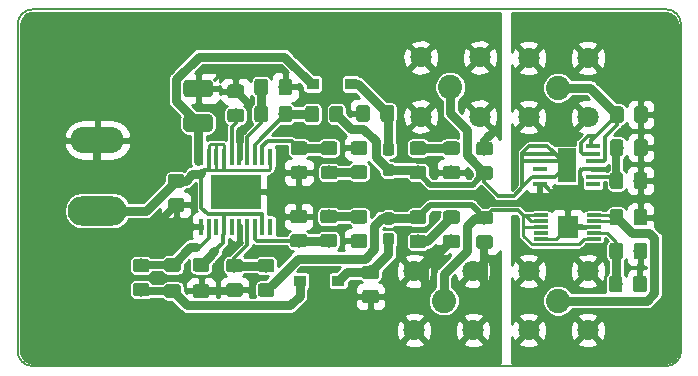
<source format=gbr>
G04 #@! TF.GenerationSoftware,KiCad,Pcbnew,(5.0.2)-1*
G04 #@! TF.CreationDate,2019-08-18T14:38:27-04:00*
G04 #@! TF.ProjectId,regulated-SEPIC-converter,72656775-6c61-4746-9564-2d5345504943,rev?*
G04 #@! TF.SameCoordinates,Original*
G04 #@! TF.FileFunction,Copper,L1,Top*
G04 #@! TF.FilePolarity,Positive*
%FSLAX46Y46*%
G04 Gerber Fmt 4.6, Leading zero omitted, Abs format (unit mm)*
G04 Created by KiCad (PCBNEW (5.0.2)-1) date 8/18/2019 2:38:27 PM*
%MOMM*%
%LPD*%
G01*
G04 APERTURE LIST*
G04 #@! TA.AperFunction,NonConductor*
%ADD10C,0.150000*%
G04 #@! TD*
G04 #@! TA.AperFunction,EtchedComponent*
%ADD11C,0.000100*%
G04 #@! TD*
G04 #@! TA.AperFunction,ComponentPad*
%ADD12C,1.800000*%
G04 #@! TD*
G04 #@! TA.AperFunction,ComponentPad*
%ADD13C,2.050000*%
G04 #@! TD*
G04 #@! TA.AperFunction,Conductor*
%ADD14C,0.100000*%
G04 #@! TD*
G04 #@! TA.AperFunction,SMDPad,CuDef*
%ADD15C,1.150000*%
G04 #@! TD*
G04 #@! TA.AperFunction,SMDPad,CuDef*
%ADD16R,1.100000X0.950000*%
G04 #@! TD*
G04 #@! TA.AperFunction,SMDPad,CuDef*
%ADD17C,1.200000*%
G04 #@! TD*
G04 #@! TA.AperFunction,SMDPad,CuDef*
%ADD18C,1.500000*%
G04 #@! TD*
G04 #@! TA.AperFunction,SMDPad,CuDef*
%ADD19R,4.200000X3.000000*%
G04 #@! TD*
G04 #@! TA.AperFunction,SMDPad,CuDef*
%ADD20R,0.450000X1.450000*%
G04 #@! TD*
G04 #@! TA.AperFunction,SMDPad,CuDef*
%ADD21C,0.950000*%
G04 #@! TD*
G04 #@! TA.AperFunction,ComponentPad*
%ADD22O,5.000000X2.500000*%
G04 #@! TD*
G04 #@! TA.AperFunction,ComponentPad*
%ADD23O,4.500000X2.250000*%
G04 #@! TD*
G04 #@! TA.AperFunction,SMDPad,CuDef*
%ADD24R,1.200000X0.305000*%
G04 #@! TD*
G04 #@! TA.AperFunction,SMDPad,CuDef*
%ADD25R,1.680000X1.880000*%
G04 #@! TD*
G04 #@! TA.AperFunction,SMDPad,CuDef*
%ADD26R,1.200000X0.420000*%
G04 #@! TD*
G04 #@! TA.AperFunction,SMDPad,CuDef*
%ADD27R,1.650000X2.850000*%
G04 #@! TD*
G04 #@! TA.AperFunction,ViaPad*
%ADD28C,0.600000*%
G04 #@! TD*
G04 #@! TA.AperFunction,Conductor*
%ADD29C,0.650000*%
G04 #@! TD*
G04 #@! TA.AperFunction,Conductor*
%ADD30C,0.800000*%
G04 #@! TD*
G04 #@! TA.AperFunction,Conductor*
%ADD31C,0.250000*%
G04 #@! TD*
G04 #@! TA.AperFunction,Conductor*
%ADD32C,0.300000*%
G04 #@! TD*
G04 #@! TA.AperFunction,Conductor*
%ADD33C,0.500000*%
G04 #@! TD*
G04 #@! TA.AperFunction,Conductor*
%ADD34C,0.254000*%
G04 #@! TD*
G04 APERTURE END LIST*
D10*
X142989300Y-105346500D02*
X142989300Y-77724000D01*
X142989300Y-105346500D02*
G75*
G02X141693900Y-106641900I-1295400J0D01*
G01*
X141693900Y-76428600D02*
G75*
G02X142989300Y-77724000I0J-1295400D01*
G01*
X86804500Y-77724000D02*
G75*
G02X88099900Y-76428600I1295400J0D01*
G01*
X88099900Y-106641900D02*
G75*
G02X86804500Y-105346500I0J1295400D01*
G01*
X141693900Y-76428600D02*
X88099900Y-76428600D01*
X86804500Y-105346500D02*
X86804500Y-77724000D01*
X141693900Y-106641900D02*
X88099900Y-106641900D01*
D11*
G04 #@! TO.C,J1*
X91823600Y-92997400D02*
X95323600Y-92997400D01*
X95073600Y-87997400D02*
X92073600Y-87997400D01*
X95323600Y-93997400D02*
X91823600Y-93997400D01*
X91823600Y-93997400D02*
X91823600Y-92997400D01*
X92073600Y-87997400D02*
X92073600Y-86997400D01*
X92073600Y-86997400D02*
X95073600Y-86997400D01*
X95073600Y-86997400D02*
X95073600Y-87997400D01*
X95323600Y-92997400D02*
X95323600Y-93997400D01*
G04 #@! TD*
D12*
G04 #@! TO.P,J5,2*
G04 #@! TO.N,GND*
X130088000Y-85558000D03*
X130088000Y-80558000D03*
X135088000Y-80558000D03*
X135088000Y-85558000D03*
D13*
G04 #@! TO.P,J5,1*
G04 #@! TO.N,-5V*
X132588000Y-83058000D03*
G04 #@! TD*
D12*
G04 #@! TO.P,J4,2*
G04 #@! TO.N,GND*
X130088000Y-103592000D03*
X130088000Y-98592000D03*
X135088000Y-98592000D03*
X135088000Y-103592000D03*
D13*
G04 #@! TO.P,J4,1*
G04 #@! TO.N,+5V*
X132588000Y-101092000D03*
G04 #@! TD*
D12*
G04 #@! TO.P,J2,2*
G04 #@! TO.N,GND*
X120385200Y-103592000D03*
X120385200Y-98592000D03*
X125385200Y-98592000D03*
X125385200Y-103592000D03*
D13*
G04 #@! TO.P,J2,1*
G04 #@! TO.N,+6V*
X122885200Y-101092000D03*
G04 #@! TD*
D12*
G04 #@! TO.P,J3,2*
G04 #@! TO.N,GND*
X120944000Y-85507200D03*
X120944000Y-80507200D03*
X125944000Y-80507200D03*
X125944000Y-85507200D03*
D13*
G04 #@! TO.P,J3,1*
G04 #@! TO.N,-6V*
X123444000Y-83007200D03*
G04 #@! TD*
D14*
G04 #@! TO.N,GND*
G04 #@! TO.C,1Cout1*
G36*
X117162105Y-100180604D02*
X117186373Y-100184204D01*
X117210172Y-100190165D01*
X117233271Y-100198430D01*
X117255450Y-100208920D01*
X117276493Y-100221532D01*
X117296199Y-100236147D01*
X117314377Y-100252623D01*
X117330853Y-100270801D01*
X117345468Y-100290507D01*
X117358080Y-100311550D01*
X117368570Y-100333729D01*
X117376835Y-100356828D01*
X117382796Y-100380627D01*
X117386396Y-100404895D01*
X117387600Y-100429399D01*
X117387600Y-101079401D01*
X117386396Y-101103905D01*
X117382796Y-101128173D01*
X117376835Y-101151972D01*
X117368570Y-101175071D01*
X117358080Y-101197250D01*
X117345468Y-101218293D01*
X117330853Y-101237999D01*
X117314377Y-101256177D01*
X117296199Y-101272653D01*
X117276493Y-101287268D01*
X117255450Y-101299880D01*
X117233271Y-101310370D01*
X117210172Y-101318635D01*
X117186373Y-101324596D01*
X117162105Y-101328196D01*
X117137601Y-101329400D01*
X116237599Y-101329400D01*
X116213095Y-101328196D01*
X116188827Y-101324596D01*
X116165028Y-101318635D01*
X116141929Y-101310370D01*
X116119750Y-101299880D01*
X116098707Y-101287268D01*
X116079001Y-101272653D01*
X116060823Y-101256177D01*
X116044347Y-101237999D01*
X116029732Y-101218293D01*
X116017120Y-101197250D01*
X116006630Y-101175071D01*
X115998365Y-101151972D01*
X115992404Y-101128173D01*
X115988804Y-101103905D01*
X115987600Y-101079401D01*
X115987600Y-100429399D01*
X115988804Y-100404895D01*
X115992404Y-100380627D01*
X115998365Y-100356828D01*
X116006630Y-100333729D01*
X116017120Y-100311550D01*
X116029732Y-100290507D01*
X116044347Y-100270801D01*
X116060823Y-100252623D01*
X116079001Y-100236147D01*
X116098707Y-100221532D01*
X116119750Y-100208920D01*
X116141929Y-100198430D01*
X116165028Y-100190165D01*
X116188827Y-100184204D01*
X116213095Y-100180604D01*
X116237599Y-100179400D01*
X117137601Y-100179400D01*
X117162105Y-100180604D01*
X117162105Y-100180604D01*
G37*
D15*
G04 #@! TD*
G04 #@! TO.P,1Cout1,2*
G04 #@! TO.N,GND*
X116687600Y-100754400D03*
D14*
G04 #@! TO.N,Net-(1Cout1-Pad1)*
G04 #@! TO.C,1Cout1*
G36*
X117162105Y-98130604D02*
X117186373Y-98134204D01*
X117210172Y-98140165D01*
X117233271Y-98148430D01*
X117255450Y-98158920D01*
X117276493Y-98171532D01*
X117296199Y-98186147D01*
X117314377Y-98202623D01*
X117330853Y-98220801D01*
X117345468Y-98240507D01*
X117358080Y-98261550D01*
X117368570Y-98283729D01*
X117376835Y-98306828D01*
X117382796Y-98330627D01*
X117386396Y-98354895D01*
X117387600Y-98379399D01*
X117387600Y-99029401D01*
X117386396Y-99053905D01*
X117382796Y-99078173D01*
X117376835Y-99101972D01*
X117368570Y-99125071D01*
X117358080Y-99147250D01*
X117345468Y-99168293D01*
X117330853Y-99187999D01*
X117314377Y-99206177D01*
X117296199Y-99222653D01*
X117276493Y-99237268D01*
X117255450Y-99249880D01*
X117233271Y-99260370D01*
X117210172Y-99268635D01*
X117186373Y-99274596D01*
X117162105Y-99278196D01*
X117137601Y-99279400D01*
X116237599Y-99279400D01*
X116213095Y-99278196D01*
X116188827Y-99274596D01*
X116165028Y-99268635D01*
X116141929Y-99260370D01*
X116119750Y-99249880D01*
X116098707Y-99237268D01*
X116079001Y-99222653D01*
X116060823Y-99206177D01*
X116044347Y-99187999D01*
X116029732Y-99168293D01*
X116017120Y-99147250D01*
X116006630Y-99125071D01*
X115998365Y-99101972D01*
X115992404Y-99078173D01*
X115988804Y-99053905D01*
X115987600Y-99029401D01*
X115987600Y-98379399D01*
X115988804Y-98354895D01*
X115992404Y-98330627D01*
X115998365Y-98306828D01*
X116006630Y-98283729D01*
X116017120Y-98261550D01*
X116029732Y-98240507D01*
X116044347Y-98220801D01*
X116060823Y-98202623D01*
X116079001Y-98186147D01*
X116098707Y-98171532D01*
X116119750Y-98158920D01*
X116141929Y-98148430D01*
X116165028Y-98140165D01*
X116188827Y-98134204D01*
X116213095Y-98130604D01*
X116237599Y-98129400D01*
X117137601Y-98129400D01*
X117162105Y-98130604D01*
X117162105Y-98130604D01*
G37*
D15*
G04 #@! TD*
G04 #@! TO.P,1Cout1,1*
G04 #@! TO.N,Net-(1Cout1-Pad1)*
X116687600Y-98704400D03*
D16*
G04 #@! TO.P,1D1,A*
G04 #@! TO.N,Net-(1C1-Pad2)*
X110688800Y-99415600D03*
G04 #@! TO.P,1D1,K*
G04 #@! TO.N,Net-(1Cout1-Pad1)*
X113948800Y-99415600D03*
G04 #@! TD*
G04 #@! TO.P,2D1,A*
G04 #@! TO.N,Net-(2Cout1-Pad2)*
X115041000Y-82753200D03*
G04 #@! TO.P,2D1,K*
G04 #@! TO.N,/SW2*
X111781000Y-82753200D03*
G04 #@! TD*
D14*
G04 #@! TO.N,Net-(1C1-Pad2)*
G04 #@! TO.C,1L1*
G36*
X100358705Y-99680645D02*
X100387827Y-99684964D01*
X100416385Y-99692118D01*
X100444105Y-99702036D01*
X100470719Y-99714624D01*
X100495971Y-99729759D01*
X100519618Y-99747297D01*
X100541432Y-99767068D01*
X100561203Y-99788882D01*
X100578741Y-99812529D01*
X100593876Y-99837781D01*
X100606464Y-99864395D01*
X100616382Y-99892115D01*
X100623536Y-99920673D01*
X100627855Y-99949795D01*
X100629300Y-99979200D01*
X100629300Y-100579200D01*
X100627855Y-100608605D01*
X100623536Y-100637727D01*
X100616382Y-100666285D01*
X100606464Y-100694005D01*
X100593876Y-100720619D01*
X100578741Y-100745871D01*
X100561203Y-100769518D01*
X100541432Y-100791332D01*
X100519618Y-100811103D01*
X100495971Y-100828641D01*
X100470719Y-100843776D01*
X100444105Y-100856364D01*
X100416385Y-100866282D01*
X100387827Y-100873436D01*
X100358705Y-100877755D01*
X100329300Y-100879200D01*
X99529300Y-100879200D01*
X99499895Y-100877755D01*
X99470773Y-100873436D01*
X99442215Y-100866282D01*
X99414495Y-100856364D01*
X99387881Y-100843776D01*
X99362629Y-100828641D01*
X99338982Y-100811103D01*
X99317168Y-100791332D01*
X99297397Y-100769518D01*
X99279859Y-100745871D01*
X99264724Y-100720619D01*
X99252136Y-100694005D01*
X99242218Y-100666285D01*
X99235064Y-100637727D01*
X99230745Y-100608605D01*
X99229300Y-100579200D01*
X99229300Y-99979200D01*
X99230745Y-99949795D01*
X99235064Y-99920673D01*
X99242218Y-99892115D01*
X99252136Y-99864395D01*
X99264724Y-99837781D01*
X99279859Y-99812529D01*
X99297397Y-99788882D01*
X99317168Y-99767068D01*
X99338982Y-99747297D01*
X99362629Y-99729759D01*
X99387881Y-99714624D01*
X99414495Y-99702036D01*
X99442215Y-99692118D01*
X99470773Y-99684964D01*
X99499895Y-99680645D01*
X99529300Y-99679200D01*
X100329300Y-99679200D01*
X100358705Y-99680645D01*
X100358705Y-99680645D01*
G37*
D17*
G04 #@! TD*
G04 #@! TO.P,1L1,3*
G04 #@! TO.N,Net-(1C1-Pad2)*
X99929300Y-100279200D03*
D14*
G04 #@! TO.N,/SW1*
G04 #@! TO.C,1L1*
G36*
X100358705Y-97460645D02*
X100387827Y-97464964D01*
X100416385Y-97472118D01*
X100444105Y-97482036D01*
X100470719Y-97494624D01*
X100495971Y-97509759D01*
X100519618Y-97527297D01*
X100541432Y-97547068D01*
X100561203Y-97568882D01*
X100578741Y-97592529D01*
X100593876Y-97617781D01*
X100606464Y-97644395D01*
X100616382Y-97672115D01*
X100623536Y-97700673D01*
X100627855Y-97729795D01*
X100629300Y-97759200D01*
X100629300Y-98359200D01*
X100627855Y-98388605D01*
X100623536Y-98417727D01*
X100616382Y-98446285D01*
X100606464Y-98474005D01*
X100593876Y-98500619D01*
X100578741Y-98525871D01*
X100561203Y-98549518D01*
X100541432Y-98571332D01*
X100519618Y-98591103D01*
X100495971Y-98608641D01*
X100470719Y-98623776D01*
X100444105Y-98636364D01*
X100416385Y-98646282D01*
X100387827Y-98653436D01*
X100358705Y-98657755D01*
X100329300Y-98659200D01*
X99529300Y-98659200D01*
X99499895Y-98657755D01*
X99470773Y-98653436D01*
X99442215Y-98646282D01*
X99414495Y-98636364D01*
X99387881Y-98623776D01*
X99362629Y-98608641D01*
X99338982Y-98591103D01*
X99317168Y-98571332D01*
X99297397Y-98549518D01*
X99279859Y-98525871D01*
X99264724Y-98500619D01*
X99252136Y-98474005D01*
X99242218Y-98446285D01*
X99235064Y-98417727D01*
X99230745Y-98388605D01*
X99229300Y-98359200D01*
X99229300Y-97759200D01*
X99230745Y-97729795D01*
X99235064Y-97700673D01*
X99242218Y-97672115D01*
X99252136Y-97644395D01*
X99264724Y-97617781D01*
X99279859Y-97592529D01*
X99297397Y-97568882D01*
X99317168Y-97547068D01*
X99338982Y-97527297D01*
X99362629Y-97509759D01*
X99387881Y-97494624D01*
X99414495Y-97482036D01*
X99442215Y-97472118D01*
X99470773Y-97464964D01*
X99499895Y-97460645D01*
X99529300Y-97459200D01*
X100329300Y-97459200D01*
X100358705Y-97460645D01*
X100358705Y-97460645D01*
G37*
D17*
G04 #@! TD*
G04 #@! TO.P,1L1,2*
G04 #@! TO.N,/SW1*
X99929300Y-98059200D03*
D14*
G04 #@! TO.N,+3V3*
G04 #@! TO.C,1L1*
G36*
X102778705Y-97460645D02*
X102807827Y-97464964D01*
X102836385Y-97472118D01*
X102864105Y-97482036D01*
X102890719Y-97494624D01*
X102915971Y-97509759D01*
X102939618Y-97527297D01*
X102961432Y-97547068D01*
X102981203Y-97568882D01*
X102998741Y-97592529D01*
X103013876Y-97617781D01*
X103026464Y-97644395D01*
X103036382Y-97672115D01*
X103043536Y-97700673D01*
X103047855Y-97729795D01*
X103049300Y-97759200D01*
X103049300Y-98359200D01*
X103047855Y-98388605D01*
X103043536Y-98417727D01*
X103036382Y-98446285D01*
X103026464Y-98474005D01*
X103013876Y-98500619D01*
X102998741Y-98525871D01*
X102981203Y-98549518D01*
X102961432Y-98571332D01*
X102939618Y-98591103D01*
X102915971Y-98608641D01*
X102890719Y-98623776D01*
X102864105Y-98636364D01*
X102836385Y-98646282D01*
X102807827Y-98653436D01*
X102778705Y-98657755D01*
X102749300Y-98659200D01*
X101949300Y-98659200D01*
X101919895Y-98657755D01*
X101890773Y-98653436D01*
X101862215Y-98646282D01*
X101834495Y-98636364D01*
X101807881Y-98623776D01*
X101782629Y-98608641D01*
X101758982Y-98591103D01*
X101737168Y-98571332D01*
X101717397Y-98549518D01*
X101699859Y-98525871D01*
X101684724Y-98500619D01*
X101672136Y-98474005D01*
X101662218Y-98446285D01*
X101655064Y-98417727D01*
X101650745Y-98388605D01*
X101649300Y-98359200D01*
X101649300Y-97759200D01*
X101650745Y-97729795D01*
X101655064Y-97700673D01*
X101662218Y-97672115D01*
X101672136Y-97644395D01*
X101684724Y-97617781D01*
X101699859Y-97592529D01*
X101717397Y-97568882D01*
X101737168Y-97547068D01*
X101758982Y-97527297D01*
X101782629Y-97509759D01*
X101807881Y-97494624D01*
X101834495Y-97482036D01*
X101862215Y-97472118D01*
X101890773Y-97464964D01*
X101919895Y-97460645D01*
X101949300Y-97459200D01*
X102749300Y-97459200D01*
X102778705Y-97460645D01*
X102778705Y-97460645D01*
G37*
D17*
G04 #@! TD*
G04 #@! TO.P,1L1,1*
G04 #@! TO.N,+3V3*
X102349300Y-98059200D03*
D14*
G04 #@! TO.N,GND*
G04 #@! TO.C,1L1*
G36*
X102778705Y-99680645D02*
X102807827Y-99684964D01*
X102836385Y-99692118D01*
X102864105Y-99702036D01*
X102890719Y-99714624D01*
X102915971Y-99729759D01*
X102939618Y-99747297D01*
X102961432Y-99767068D01*
X102981203Y-99788882D01*
X102998741Y-99812529D01*
X103013876Y-99837781D01*
X103026464Y-99864395D01*
X103036382Y-99892115D01*
X103043536Y-99920673D01*
X103047855Y-99949795D01*
X103049300Y-99979200D01*
X103049300Y-100579200D01*
X103047855Y-100608605D01*
X103043536Y-100637727D01*
X103036382Y-100666285D01*
X103026464Y-100694005D01*
X103013876Y-100720619D01*
X102998741Y-100745871D01*
X102981203Y-100769518D01*
X102961432Y-100791332D01*
X102939618Y-100811103D01*
X102915971Y-100828641D01*
X102890719Y-100843776D01*
X102864105Y-100856364D01*
X102836385Y-100866282D01*
X102807827Y-100873436D01*
X102778705Y-100877755D01*
X102749300Y-100879200D01*
X101949300Y-100879200D01*
X101919895Y-100877755D01*
X101890773Y-100873436D01*
X101862215Y-100866282D01*
X101834495Y-100856364D01*
X101807881Y-100843776D01*
X101782629Y-100828641D01*
X101758982Y-100811103D01*
X101737168Y-100791332D01*
X101717397Y-100769518D01*
X101699859Y-100745871D01*
X101684724Y-100720619D01*
X101672136Y-100694005D01*
X101662218Y-100666285D01*
X101655064Y-100637727D01*
X101650745Y-100608605D01*
X101649300Y-100579200D01*
X101649300Y-99979200D01*
X101650745Y-99949795D01*
X101655064Y-99920673D01*
X101662218Y-99892115D01*
X101672136Y-99864395D01*
X101684724Y-99837781D01*
X101699859Y-99812529D01*
X101717397Y-99788882D01*
X101737168Y-99767068D01*
X101758982Y-99747297D01*
X101782629Y-99729759D01*
X101807881Y-99714624D01*
X101834495Y-99702036D01*
X101862215Y-99692118D01*
X101890773Y-99684964D01*
X101919895Y-99680645D01*
X101949300Y-99679200D01*
X102749300Y-99679200D01*
X102778705Y-99680645D01*
X102778705Y-99680645D01*
G37*
D17*
G04 #@! TD*
G04 #@! TO.P,1L1,4*
G04 #@! TO.N,GND*
X102349300Y-100279200D03*
D14*
G04 #@! TO.N,GND*
G04 #@! TO.C,2L1*
G36*
X103007056Y-82395006D02*
X103043459Y-82400406D01*
X103079157Y-82409347D01*
X103113806Y-82421745D01*
X103147074Y-82437480D01*
X103178639Y-82456399D01*
X103208197Y-82478321D01*
X103235465Y-82503035D01*
X103260179Y-82530303D01*
X103282101Y-82559861D01*
X103301020Y-82591426D01*
X103316755Y-82624694D01*
X103329153Y-82659343D01*
X103338094Y-82695041D01*
X103343494Y-82731444D01*
X103345300Y-82768200D01*
X103345300Y-83518200D01*
X103343494Y-83554956D01*
X103338094Y-83591359D01*
X103329153Y-83627057D01*
X103316755Y-83661706D01*
X103301020Y-83694974D01*
X103282101Y-83726539D01*
X103260179Y-83756097D01*
X103235465Y-83783365D01*
X103208197Y-83808079D01*
X103178639Y-83830001D01*
X103147074Y-83848920D01*
X103113806Y-83864655D01*
X103079157Y-83877053D01*
X103043459Y-83885994D01*
X103007056Y-83891394D01*
X102970300Y-83893200D01*
X101220300Y-83893200D01*
X101183544Y-83891394D01*
X101147141Y-83885994D01*
X101111443Y-83877053D01*
X101076794Y-83864655D01*
X101043526Y-83848920D01*
X101011961Y-83830001D01*
X100982403Y-83808079D01*
X100955135Y-83783365D01*
X100930421Y-83756097D01*
X100908499Y-83726539D01*
X100889580Y-83694974D01*
X100873845Y-83661706D01*
X100861447Y-83627057D01*
X100852506Y-83591359D01*
X100847106Y-83554956D01*
X100845300Y-83518200D01*
X100845300Y-82768200D01*
X100847106Y-82731444D01*
X100852506Y-82695041D01*
X100861447Y-82659343D01*
X100873845Y-82624694D01*
X100889580Y-82591426D01*
X100908499Y-82559861D01*
X100930421Y-82530303D01*
X100955135Y-82503035D01*
X100982403Y-82478321D01*
X101011961Y-82456399D01*
X101043526Y-82437480D01*
X101076794Y-82421745D01*
X101111443Y-82409347D01*
X101147141Y-82400406D01*
X101183544Y-82395006D01*
X101220300Y-82393200D01*
X102970300Y-82393200D01*
X103007056Y-82395006D01*
X103007056Y-82395006D01*
G37*
D18*
G04 #@! TD*
G04 #@! TO.P,2L1,2*
G04 #@! TO.N,GND*
X102095300Y-83143200D03*
D14*
G04 #@! TO.N,/SW2*
G04 #@! TO.C,2L1*
G36*
X103007056Y-85295006D02*
X103043459Y-85300406D01*
X103079157Y-85309347D01*
X103113806Y-85321745D01*
X103147074Y-85337480D01*
X103178639Y-85356399D01*
X103208197Y-85378321D01*
X103235465Y-85403035D01*
X103260179Y-85430303D01*
X103282101Y-85459861D01*
X103301020Y-85491426D01*
X103316755Y-85524694D01*
X103329153Y-85559343D01*
X103338094Y-85595041D01*
X103343494Y-85631444D01*
X103345300Y-85668200D01*
X103345300Y-86418200D01*
X103343494Y-86454956D01*
X103338094Y-86491359D01*
X103329153Y-86527057D01*
X103316755Y-86561706D01*
X103301020Y-86594974D01*
X103282101Y-86626539D01*
X103260179Y-86656097D01*
X103235465Y-86683365D01*
X103208197Y-86708079D01*
X103178639Y-86730001D01*
X103147074Y-86748920D01*
X103113806Y-86764655D01*
X103079157Y-86777053D01*
X103043459Y-86785994D01*
X103007056Y-86791394D01*
X102970300Y-86793200D01*
X101220300Y-86793200D01*
X101183544Y-86791394D01*
X101147141Y-86785994D01*
X101111443Y-86777053D01*
X101076794Y-86764655D01*
X101043526Y-86748920D01*
X101011961Y-86730001D01*
X100982403Y-86708079D01*
X100955135Y-86683365D01*
X100930421Y-86656097D01*
X100908499Y-86626539D01*
X100889580Y-86594974D01*
X100873845Y-86561706D01*
X100861447Y-86527057D01*
X100852506Y-86491359D01*
X100847106Y-86454956D01*
X100845300Y-86418200D01*
X100845300Y-85668200D01*
X100847106Y-85631444D01*
X100852506Y-85595041D01*
X100861447Y-85559343D01*
X100873845Y-85524694D01*
X100889580Y-85491426D01*
X100908499Y-85459861D01*
X100930421Y-85430303D01*
X100955135Y-85403035D01*
X100982403Y-85378321D01*
X101011961Y-85356399D01*
X101043526Y-85337480D01*
X101076794Y-85321745D01*
X101111443Y-85309347D01*
X101147141Y-85300406D01*
X101183544Y-85295006D01*
X101220300Y-85293200D01*
X102970300Y-85293200D01*
X103007056Y-85295006D01*
X103007056Y-85295006D01*
G37*
D18*
G04 #@! TD*
G04 #@! TO.P,2L1,1*
G04 #@! TO.N,/SW2*
X102095300Y-86043200D03*
D14*
G04 #@! TO.N,Net-(1C1-Pad2)*
G04 #@! TO.C,1C1*
G36*
X97743805Y-99596404D02*
X97768073Y-99600004D01*
X97791872Y-99605965D01*
X97814971Y-99614230D01*
X97837150Y-99624720D01*
X97858193Y-99637332D01*
X97877899Y-99651947D01*
X97896077Y-99668423D01*
X97912553Y-99686601D01*
X97927168Y-99706307D01*
X97939780Y-99727350D01*
X97950270Y-99749529D01*
X97958535Y-99772628D01*
X97964496Y-99796427D01*
X97968096Y-99820695D01*
X97969300Y-99845199D01*
X97969300Y-100495201D01*
X97968096Y-100519705D01*
X97964496Y-100543973D01*
X97958535Y-100567772D01*
X97950270Y-100590871D01*
X97939780Y-100613050D01*
X97927168Y-100634093D01*
X97912553Y-100653799D01*
X97896077Y-100671977D01*
X97877899Y-100688453D01*
X97858193Y-100703068D01*
X97837150Y-100715680D01*
X97814971Y-100726170D01*
X97791872Y-100734435D01*
X97768073Y-100740396D01*
X97743805Y-100743996D01*
X97719301Y-100745200D01*
X96819299Y-100745200D01*
X96794795Y-100743996D01*
X96770527Y-100740396D01*
X96746728Y-100734435D01*
X96723629Y-100726170D01*
X96701450Y-100715680D01*
X96680407Y-100703068D01*
X96660701Y-100688453D01*
X96642523Y-100671977D01*
X96626047Y-100653799D01*
X96611432Y-100634093D01*
X96598820Y-100613050D01*
X96588330Y-100590871D01*
X96580065Y-100567772D01*
X96574104Y-100543973D01*
X96570504Y-100519705D01*
X96569300Y-100495201D01*
X96569300Y-99845199D01*
X96570504Y-99820695D01*
X96574104Y-99796427D01*
X96580065Y-99772628D01*
X96588330Y-99749529D01*
X96598820Y-99727350D01*
X96611432Y-99706307D01*
X96626047Y-99686601D01*
X96642523Y-99668423D01*
X96660701Y-99651947D01*
X96680407Y-99637332D01*
X96701450Y-99624720D01*
X96723629Y-99614230D01*
X96746728Y-99605965D01*
X96770527Y-99600004D01*
X96794795Y-99596404D01*
X96819299Y-99595200D01*
X97719301Y-99595200D01*
X97743805Y-99596404D01*
X97743805Y-99596404D01*
G37*
D15*
G04 #@! TD*
G04 #@! TO.P,1C1,2*
G04 #@! TO.N,Net-(1C1-Pad2)*
X97269300Y-100170200D03*
D14*
G04 #@! TO.N,/SW1*
G04 #@! TO.C,1C1*
G36*
X97743805Y-97546404D02*
X97768073Y-97550004D01*
X97791872Y-97555965D01*
X97814971Y-97564230D01*
X97837150Y-97574720D01*
X97858193Y-97587332D01*
X97877899Y-97601947D01*
X97896077Y-97618423D01*
X97912553Y-97636601D01*
X97927168Y-97656307D01*
X97939780Y-97677350D01*
X97950270Y-97699529D01*
X97958535Y-97722628D01*
X97964496Y-97746427D01*
X97968096Y-97770695D01*
X97969300Y-97795199D01*
X97969300Y-98445201D01*
X97968096Y-98469705D01*
X97964496Y-98493973D01*
X97958535Y-98517772D01*
X97950270Y-98540871D01*
X97939780Y-98563050D01*
X97927168Y-98584093D01*
X97912553Y-98603799D01*
X97896077Y-98621977D01*
X97877899Y-98638453D01*
X97858193Y-98653068D01*
X97837150Y-98665680D01*
X97814971Y-98676170D01*
X97791872Y-98684435D01*
X97768073Y-98690396D01*
X97743805Y-98693996D01*
X97719301Y-98695200D01*
X96819299Y-98695200D01*
X96794795Y-98693996D01*
X96770527Y-98690396D01*
X96746728Y-98684435D01*
X96723629Y-98676170D01*
X96701450Y-98665680D01*
X96680407Y-98653068D01*
X96660701Y-98638453D01*
X96642523Y-98621977D01*
X96626047Y-98603799D01*
X96611432Y-98584093D01*
X96598820Y-98563050D01*
X96588330Y-98540871D01*
X96580065Y-98517772D01*
X96574104Y-98493973D01*
X96570504Y-98469705D01*
X96569300Y-98445201D01*
X96569300Y-97795199D01*
X96570504Y-97770695D01*
X96574104Y-97746427D01*
X96580065Y-97722628D01*
X96588330Y-97699529D01*
X96598820Y-97677350D01*
X96611432Y-97656307D01*
X96626047Y-97636601D01*
X96642523Y-97618423D01*
X96660701Y-97601947D01*
X96680407Y-97587332D01*
X96701450Y-97574720D01*
X96723629Y-97564230D01*
X96746728Y-97555965D01*
X96770527Y-97550004D01*
X96794795Y-97546404D01*
X96819299Y-97545200D01*
X97719301Y-97545200D01*
X97743805Y-97546404D01*
X97743805Y-97546404D01*
G37*
D15*
G04 #@! TD*
G04 #@! TO.P,1C1,1*
G04 #@! TO.N,/SW1*
X97269300Y-98120200D03*
D14*
G04 #@! TO.N,/COMP1*
G04 #@! TO.C,1Cc0*
G36*
X111078805Y-95447204D02*
X111103073Y-95450804D01*
X111126872Y-95456765D01*
X111149971Y-95465030D01*
X111172150Y-95475520D01*
X111193193Y-95488132D01*
X111212899Y-95502747D01*
X111231077Y-95519223D01*
X111247553Y-95537401D01*
X111262168Y-95557107D01*
X111274780Y-95578150D01*
X111285270Y-95600329D01*
X111293535Y-95623428D01*
X111299496Y-95647227D01*
X111303096Y-95671495D01*
X111304300Y-95695999D01*
X111304300Y-96346001D01*
X111303096Y-96370505D01*
X111299496Y-96394773D01*
X111293535Y-96418572D01*
X111285270Y-96441671D01*
X111274780Y-96463850D01*
X111262168Y-96484893D01*
X111247553Y-96504599D01*
X111231077Y-96522777D01*
X111212899Y-96539253D01*
X111193193Y-96553868D01*
X111172150Y-96566480D01*
X111149971Y-96576970D01*
X111126872Y-96585235D01*
X111103073Y-96591196D01*
X111078805Y-96594796D01*
X111054301Y-96596000D01*
X110154299Y-96596000D01*
X110129795Y-96594796D01*
X110105527Y-96591196D01*
X110081728Y-96585235D01*
X110058629Y-96576970D01*
X110036450Y-96566480D01*
X110015407Y-96553868D01*
X109995701Y-96539253D01*
X109977523Y-96522777D01*
X109961047Y-96504599D01*
X109946432Y-96484893D01*
X109933820Y-96463850D01*
X109923330Y-96441671D01*
X109915065Y-96418572D01*
X109909104Y-96394773D01*
X109905504Y-96370505D01*
X109904300Y-96346001D01*
X109904300Y-95695999D01*
X109905504Y-95671495D01*
X109909104Y-95647227D01*
X109915065Y-95623428D01*
X109923330Y-95600329D01*
X109933820Y-95578150D01*
X109946432Y-95557107D01*
X109961047Y-95537401D01*
X109977523Y-95519223D01*
X109995701Y-95502747D01*
X110015407Y-95488132D01*
X110036450Y-95475520D01*
X110058629Y-95465030D01*
X110081728Y-95456765D01*
X110105527Y-95450804D01*
X110129795Y-95447204D01*
X110154299Y-95446000D01*
X111054301Y-95446000D01*
X111078805Y-95447204D01*
X111078805Y-95447204D01*
G37*
D15*
G04 #@! TD*
G04 #@! TO.P,1Cc0,2*
G04 #@! TO.N,/COMP1*
X110604300Y-96021000D03*
D14*
G04 #@! TO.N,GND*
G04 #@! TO.C,1Cc0*
G36*
X111078805Y-93397204D02*
X111103073Y-93400804D01*
X111126872Y-93406765D01*
X111149971Y-93415030D01*
X111172150Y-93425520D01*
X111193193Y-93438132D01*
X111212899Y-93452747D01*
X111231077Y-93469223D01*
X111247553Y-93487401D01*
X111262168Y-93507107D01*
X111274780Y-93528150D01*
X111285270Y-93550329D01*
X111293535Y-93573428D01*
X111299496Y-93597227D01*
X111303096Y-93621495D01*
X111304300Y-93645999D01*
X111304300Y-94296001D01*
X111303096Y-94320505D01*
X111299496Y-94344773D01*
X111293535Y-94368572D01*
X111285270Y-94391671D01*
X111274780Y-94413850D01*
X111262168Y-94434893D01*
X111247553Y-94454599D01*
X111231077Y-94472777D01*
X111212899Y-94489253D01*
X111193193Y-94503868D01*
X111172150Y-94516480D01*
X111149971Y-94526970D01*
X111126872Y-94535235D01*
X111103073Y-94541196D01*
X111078805Y-94544796D01*
X111054301Y-94546000D01*
X110154299Y-94546000D01*
X110129795Y-94544796D01*
X110105527Y-94541196D01*
X110081728Y-94535235D01*
X110058629Y-94526970D01*
X110036450Y-94516480D01*
X110015407Y-94503868D01*
X109995701Y-94489253D01*
X109977523Y-94472777D01*
X109961047Y-94454599D01*
X109946432Y-94434893D01*
X109933820Y-94413850D01*
X109923330Y-94391671D01*
X109915065Y-94368572D01*
X109909104Y-94344773D01*
X109905504Y-94320505D01*
X109904300Y-94296001D01*
X109904300Y-93645999D01*
X109905504Y-93621495D01*
X109909104Y-93597227D01*
X109915065Y-93573428D01*
X109923330Y-93550329D01*
X109933820Y-93528150D01*
X109946432Y-93507107D01*
X109961047Y-93487401D01*
X109977523Y-93469223D01*
X109995701Y-93452747D01*
X110015407Y-93438132D01*
X110036450Y-93425520D01*
X110058629Y-93415030D01*
X110081728Y-93406765D01*
X110105527Y-93400804D01*
X110129795Y-93397204D01*
X110154299Y-93396000D01*
X111054301Y-93396000D01*
X111078805Y-93397204D01*
X111078805Y-93397204D01*
G37*
D15*
G04 #@! TD*
G04 #@! TO.P,1Cc0,1*
G04 #@! TO.N,GND*
X110604300Y-93971000D03*
D14*
G04 #@! TO.N,Net-(1Cc1-Pad2)*
G04 #@! TO.C,1Cc1*
G36*
X116196905Y-93418904D02*
X116221173Y-93422504D01*
X116244972Y-93428465D01*
X116268071Y-93436730D01*
X116290250Y-93447220D01*
X116311293Y-93459832D01*
X116330999Y-93474447D01*
X116349177Y-93490923D01*
X116365653Y-93509101D01*
X116380268Y-93528807D01*
X116392880Y-93549850D01*
X116403370Y-93572029D01*
X116411635Y-93595128D01*
X116417596Y-93618927D01*
X116421196Y-93643195D01*
X116422400Y-93667699D01*
X116422400Y-94317701D01*
X116421196Y-94342205D01*
X116417596Y-94366473D01*
X116411635Y-94390272D01*
X116403370Y-94413371D01*
X116392880Y-94435550D01*
X116380268Y-94456593D01*
X116365653Y-94476299D01*
X116349177Y-94494477D01*
X116330999Y-94510953D01*
X116311293Y-94525568D01*
X116290250Y-94538180D01*
X116268071Y-94548670D01*
X116244972Y-94556935D01*
X116221173Y-94562896D01*
X116196905Y-94566496D01*
X116172401Y-94567700D01*
X115272399Y-94567700D01*
X115247895Y-94566496D01*
X115223627Y-94562896D01*
X115199828Y-94556935D01*
X115176729Y-94548670D01*
X115154550Y-94538180D01*
X115133507Y-94525568D01*
X115113801Y-94510953D01*
X115095623Y-94494477D01*
X115079147Y-94476299D01*
X115064532Y-94456593D01*
X115051920Y-94435550D01*
X115041430Y-94413371D01*
X115033165Y-94390272D01*
X115027204Y-94366473D01*
X115023604Y-94342205D01*
X115022400Y-94317701D01*
X115022400Y-93667699D01*
X115023604Y-93643195D01*
X115027204Y-93618927D01*
X115033165Y-93595128D01*
X115041430Y-93572029D01*
X115051920Y-93549850D01*
X115064532Y-93528807D01*
X115079147Y-93509101D01*
X115095623Y-93490923D01*
X115113801Y-93474447D01*
X115133507Y-93459832D01*
X115154550Y-93447220D01*
X115176729Y-93436730D01*
X115199828Y-93428465D01*
X115223627Y-93422504D01*
X115247895Y-93418904D01*
X115272399Y-93417700D01*
X116172401Y-93417700D01*
X116196905Y-93418904D01*
X116196905Y-93418904D01*
G37*
D15*
G04 #@! TD*
G04 #@! TO.P,1Cc1,2*
G04 #@! TO.N,Net-(1Cc1-Pad2)*
X115722400Y-93992700D03*
D14*
G04 #@! TO.N,GND*
G04 #@! TO.C,1Cc1*
G36*
X116196905Y-95468904D02*
X116221173Y-95472504D01*
X116244972Y-95478465D01*
X116268071Y-95486730D01*
X116290250Y-95497220D01*
X116311293Y-95509832D01*
X116330999Y-95524447D01*
X116349177Y-95540923D01*
X116365653Y-95559101D01*
X116380268Y-95578807D01*
X116392880Y-95599850D01*
X116403370Y-95622029D01*
X116411635Y-95645128D01*
X116417596Y-95668927D01*
X116421196Y-95693195D01*
X116422400Y-95717699D01*
X116422400Y-96367701D01*
X116421196Y-96392205D01*
X116417596Y-96416473D01*
X116411635Y-96440272D01*
X116403370Y-96463371D01*
X116392880Y-96485550D01*
X116380268Y-96506593D01*
X116365653Y-96526299D01*
X116349177Y-96544477D01*
X116330999Y-96560953D01*
X116311293Y-96575568D01*
X116290250Y-96588180D01*
X116268071Y-96598670D01*
X116244972Y-96606935D01*
X116221173Y-96612896D01*
X116196905Y-96616496D01*
X116172401Y-96617700D01*
X115272399Y-96617700D01*
X115247895Y-96616496D01*
X115223627Y-96612896D01*
X115199828Y-96606935D01*
X115176729Y-96598670D01*
X115154550Y-96588180D01*
X115133507Y-96575568D01*
X115113801Y-96560953D01*
X115095623Y-96544477D01*
X115079147Y-96526299D01*
X115064532Y-96506593D01*
X115051920Y-96485550D01*
X115041430Y-96463371D01*
X115033165Y-96440272D01*
X115027204Y-96416473D01*
X115023604Y-96392205D01*
X115022400Y-96367701D01*
X115022400Y-95717699D01*
X115023604Y-95693195D01*
X115027204Y-95668927D01*
X115033165Y-95645128D01*
X115041430Y-95622029D01*
X115051920Y-95599850D01*
X115064532Y-95578807D01*
X115079147Y-95559101D01*
X115095623Y-95540923D01*
X115113801Y-95524447D01*
X115133507Y-95509832D01*
X115154550Y-95497220D01*
X115176729Y-95486730D01*
X115199828Y-95478465D01*
X115223627Y-95472504D01*
X115247895Y-95468904D01*
X115272399Y-95467700D01*
X116172401Y-95467700D01*
X116196905Y-95468904D01*
X116196905Y-95468904D01*
G37*
D15*
G04 #@! TD*
G04 #@! TO.P,1Cc1,1*
G04 #@! TO.N,GND*
X115722400Y-96042700D03*
D14*
G04 #@! TO.N,Net-(1Cc1-Pad2)*
G04 #@! TO.C,1Rc1*
G36*
X113618805Y-93388204D02*
X113643073Y-93391804D01*
X113666872Y-93397765D01*
X113689971Y-93406030D01*
X113712150Y-93416520D01*
X113733193Y-93429132D01*
X113752899Y-93443747D01*
X113771077Y-93460223D01*
X113787553Y-93478401D01*
X113802168Y-93498107D01*
X113814780Y-93519150D01*
X113825270Y-93541329D01*
X113833535Y-93564428D01*
X113839496Y-93588227D01*
X113843096Y-93612495D01*
X113844300Y-93636999D01*
X113844300Y-94287001D01*
X113843096Y-94311505D01*
X113839496Y-94335773D01*
X113833535Y-94359572D01*
X113825270Y-94382671D01*
X113814780Y-94404850D01*
X113802168Y-94425893D01*
X113787553Y-94445599D01*
X113771077Y-94463777D01*
X113752899Y-94480253D01*
X113733193Y-94494868D01*
X113712150Y-94507480D01*
X113689971Y-94517970D01*
X113666872Y-94526235D01*
X113643073Y-94532196D01*
X113618805Y-94535796D01*
X113594301Y-94537000D01*
X112694299Y-94537000D01*
X112669795Y-94535796D01*
X112645527Y-94532196D01*
X112621728Y-94526235D01*
X112598629Y-94517970D01*
X112576450Y-94507480D01*
X112555407Y-94494868D01*
X112535701Y-94480253D01*
X112517523Y-94463777D01*
X112501047Y-94445599D01*
X112486432Y-94425893D01*
X112473820Y-94404850D01*
X112463330Y-94382671D01*
X112455065Y-94359572D01*
X112449104Y-94335773D01*
X112445504Y-94311505D01*
X112444300Y-94287001D01*
X112444300Y-93636999D01*
X112445504Y-93612495D01*
X112449104Y-93588227D01*
X112455065Y-93564428D01*
X112463330Y-93541329D01*
X112473820Y-93519150D01*
X112486432Y-93498107D01*
X112501047Y-93478401D01*
X112517523Y-93460223D01*
X112535701Y-93443747D01*
X112555407Y-93429132D01*
X112576450Y-93416520D01*
X112598629Y-93406030D01*
X112621728Y-93397765D01*
X112645527Y-93391804D01*
X112669795Y-93388204D01*
X112694299Y-93387000D01*
X113594301Y-93387000D01*
X113618805Y-93388204D01*
X113618805Y-93388204D01*
G37*
D15*
G04 #@! TD*
G04 #@! TO.P,1Rc1,2*
G04 #@! TO.N,Net-(1Cc1-Pad2)*
X113144300Y-93962000D03*
D14*
G04 #@! TO.N,/COMP1*
G04 #@! TO.C,1Rc1*
G36*
X113618805Y-95438204D02*
X113643073Y-95441804D01*
X113666872Y-95447765D01*
X113689971Y-95456030D01*
X113712150Y-95466520D01*
X113733193Y-95479132D01*
X113752899Y-95493747D01*
X113771077Y-95510223D01*
X113787553Y-95528401D01*
X113802168Y-95548107D01*
X113814780Y-95569150D01*
X113825270Y-95591329D01*
X113833535Y-95614428D01*
X113839496Y-95638227D01*
X113843096Y-95662495D01*
X113844300Y-95686999D01*
X113844300Y-96337001D01*
X113843096Y-96361505D01*
X113839496Y-96385773D01*
X113833535Y-96409572D01*
X113825270Y-96432671D01*
X113814780Y-96454850D01*
X113802168Y-96475893D01*
X113787553Y-96495599D01*
X113771077Y-96513777D01*
X113752899Y-96530253D01*
X113733193Y-96544868D01*
X113712150Y-96557480D01*
X113689971Y-96567970D01*
X113666872Y-96576235D01*
X113643073Y-96582196D01*
X113618805Y-96585796D01*
X113594301Y-96587000D01*
X112694299Y-96587000D01*
X112669795Y-96585796D01*
X112645527Y-96582196D01*
X112621728Y-96576235D01*
X112598629Y-96567970D01*
X112576450Y-96557480D01*
X112555407Y-96544868D01*
X112535701Y-96530253D01*
X112517523Y-96513777D01*
X112501047Y-96495599D01*
X112486432Y-96475893D01*
X112473820Y-96454850D01*
X112463330Y-96432671D01*
X112455065Y-96409572D01*
X112449104Y-96385773D01*
X112445504Y-96361505D01*
X112444300Y-96337001D01*
X112444300Y-95686999D01*
X112445504Y-95662495D01*
X112449104Y-95638227D01*
X112455065Y-95614428D01*
X112463330Y-95591329D01*
X112473820Y-95569150D01*
X112486432Y-95548107D01*
X112501047Y-95528401D01*
X112517523Y-95510223D01*
X112535701Y-95493747D01*
X112555407Y-95479132D01*
X112576450Y-95466520D01*
X112598629Y-95456030D01*
X112621728Y-95447765D01*
X112645527Y-95441804D01*
X112669795Y-95438204D01*
X112694299Y-95437000D01*
X113594301Y-95437000D01*
X113618805Y-95438204D01*
X113618805Y-95438204D01*
G37*
D15*
G04 #@! TD*
G04 #@! TO.P,1Rc1,1*
G04 #@! TO.N,/COMP1*
X113144300Y-96012000D03*
D14*
G04 #@! TO.N,/FB1*
G04 #@! TO.C,1Rf1*
G36*
X108335605Y-97562804D02*
X108359873Y-97566404D01*
X108383672Y-97572365D01*
X108406771Y-97580630D01*
X108428950Y-97591120D01*
X108449993Y-97603732D01*
X108469699Y-97618347D01*
X108487877Y-97634823D01*
X108504353Y-97653001D01*
X108518968Y-97672707D01*
X108531580Y-97693750D01*
X108542070Y-97715929D01*
X108550335Y-97739028D01*
X108556296Y-97762827D01*
X108559896Y-97787095D01*
X108561100Y-97811599D01*
X108561100Y-98461601D01*
X108559896Y-98486105D01*
X108556296Y-98510373D01*
X108550335Y-98534172D01*
X108542070Y-98557271D01*
X108531580Y-98579450D01*
X108518968Y-98600493D01*
X108504353Y-98620199D01*
X108487877Y-98638377D01*
X108469699Y-98654853D01*
X108449993Y-98669468D01*
X108428950Y-98682080D01*
X108406771Y-98692570D01*
X108383672Y-98700835D01*
X108359873Y-98706796D01*
X108335605Y-98710396D01*
X108311101Y-98711600D01*
X107411099Y-98711600D01*
X107386595Y-98710396D01*
X107362327Y-98706796D01*
X107338528Y-98700835D01*
X107315429Y-98692570D01*
X107293250Y-98682080D01*
X107272207Y-98669468D01*
X107252501Y-98654853D01*
X107234323Y-98638377D01*
X107217847Y-98620199D01*
X107203232Y-98600493D01*
X107190620Y-98579450D01*
X107180130Y-98557271D01*
X107171865Y-98534172D01*
X107165904Y-98510373D01*
X107162304Y-98486105D01*
X107161100Y-98461601D01*
X107161100Y-97811599D01*
X107162304Y-97787095D01*
X107165904Y-97762827D01*
X107171865Y-97739028D01*
X107180130Y-97715929D01*
X107190620Y-97693750D01*
X107203232Y-97672707D01*
X107217847Y-97653001D01*
X107234323Y-97634823D01*
X107252501Y-97618347D01*
X107272207Y-97603732D01*
X107293250Y-97591120D01*
X107315429Y-97580630D01*
X107338528Y-97572365D01*
X107362327Y-97566404D01*
X107386595Y-97562804D01*
X107411099Y-97561600D01*
X108311101Y-97561600D01*
X108335605Y-97562804D01*
X108335605Y-97562804D01*
G37*
D15*
G04 #@! TD*
G04 #@! TO.P,1Rf1,2*
G04 #@! TO.N,/FB1*
X107861100Y-98136600D03*
D14*
G04 #@! TO.N,+6V*
G04 #@! TO.C,1Rf1*
G36*
X108335605Y-99612804D02*
X108359873Y-99616404D01*
X108383672Y-99622365D01*
X108406771Y-99630630D01*
X108428950Y-99641120D01*
X108449993Y-99653732D01*
X108469699Y-99668347D01*
X108487877Y-99684823D01*
X108504353Y-99703001D01*
X108518968Y-99722707D01*
X108531580Y-99743750D01*
X108542070Y-99765929D01*
X108550335Y-99789028D01*
X108556296Y-99812827D01*
X108559896Y-99837095D01*
X108561100Y-99861599D01*
X108561100Y-100511601D01*
X108559896Y-100536105D01*
X108556296Y-100560373D01*
X108550335Y-100584172D01*
X108542070Y-100607271D01*
X108531580Y-100629450D01*
X108518968Y-100650493D01*
X108504353Y-100670199D01*
X108487877Y-100688377D01*
X108469699Y-100704853D01*
X108449993Y-100719468D01*
X108428950Y-100732080D01*
X108406771Y-100742570D01*
X108383672Y-100750835D01*
X108359873Y-100756796D01*
X108335605Y-100760396D01*
X108311101Y-100761600D01*
X107411099Y-100761600D01*
X107386595Y-100760396D01*
X107362327Y-100756796D01*
X107338528Y-100750835D01*
X107315429Y-100742570D01*
X107293250Y-100732080D01*
X107272207Y-100719468D01*
X107252501Y-100704853D01*
X107234323Y-100688377D01*
X107217847Y-100670199D01*
X107203232Y-100650493D01*
X107190620Y-100629450D01*
X107180130Y-100607271D01*
X107171865Y-100584172D01*
X107165904Y-100560373D01*
X107162304Y-100536105D01*
X107161100Y-100511601D01*
X107161100Y-99861599D01*
X107162304Y-99837095D01*
X107165904Y-99812827D01*
X107171865Y-99789028D01*
X107180130Y-99765929D01*
X107190620Y-99743750D01*
X107203232Y-99722707D01*
X107217847Y-99703001D01*
X107234323Y-99684823D01*
X107252501Y-99668347D01*
X107272207Y-99653732D01*
X107293250Y-99641120D01*
X107315429Y-99630630D01*
X107338528Y-99622365D01*
X107362327Y-99616404D01*
X107386595Y-99612804D01*
X107411099Y-99611600D01*
X108311101Y-99611600D01*
X108335605Y-99612804D01*
X108335605Y-99612804D01*
G37*
D15*
G04 #@! TD*
G04 #@! TO.P,1Rf1,1*
G04 #@! TO.N,+6V*
X107861100Y-100186600D03*
D14*
G04 #@! TO.N,/FB1*
G04 #@! TO.C,1Rf2*
G36*
X105643205Y-97562804D02*
X105667473Y-97566404D01*
X105691272Y-97572365D01*
X105714371Y-97580630D01*
X105736550Y-97591120D01*
X105757593Y-97603732D01*
X105777299Y-97618347D01*
X105795477Y-97634823D01*
X105811953Y-97653001D01*
X105826568Y-97672707D01*
X105839180Y-97693750D01*
X105849670Y-97715929D01*
X105857935Y-97739028D01*
X105863896Y-97762827D01*
X105867496Y-97787095D01*
X105868700Y-97811599D01*
X105868700Y-98461601D01*
X105867496Y-98486105D01*
X105863896Y-98510373D01*
X105857935Y-98534172D01*
X105849670Y-98557271D01*
X105839180Y-98579450D01*
X105826568Y-98600493D01*
X105811953Y-98620199D01*
X105795477Y-98638377D01*
X105777299Y-98654853D01*
X105757593Y-98669468D01*
X105736550Y-98682080D01*
X105714371Y-98692570D01*
X105691272Y-98700835D01*
X105667473Y-98706796D01*
X105643205Y-98710396D01*
X105618701Y-98711600D01*
X104718699Y-98711600D01*
X104694195Y-98710396D01*
X104669927Y-98706796D01*
X104646128Y-98700835D01*
X104623029Y-98692570D01*
X104600850Y-98682080D01*
X104579807Y-98669468D01*
X104560101Y-98654853D01*
X104541923Y-98638377D01*
X104525447Y-98620199D01*
X104510832Y-98600493D01*
X104498220Y-98579450D01*
X104487730Y-98557271D01*
X104479465Y-98534172D01*
X104473504Y-98510373D01*
X104469904Y-98486105D01*
X104468700Y-98461601D01*
X104468700Y-97811599D01*
X104469904Y-97787095D01*
X104473504Y-97762827D01*
X104479465Y-97739028D01*
X104487730Y-97715929D01*
X104498220Y-97693750D01*
X104510832Y-97672707D01*
X104525447Y-97653001D01*
X104541923Y-97634823D01*
X104560101Y-97618347D01*
X104579807Y-97603732D01*
X104600850Y-97591120D01*
X104623029Y-97580630D01*
X104646128Y-97572365D01*
X104669927Y-97566404D01*
X104694195Y-97562804D01*
X104718699Y-97561600D01*
X105618701Y-97561600D01*
X105643205Y-97562804D01*
X105643205Y-97562804D01*
G37*
D15*
G04 #@! TD*
G04 #@! TO.P,1Rf2,2*
G04 #@! TO.N,/FB1*
X105168700Y-98136600D03*
D14*
G04 #@! TO.N,GND*
G04 #@! TO.C,1Rf2*
G36*
X105643205Y-99612804D02*
X105667473Y-99616404D01*
X105691272Y-99622365D01*
X105714371Y-99630630D01*
X105736550Y-99641120D01*
X105757593Y-99653732D01*
X105777299Y-99668347D01*
X105795477Y-99684823D01*
X105811953Y-99703001D01*
X105826568Y-99722707D01*
X105839180Y-99743750D01*
X105849670Y-99765929D01*
X105857935Y-99789028D01*
X105863896Y-99812827D01*
X105867496Y-99837095D01*
X105868700Y-99861599D01*
X105868700Y-100511601D01*
X105867496Y-100536105D01*
X105863896Y-100560373D01*
X105857935Y-100584172D01*
X105849670Y-100607271D01*
X105839180Y-100629450D01*
X105826568Y-100650493D01*
X105811953Y-100670199D01*
X105795477Y-100688377D01*
X105777299Y-100704853D01*
X105757593Y-100719468D01*
X105736550Y-100732080D01*
X105714371Y-100742570D01*
X105691272Y-100750835D01*
X105667473Y-100756796D01*
X105643205Y-100760396D01*
X105618701Y-100761600D01*
X104718699Y-100761600D01*
X104694195Y-100760396D01*
X104669927Y-100756796D01*
X104646128Y-100750835D01*
X104623029Y-100742570D01*
X104600850Y-100732080D01*
X104579807Y-100719468D01*
X104560101Y-100704853D01*
X104541923Y-100688377D01*
X104525447Y-100670199D01*
X104510832Y-100650493D01*
X104498220Y-100629450D01*
X104487730Y-100607271D01*
X104479465Y-100584172D01*
X104473504Y-100560373D01*
X104469904Y-100536105D01*
X104468700Y-100511601D01*
X104468700Y-99861599D01*
X104469904Y-99837095D01*
X104473504Y-99812827D01*
X104479465Y-99789028D01*
X104487730Y-99765929D01*
X104498220Y-99743750D01*
X104510832Y-99722707D01*
X104525447Y-99703001D01*
X104541923Y-99684823D01*
X104560101Y-99668347D01*
X104579807Y-99653732D01*
X104600850Y-99641120D01*
X104623029Y-99630630D01*
X104646128Y-99622365D01*
X104669927Y-99616404D01*
X104694195Y-99612804D01*
X104718699Y-99611600D01*
X105618701Y-99611600D01*
X105643205Y-99612804D01*
X105643205Y-99612804D01*
G37*
D15*
G04 #@! TD*
G04 #@! TO.P,1Rf2,1*
G04 #@! TO.N,GND*
X105168700Y-100186600D03*
D14*
G04 #@! TO.N,/COMP2*
G04 #@! TO.C,2Cc0*
G36*
X111104205Y-87615004D02*
X111128473Y-87618604D01*
X111152272Y-87624565D01*
X111175371Y-87632830D01*
X111197550Y-87643320D01*
X111218593Y-87655932D01*
X111238299Y-87670547D01*
X111256477Y-87687023D01*
X111272953Y-87705201D01*
X111287568Y-87724907D01*
X111300180Y-87745950D01*
X111310670Y-87768129D01*
X111318935Y-87791228D01*
X111324896Y-87815027D01*
X111328496Y-87839295D01*
X111329700Y-87863799D01*
X111329700Y-88513801D01*
X111328496Y-88538305D01*
X111324896Y-88562573D01*
X111318935Y-88586372D01*
X111310670Y-88609471D01*
X111300180Y-88631650D01*
X111287568Y-88652693D01*
X111272953Y-88672399D01*
X111256477Y-88690577D01*
X111238299Y-88707053D01*
X111218593Y-88721668D01*
X111197550Y-88734280D01*
X111175371Y-88744770D01*
X111152272Y-88753035D01*
X111128473Y-88758996D01*
X111104205Y-88762596D01*
X111079701Y-88763800D01*
X110179699Y-88763800D01*
X110155195Y-88762596D01*
X110130927Y-88758996D01*
X110107128Y-88753035D01*
X110084029Y-88744770D01*
X110061850Y-88734280D01*
X110040807Y-88721668D01*
X110021101Y-88707053D01*
X110002923Y-88690577D01*
X109986447Y-88672399D01*
X109971832Y-88652693D01*
X109959220Y-88631650D01*
X109948730Y-88609471D01*
X109940465Y-88586372D01*
X109934504Y-88562573D01*
X109930904Y-88538305D01*
X109929700Y-88513801D01*
X109929700Y-87863799D01*
X109930904Y-87839295D01*
X109934504Y-87815027D01*
X109940465Y-87791228D01*
X109948730Y-87768129D01*
X109959220Y-87745950D01*
X109971832Y-87724907D01*
X109986447Y-87705201D01*
X110002923Y-87687023D01*
X110021101Y-87670547D01*
X110040807Y-87655932D01*
X110061850Y-87643320D01*
X110084029Y-87632830D01*
X110107128Y-87624565D01*
X110130927Y-87618604D01*
X110155195Y-87615004D01*
X110179699Y-87613800D01*
X111079701Y-87613800D01*
X111104205Y-87615004D01*
X111104205Y-87615004D01*
G37*
D15*
G04 #@! TD*
G04 #@! TO.P,2Cc0,2*
G04 #@! TO.N,/COMP2*
X110629700Y-88188800D03*
D14*
G04 #@! TO.N,GND*
G04 #@! TO.C,2Cc0*
G36*
X111104205Y-89665004D02*
X111128473Y-89668604D01*
X111152272Y-89674565D01*
X111175371Y-89682830D01*
X111197550Y-89693320D01*
X111218593Y-89705932D01*
X111238299Y-89720547D01*
X111256477Y-89737023D01*
X111272953Y-89755201D01*
X111287568Y-89774907D01*
X111300180Y-89795950D01*
X111310670Y-89818129D01*
X111318935Y-89841228D01*
X111324896Y-89865027D01*
X111328496Y-89889295D01*
X111329700Y-89913799D01*
X111329700Y-90563801D01*
X111328496Y-90588305D01*
X111324896Y-90612573D01*
X111318935Y-90636372D01*
X111310670Y-90659471D01*
X111300180Y-90681650D01*
X111287568Y-90702693D01*
X111272953Y-90722399D01*
X111256477Y-90740577D01*
X111238299Y-90757053D01*
X111218593Y-90771668D01*
X111197550Y-90784280D01*
X111175371Y-90794770D01*
X111152272Y-90803035D01*
X111128473Y-90808996D01*
X111104205Y-90812596D01*
X111079701Y-90813800D01*
X110179699Y-90813800D01*
X110155195Y-90812596D01*
X110130927Y-90808996D01*
X110107128Y-90803035D01*
X110084029Y-90794770D01*
X110061850Y-90784280D01*
X110040807Y-90771668D01*
X110021101Y-90757053D01*
X110002923Y-90740577D01*
X109986447Y-90722399D01*
X109971832Y-90702693D01*
X109959220Y-90681650D01*
X109948730Y-90659471D01*
X109940465Y-90636372D01*
X109934504Y-90612573D01*
X109930904Y-90588305D01*
X109929700Y-90563801D01*
X109929700Y-89913799D01*
X109930904Y-89889295D01*
X109934504Y-89865027D01*
X109940465Y-89841228D01*
X109948730Y-89818129D01*
X109959220Y-89795950D01*
X109971832Y-89774907D01*
X109986447Y-89755201D01*
X110002923Y-89737023D01*
X110021101Y-89720547D01*
X110040807Y-89705932D01*
X110061850Y-89693320D01*
X110084029Y-89682830D01*
X110107128Y-89674565D01*
X110130927Y-89668604D01*
X110155195Y-89665004D01*
X110179699Y-89663800D01*
X111079701Y-89663800D01*
X111104205Y-89665004D01*
X111104205Y-89665004D01*
G37*
D15*
G04 #@! TD*
G04 #@! TO.P,2Cc0,1*
G04 #@! TO.N,GND*
X110629700Y-90238800D03*
D14*
G04 #@! TO.N,Net-(2Cc1-Pad2)*
G04 #@! TO.C,2Cc1*
G36*
X116209605Y-89647004D02*
X116233873Y-89650604D01*
X116257672Y-89656565D01*
X116280771Y-89664830D01*
X116302950Y-89675320D01*
X116323993Y-89687932D01*
X116343699Y-89702547D01*
X116361877Y-89719023D01*
X116378353Y-89737201D01*
X116392968Y-89756907D01*
X116405580Y-89777950D01*
X116416070Y-89800129D01*
X116424335Y-89823228D01*
X116430296Y-89847027D01*
X116433896Y-89871295D01*
X116435100Y-89895799D01*
X116435100Y-90545801D01*
X116433896Y-90570305D01*
X116430296Y-90594573D01*
X116424335Y-90618372D01*
X116416070Y-90641471D01*
X116405580Y-90663650D01*
X116392968Y-90684693D01*
X116378353Y-90704399D01*
X116361877Y-90722577D01*
X116343699Y-90739053D01*
X116323993Y-90753668D01*
X116302950Y-90766280D01*
X116280771Y-90776770D01*
X116257672Y-90785035D01*
X116233873Y-90790996D01*
X116209605Y-90794596D01*
X116185101Y-90795800D01*
X115285099Y-90795800D01*
X115260595Y-90794596D01*
X115236327Y-90790996D01*
X115212528Y-90785035D01*
X115189429Y-90776770D01*
X115167250Y-90766280D01*
X115146207Y-90753668D01*
X115126501Y-90739053D01*
X115108323Y-90722577D01*
X115091847Y-90704399D01*
X115077232Y-90684693D01*
X115064620Y-90663650D01*
X115054130Y-90641471D01*
X115045865Y-90618372D01*
X115039904Y-90594573D01*
X115036304Y-90570305D01*
X115035100Y-90545801D01*
X115035100Y-89895799D01*
X115036304Y-89871295D01*
X115039904Y-89847027D01*
X115045865Y-89823228D01*
X115054130Y-89800129D01*
X115064620Y-89777950D01*
X115077232Y-89756907D01*
X115091847Y-89737201D01*
X115108323Y-89719023D01*
X115126501Y-89702547D01*
X115146207Y-89687932D01*
X115167250Y-89675320D01*
X115189429Y-89664830D01*
X115212528Y-89656565D01*
X115236327Y-89650604D01*
X115260595Y-89647004D01*
X115285099Y-89645800D01*
X116185101Y-89645800D01*
X116209605Y-89647004D01*
X116209605Y-89647004D01*
G37*
D15*
G04 #@! TD*
G04 #@! TO.P,2Cc1,2*
G04 #@! TO.N,Net-(2Cc1-Pad2)*
X115735100Y-90220800D03*
D14*
G04 #@! TO.N,GND*
G04 #@! TO.C,2Cc1*
G36*
X116209605Y-87597004D02*
X116233873Y-87600604D01*
X116257672Y-87606565D01*
X116280771Y-87614830D01*
X116302950Y-87625320D01*
X116323993Y-87637932D01*
X116343699Y-87652547D01*
X116361877Y-87669023D01*
X116378353Y-87687201D01*
X116392968Y-87706907D01*
X116405580Y-87727950D01*
X116416070Y-87750129D01*
X116424335Y-87773228D01*
X116430296Y-87797027D01*
X116433896Y-87821295D01*
X116435100Y-87845799D01*
X116435100Y-88495801D01*
X116433896Y-88520305D01*
X116430296Y-88544573D01*
X116424335Y-88568372D01*
X116416070Y-88591471D01*
X116405580Y-88613650D01*
X116392968Y-88634693D01*
X116378353Y-88654399D01*
X116361877Y-88672577D01*
X116343699Y-88689053D01*
X116323993Y-88703668D01*
X116302950Y-88716280D01*
X116280771Y-88726770D01*
X116257672Y-88735035D01*
X116233873Y-88740996D01*
X116209605Y-88744596D01*
X116185101Y-88745800D01*
X115285099Y-88745800D01*
X115260595Y-88744596D01*
X115236327Y-88740996D01*
X115212528Y-88735035D01*
X115189429Y-88726770D01*
X115167250Y-88716280D01*
X115146207Y-88703668D01*
X115126501Y-88689053D01*
X115108323Y-88672577D01*
X115091847Y-88654399D01*
X115077232Y-88634693D01*
X115064620Y-88613650D01*
X115054130Y-88591471D01*
X115045865Y-88568372D01*
X115039904Y-88544573D01*
X115036304Y-88520305D01*
X115035100Y-88495801D01*
X115035100Y-87845799D01*
X115036304Y-87821295D01*
X115039904Y-87797027D01*
X115045865Y-87773228D01*
X115054130Y-87750129D01*
X115064620Y-87727950D01*
X115077232Y-87706907D01*
X115091847Y-87687201D01*
X115108323Y-87669023D01*
X115126501Y-87652547D01*
X115146207Y-87637932D01*
X115167250Y-87625320D01*
X115189429Y-87614830D01*
X115212528Y-87606565D01*
X115236327Y-87600604D01*
X115260595Y-87597004D01*
X115285099Y-87595800D01*
X116185101Y-87595800D01*
X116209605Y-87597004D01*
X116209605Y-87597004D01*
G37*
D15*
G04 #@! TD*
G04 #@! TO.P,2Cc1,1*
G04 #@! TO.N,GND*
X115735100Y-88170800D03*
D14*
G04 #@! TO.N,Net-(2Cout1-Pad2)*
G04 #@! TO.C,2Cout1*
G36*
X118459505Y-84543604D02*
X118483773Y-84547204D01*
X118507572Y-84553165D01*
X118530671Y-84561430D01*
X118552850Y-84571920D01*
X118573893Y-84584532D01*
X118593599Y-84599147D01*
X118611777Y-84615623D01*
X118628253Y-84633801D01*
X118642868Y-84653507D01*
X118655480Y-84674550D01*
X118665970Y-84696729D01*
X118674235Y-84719828D01*
X118680196Y-84743627D01*
X118683796Y-84767895D01*
X118685000Y-84792399D01*
X118685000Y-85692401D01*
X118683796Y-85716905D01*
X118680196Y-85741173D01*
X118674235Y-85764972D01*
X118665970Y-85788071D01*
X118655480Y-85810250D01*
X118642868Y-85831293D01*
X118628253Y-85850999D01*
X118611777Y-85869177D01*
X118593599Y-85885653D01*
X118573893Y-85900268D01*
X118552850Y-85912880D01*
X118530671Y-85923370D01*
X118507572Y-85931635D01*
X118483773Y-85937596D01*
X118459505Y-85941196D01*
X118435001Y-85942400D01*
X117784999Y-85942400D01*
X117760495Y-85941196D01*
X117736227Y-85937596D01*
X117712428Y-85931635D01*
X117689329Y-85923370D01*
X117667150Y-85912880D01*
X117646107Y-85900268D01*
X117626401Y-85885653D01*
X117608223Y-85869177D01*
X117591747Y-85850999D01*
X117577132Y-85831293D01*
X117564520Y-85810250D01*
X117554030Y-85788071D01*
X117545765Y-85764972D01*
X117539804Y-85741173D01*
X117536204Y-85716905D01*
X117535000Y-85692401D01*
X117535000Y-84792399D01*
X117536204Y-84767895D01*
X117539804Y-84743627D01*
X117545765Y-84719828D01*
X117554030Y-84696729D01*
X117564520Y-84674550D01*
X117577132Y-84653507D01*
X117591747Y-84633801D01*
X117608223Y-84615623D01*
X117626401Y-84599147D01*
X117646107Y-84584532D01*
X117667150Y-84571920D01*
X117689329Y-84561430D01*
X117712428Y-84553165D01*
X117736227Y-84547204D01*
X117760495Y-84543604D01*
X117784999Y-84542400D01*
X118435001Y-84542400D01*
X118459505Y-84543604D01*
X118459505Y-84543604D01*
G37*
D15*
G04 #@! TD*
G04 #@! TO.P,2Cout1,2*
G04 #@! TO.N,Net-(2Cout1-Pad2)*
X118110000Y-85242400D03*
D14*
G04 #@! TO.N,GND*
G04 #@! TO.C,2Cout1*
G36*
X116409505Y-84543604D02*
X116433773Y-84547204D01*
X116457572Y-84553165D01*
X116480671Y-84561430D01*
X116502850Y-84571920D01*
X116523893Y-84584532D01*
X116543599Y-84599147D01*
X116561777Y-84615623D01*
X116578253Y-84633801D01*
X116592868Y-84653507D01*
X116605480Y-84674550D01*
X116615970Y-84696729D01*
X116624235Y-84719828D01*
X116630196Y-84743627D01*
X116633796Y-84767895D01*
X116635000Y-84792399D01*
X116635000Y-85692401D01*
X116633796Y-85716905D01*
X116630196Y-85741173D01*
X116624235Y-85764972D01*
X116615970Y-85788071D01*
X116605480Y-85810250D01*
X116592868Y-85831293D01*
X116578253Y-85850999D01*
X116561777Y-85869177D01*
X116543599Y-85885653D01*
X116523893Y-85900268D01*
X116502850Y-85912880D01*
X116480671Y-85923370D01*
X116457572Y-85931635D01*
X116433773Y-85937596D01*
X116409505Y-85941196D01*
X116385001Y-85942400D01*
X115734999Y-85942400D01*
X115710495Y-85941196D01*
X115686227Y-85937596D01*
X115662428Y-85931635D01*
X115639329Y-85923370D01*
X115617150Y-85912880D01*
X115596107Y-85900268D01*
X115576401Y-85885653D01*
X115558223Y-85869177D01*
X115541747Y-85850999D01*
X115527132Y-85831293D01*
X115514520Y-85810250D01*
X115504030Y-85788071D01*
X115495765Y-85764972D01*
X115489804Y-85741173D01*
X115486204Y-85716905D01*
X115485000Y-85692401D01*
X115485000Y-84792399D01*
X115486204Y-84767895D01*
X115489804Y-84743627D01*
X115495765Y-84719828D01*
X115504030Y-84696729D01*
X115514520Y-84674550D01*
X115527132Y-84653507D01*
X115541747Y-84633801D01*
X115558223Y-84615623D01*
X115576401Y-84599147D01*
X115596107Y-84584532D01*
X115617150Y-84571920D01*
X115639329Y-84561430D01*
X115662428Y-84553165D01*
X115686227Y-84547204D01*
X115710495Y-84543604D01*
X115734999Y-84542400D01*
X116385001Y-84542400D01*
X116409505Y-84543604D01*
X116409505Y-84543604D01*
G37*
D15*
G04 #@! TD*
G04 #@! TO.P,2Cout1,1*
G04 #@! TO.N,GND*
X116060000Y-85242400D03*
D14*
G04 #@! TO.N,Net-(2Cc1-Pad2)*
G04 #@! TO.C,2Rc1*
G36*
X113669605Y-89665004D02*
X113693873Y-89668604D01*
X113717672Y-89674565D01*
X113740771Y-89682830D01*
X113762950Y-89693320D01*
X113783993Y-89705932D01*
X113803699Y-89720547D01*
X113821877Y-89737023D01*
X113838353Y-89755201D01*
X113852968Y-89774907D01*
X113865580Y-89795950D01*
X113876070Y-89818129D01*
X113884335Y-89841228D01*
X113890296Y-89865027D01*
X113893896Y-89889295D01*
X113895100Y-89913799D01*
X113895100Y-90563801D01*
X113893896Y-90588305D01*
X113890296Y-90612573D01*
X113884335Y-90636372D01*
X113876070Y-90659471D01*
X113865580Y-90681650D01*
X113852968Y-90702693D01*
X113838353Y-90722399D01*
X113821877Y-90740577D01*
X113803699Y-90757053D01*
X113783993Y-90771668D01*
X113762950Y-90784280D01*
X113740771Y-90794770D01*
X113717672Y-90803035D01*
X113693873Y-90808996D01*
X113669605Y-90812596D01*
X113645101Y-90813800D01*
X112745099Y-90813800D01*
X112720595Y-90812596D01*
X112696327Y-90808996D01*
X112672528Y-90803035D01*
X112649429Y-90794770D01*
X112627250Y-90784280D01*
X112606207Y-90771668D01*
X112586501Y-90757053D01*
X112568323Y-90740577D01*
X112551847Y-90722399D01*
X112537232Y-90702693D01*
X112524620Y-90681650D01*
X112514130Y-90659471D01*
X112505865Y-90636372D01*
X112499904Y-90612573D01*
X112496304Y-90588305D01*
X112495100Y-90563801D01*
X112495100Y-89913799D01*
X112496304Y-89889295D01*
X112499904Y-89865027D01*
X112505865Y-89841228D01*
X112514130Y-89818129D01*
X112524620Y-89795950D01*
X112537232Y-89774907D01*
X112551847Y-89755201D01*
X112568323Y-89737023D01*
X112586501Y-89720547D01*
X112606207Y-89705932D01*
X112627250Y-89693320D01*
X112649429Y-89682830D01*
X112672528Y-89674565D01*
X112696327Y-89668604D01*
X112720595Y-89665004D01*
X112745099Y-89663800D01*
X113645101Y-89663800D01*
X113669605Y-89665004D01*
X113669605Y-89665004D01*
G37*
D15*
G04 #@! TD*
G04 #@! TO.P,2Rc1,2*
G04 #@! TO.N,Net-(2Cc1-Pad2)*
X113195100Y-90238800D03*
D14*
G04 #@! TO.N,/COMP2*
G04 #@! TO.C,2Rc1*
G36*
X113669605Y-87615004D02*
X113693873Y-87618604D01*
X113717672Y-87624565D01*
X113740771Y-87632830D01*
X113762950Y-87643320D01*
X113783993Y-87655932D01*
X113803699Y-87670547D01*
X113821877Y-87687023D01*
X113838353Y-87705201D01*
X113852968Y-87724907D01*
X113865580Y-87745950D01*
X113876070Y-87768129D01*
X113884335Y-87791228D01*
X113890296Y-87815027D01*
X113893896Y-87839295D01*
X113895100Y-87863799D01*
X113895100Y-88513801D01*
X113893896Y-88538305D01*
X113890296Y-88562573D01*
X113884335Y-88586372D01*
X113876070Y-88609471D01*
X113865580Y-88631650D01*
X113852968Y-88652693D01*
X113838353Y-88672399D01*
X113821877Y-88690577D01*
X113803699Y-88707053D01*
X113783993Y-88721668D01*
X113762950Y-88734280D01*
X113740771Y-88744770D01*
X113717672Y-88753035D01*
X113693873Y-88758996D01*
X113669605Y-88762596D01*
X113645101Y-88763800D01*
X112745099Y-88763800D01*
X112720595Y-88762596D01*
X112696327Y-88758996D01*
X112672528Y-88753035D01*
X112649429Y-88744770D01*
X112627250Y-88734280D01*
X112606207Y-88721668D01*
X112586501Y-88707053D01*
X112568323Y-88690577D01*
X112551847Y-88672399D01*
X112537232Y-88652693D01*
X112524620Y-88631650D01*
X112514130Y-88609471D01*
X112505865Y-88586372D01*
X112499904Y-88562573D01*
X112496304Y-88538305D01*
X112495100Y-88513801D01*
X112495100Y-87863799D01*
X112496304Y-87839295D01*
X112499904Y-87815027D01*
X112505865Y-87791228D01*
X112514130Y-87768129D01*
X112524620Y-87745950D01*
X112537232Y-87724907D01*
X112551847Y-87705201D01*
X112568323Y-87687023D01*
X112586501Y-87670547D01*
X112606207Y-87655932D01*
X112627250Y-87643320D01*
X112649429Y-87632830D01*
X112672528Y-87624565D01*
X112696327Y-87618604D01*
X112720595Y-87615004D01*
X112745099Y-87613800D01*
X113645101Y-87613800D01*
X113669605Y-87615004D01*
X113669605Y-87615004D01*
G37*
D15*
G04 #@! TD*
G04 #@! TO.P,2Rc1,1*
G04 #@! TO.N,/COMP2*
X113195100Y-88188800D03*
D14*
G04 #@! TO.N,/FB2*
G04 #@! TO.C,2Rf1*
G36*
X112087805Y-84594404D02*
X112112073Y-84598004D01*
X112135872Y-84603965D01*
X112158971Y-84612230D01*
X112181150Y-84622720D01*
X112202193Y-84635332D01*
X112221899Y-84649947D01*
X112240077Y-84666423D01*
X112256553Y-84684601D01*
X112271168Y-84704307D01*
X112283780Y-84725350D01*
X112294270Y-84747529D01*
X112302535Y-84770628D01*
X112308496Y-84794427D01*
X112312096Y-84818695D01*
X112313300Y-84843199D01*
X112313300Y-85743201D01*
X112312096Y-85767705D01*
X112308496Y-85791973D01*
X112302535Y-85815772D01*
X112294270Y-85838871D01*
X112283780Y-85861050D01*
X112271168Y-85882093D01*
X112256553Y-85901799D01*
X112240077Y-85919977D01*
X112221899Y-85936453D01*
X112202193Y-85951068D01*
X112181150Y-85963680D01*
X112158971Y-85974170D01*
X112135872Y-85982435D01*
X112112073Y-85988396D01*
X112087805Y-85991996D01*
X112063301Y-85993200D01*
X111413299Y-85993200D01*
X111388795Y-85991996D01*
X111364527Y-85988396D01*
X111340728Y-85982435D01*
X111317629Y-85974170D01*
X111295450Y-85963680D01*
X111274407Y-85951068D01*
X111254701Y-85936453D01*
X111236523Y-85919977D01*
X111220047Y-85901799D01*
X111205432Y-85882093D01*
X111192820Y-85861050D01*
X111182330Y-85838871D01*
X111174065Y-85815772D01*
X111168104Y-85791973D01*
X111164504Y-85767705D01*
X111163300Y-85743201D01*
X111163300Y-84843199D01*
X111164504Y-84818695D01*
X111168104Y-84794427D01*
X111174065Y-84770628D01*
X111182330Y-84747529D01*
X111192820Y-84725350D01*
X111205432Y-84704307D01*
X111220047Y-84684601D01*
X111236523Y-84666423D01*
X111254701Y-84649947D01*
X111274407Y-84635332D01*
X111295450Y-84622720D01*
X111317629Y-84612230D01*
X111340728Y-84603965D01*
X111364527Y-84598004D01*
X111388795Y-84594404D01*
X111413299Y-84593200D01*
X112063301Y-84593200D01*
X112087805Y-84594404D01*
X112087805Y-84594404D01*
G37*
D15*
G04 #@! TD*
G04 #@! TO.P,2Rf1,2*
G04 #@! TO.N,/FB2*
X111738300Y-85293200D03*
D14*
G04 #@! TO.N,-6V*
G04 #@! TO.C,2Rf1*
G36*
X114137805Y-84594404D02*
X114162073Y-84598004D01*
X114185872Y-84603965D01*
X114208971Y-84612230D01*
X114231150Y-84622720D01*
X114252193Y-84635332D01*
X114271899Y-84649947D01*
X114290077Y-84666423D01*
X114306553Y-84684601D01*
X114321168Y-84704307D01*
X114333780Y-84725350D01*
X114344270Y-84747529D01*
X114352535Y-84770628D01*
X114358496Y-84794427D01*
X114362096Y-84818695D01*
X114363300Y-84843199D01*
X114363300Y-85743201D01*
X114362096Y-85767705D01*
X114358496Y-85791973D01*
X114352535Y-85815772D01*
X114344270Y-85838871D01*
X114333780Y-85861050D01*
X114321168Y-85882093D01*
X114306553Y-85901799D01*
X114290077Y-85919977D01*
X114271899Y-85936453D01*
X114252193Y-85951068D01*
X114231150Y-85963680D01*
X114208971Y-85974170D01*
X114185872Y-85982435D01*
X114162073Y-85988396D01*
X114137805Y-85991996D01*
X114113301Y-85993200D01*
X113463299Y-85993200D01*
X113438795Y-85991996D01*
X113414527Y-85988396D01*
X113390728Y-85982435D01*
X113367629Y-85974170D01*
X113345450Y-85963680D01*
X113324407Y-85951068D01*
X113304701Y-85936453D01*
X113286523Y-85919977D01*
X113270047Y-85901799D01*
X113255432Y-85882093D01*
X113242820Y-85861050D01*
X113232330Y-85838871D01*
X113224065Y-85815772D01*
X113218104Y-85791973D01*
X113214504Y-85767705D01*
X113213300Y-85743201D01*
X113213300Y-84843199D01*
X113214504Y-84818695D01*
X113218104Y-84794427D01*
X113224065Y-84770628D01*
X113232330Y-84747529D01*
X113242820Y-84725350D01*
X113255432Y-84704307D01*
X113270047Y-84684601D01*
X113286523Y-84666423D01*
X113304701Y-84649947D01*
X113324407Y-84635332D01*
X113345450Y-84622720D01*
X113367629Y-84612230D01*
X113390728Y-84603965D01*
X113414527Y-84598004D01*
X113438795Y-84594404D01*
X113463299Y-84593200D01*
X114113301Y-84593200D01*
X114137805Y-84594404D01*
X114137805Y-84594404D01*
G37*
D15*
G04 #@! TD*
G04 #@! TO.P,2Rf1,1*
G04 #@! TO.N,-6V*
X113788300Y-85293200D03*
D14*
G04 #@! TO.N,/FB2*
G04 #@! TO.C,2Rf2*
G36*
X109828805Y-84594404D02*
X109853073Y-84598004D01*
X109876872Y-84603965D01*
X109899971Y-84612230D01*
X109922150Y-84622720D01*
X109943193Y-84635332D01*
X109962899Y-84649947D01*
X109981077Y-84666423D01*
X109997553Y-84684601D01*
X110012168Y-84704307D01*
X110024780Y-84725350D01*
X110035270Y-84747529D01*
X110043535Y-84770628D01*
X110049496Y-84794427D01*
X110053096Y-84818695D01*
X110054300Y-84843199D01*
X110054300Y-85743201D01*
X110053096Y-85767705D01*
X110049496Y-85791973D01*
X110043535Y-85815772D01*
X110035270Y-85838871D01*
X110024780Y-85861050D01*
X110012168Y-85882093D01*
X109997553Y-85901799D01*
X109981077Y-85919977D01*
X109962899Y-85936453D01*
X109943193Y-85951068D01*
X109922150Y-85963680D01*
X109899971Y-85974170D01*
X109876872Y-85982435D01*
X109853073Y-85988396D01*
X109828805Y-85991996D01*
X109804301Y-85993200D01*
X109154299Y-85993200D01*
X109129795Y-85991996D01*
X109105527Y-85988396D01*
X109081728Y-85982435D01*
X109058629Y-85974170D01*
X109036450Y-85963680D01*
X109015407Y-85951068D01*
X108995701Y-85936453D01*
X108977523Y-85919977D01*
X108961047Y-85901799D01*
X108946432Y-85882093D01*
X108933820Y-85861050D01*
X108923330Y-85838871D01*
X108915065Y-85815772D01*
X108909104Y-85791973D01*
X108905504Y-85767705D01*
X108904300Y-85743201D01*
X108904300Y-84843199D01*
X108905504Y-84818695D01*
X108909104Y-84794427D01*
X108915065Y-84770628D01*
X108923330Y-84747529D01*
X108933820Y-84725350D01*
X108946432Y-84704307D01*
X108961047Y-84684601D01*
X108977523Y-84666423D01*
X108995701Y-84649947D01*
X109015407Y-84635332D01*
X109036450Y-84622720D01*
X109058629Y-84612230D01*
X109081728Y-84603965D01*
X109105527Y-84598004D01*
X109129795Y-84594404D01*
X109154299Y-84593200D01*
X109804301Y-84593200D01*
X109828805Y-84594404D01*
X109828805Y-84594404D01*
G37*
D15*
G04 #@! TD*
G04 #@! TO.P,2Rf2,2*
G04 #@! TO.N,/FB2*
X109479300Y-85293200D03*
D14*
G04 #@! TO.N,/VREF*
G04 #@! TO.C,2Rf2*
G36*
X107778805Y-84594404D02*
X107803073Y-84598004D01*
X107826872Y-84603965D01*
X107849971Y-84612230D01*
X107872150Y-84622720D01*
X107893193Y-84635332D01*
X107912899Y-84649947D01*
X107931077Y-84666423D01*
X107947553Y-84684601D01*
X107962168Y-84704307D01*
X107974780Y-84725350D01*
X107985270Y-84747529D01*
X107993535Y-84770628D01*
X107999496Y-84794427D01*
X108003096Y-84818695D01*
X108004300Y-84843199D01*
X108004300Y-85743201D01*
X108003096Y-85767705D01*
X107999496Y-85791973D01*
X107993535Y-85815772D01*
X107985270Y-85838871D01*
X107974780Y-85861050D01*
X107962168Y-85882093D01*
X107947553Y-85901799D01*
X107931077Y-85919977D01*
X107912899Y-85936453D01*
X107893193Y-85951068D01*
X107872150Y-85963680D01*
X107849971Y-85974170D01*
X107826872Y-85982435D01*
X107803073Y-85988396D01*
X107778805Y-85991996D01*
X107754301Y-85993200D01*
X107104299Y-85993200D01*
X107079795Y-85991996D01*
X107055527Y-85988396D01*
X107031728Y-85982435D01*
X107008629Y-85974170D01*
X106986450Y-85963680D01*
X106965407Y-85951068D01*
X106945701Y-85936453D01*
X106927523Y-85919977D01*
X106911047Y-85901799D01*
X106896432Y-85882093D01*
X106883820Y-85861050D01*
X106873330Y-85838871D01*
X106865065Y-85815772D01*
X106859104Y-85791973D01*
X106855504Y-85767705D01*
X106854300Y-85743201D01*
X106854300Y-84843199D01*
X106855504Y-84818695D01*
X106859104Y-84794427D01*
X106865065Y-84770628D01*
X106873330Y-84747529D01*
X106883820Y-84725350D01*
X106896432Y-84704307D01*
X106911047Y-84684601D01*
X106927523Y-84666423D01*
X106945701Y-84649947D01*
X106965407Y-84635332D01*
X106986450Y-84622720D01*
X107008629Y-84612230D01*
X107031728Y-84603965D01*
X107055527Y-84598004D01*
X107079795Y-84594404D01*
X107104299Y-84593200D01*
X107754301Y-84593200D01*
X107778805Y-84594404D01*
X107778805Y-84594404D01*
G37*
D15*
G04 #@! TD*
G04 #@! TO.P,2Rf2,1*
G04 #@! TO.N,/VREF*
X107429300Y-85293200D03*
D14*
G04 #@! TO.N,GND*
G04 #@! TO.C,Cin1*
G36*
X100715605Y-92424604D02*
X100739873Y-92428204D01*
X100763672Y-92434165D01*
X100786771Y-92442430D01*
X100808950Y-92452920D01*
X100829993Y-92465532D01*
X100849699Y-92480147D01*
X100867877Y-92496623D01*
X100884353Y-92514801D01*
X100898968Y-92534507D01*
X100911580Y-92555550D01*
X100922070Y-92577729D01*
X100930335Y-92600828D01*
X100936296Y-92624627D01*
X100939896Y-92648895D01*
X100941100Y-92673399D01*
X100941100Y-93323401D01*
X100939896Y-93347905D01*
X100936296Y-93372173D01*
X100930335Y-93395972D01*
X100922070Y-93419071D01*
X100911580Y-93441250D01*
X100898968Y-93462293D01*
X100884353Y-93481999D01*
X100867877Y-93500177D01*
X100849699Y-93516653D01*
X100829993Y-93531268D01*
X100808950Y-93543880D01*
X100786771Y-93554370D01*
X100763672Y-93562635D01*
X100739873Y-93568596D01*
X100715605Y-93572196D01*
X100691101Y-93573400D01*
X99791099Y-93573400D01*
X99766595Y-93572196D01*
X99742327Y-93568596D01*
X99718528Y-93562635D01*
X99695429Y-93554370D01*
X99673250Y-93543880D01*
X99652207Y-93531268D01*
X99632501Y-93516653D01*
X99614323Y-93500177D01*
X99597847Y-93481999D01*
X99583232Y-93462293D01*
X99570620Y-93441250D01*
X99560130Y-93419071D01*
X99551865Y-93395972D01*
X99545904Y-93372173D01*
X99542304Y-93347905D01*
X99541100Y-93323401D01*
X99541100Y-92673399D01*
X99542304Y-92648895D01*
X99545904Y-92624627D01*
X99551865Y-92600828D01*
X99560130Y-92577729D01*
X99570620Y-92555550D01*
X99583232Y-92534507D01*
X99597847Y-92514801D01*
X99614323Y-92496623D01*
X99632501Y-92480147D01*
X99652207Y-92465532D01*
X99673250Y-92452920D01*
X99695429Y-92442430D01*
X99718528Y-92434165D01*
X99742327Y-92428204D01*
X99766595Y-92424604D01*
X99791099Y-92423400D01*
X100691101Y-92423400D01*
X100715605Y-92424604D01*
X100715605Y-92424604D01*
G37*
D15*
G04 #@! TD*
G04 #@! TO.P,Cin1,2*
G04 #@! TO.N,GND*
X100241100Y-92998400D03*
D14*
G04 #@! TO.N,+3V3*
G04 #@! TO.C,Cin1*
G36*
X100715605Y-90374604D02*
X100739873Y-90378204D01*
X100763672Y-90384165D01*
X100786771Y-90392430D01*
X100808950Y-90402920D01*
X100829993Y-90415532D01*
X100849699Y-90430147D01*
X100867877Y-90446623D01*
X100884353Y-90464801D01*
X100898968Y-90484507D01*
X100911580Y-90505550D01*
X100922070Y-90527729D01*
X100930335Y-90550828D01*
X100936296Y-90574627D01*
X100939896Y-90598895D01*
X100941100Y-90623399D01*
X100941100Y-91273401D01*
X100939896Y-91297905D01*
X100936296Y-91322173D01*
X100930335Y-91345972D01*
X100922070Y-91369071D01*
X100911580Y-91391250D01*
X100898968Y-91412293D01*
X100884353Y-91431999D01*
X100867877Y-91450177D01*
X100849699Y-91466653D01*
X100829993Y-91481268D01*
X100808950Y-91493880D01*
X100786771Y-91504370D01*
X100763672Y-91512635D01*
X100739873Y-91518596D01*
X100715605Y-91522196D01*
X100691101Y-91523400D01*
X99791099Y-91523400D01*
X99766595Y-91522196D01*
X99742327Y-91518596D01*
X99718528Y-91512635D01*
X99695429Y-91504370D01*
X99673250Y-91493880D01*
X99652207Y-91481268D01*
X99632501Y-91466653D01*
X99614323Y-91450177D01*
X99597847Y-91431999D01*
X99583232Y-91412293D01*
X99570620Y-91391250D01*
X99560130Y-91369071D01*
X99551865Y-91345972D01*
X99545904Y-91322173D01*
X99542304Y-91297905D01*
X99541100Y-91273401D01*
X99541100Y-90623399D01*
X99542304Y-90598895D01*
X99545904Y-90574627D01*
X99551865Y-90550828D01*
X99560130Y-90527729D01*
X99570620Y-90505550D01*
X99583232Y-90484507D01*
X99597847Y-90464801D01*
X99614323Y-90446623D01*
X99632501Y-90430147D01*
X99652207Y-90415532D01*
X99673250Y-90402920D01*
X99695429Y-90392430D01*
X99718528Y-90384165D01*
X99742327Y-90378204D01*
X99766595Y-90374604D01*
X99791099Y-90373400D01*
X100691101Y-90373400D01*
X100715605Y-90374604D01*
X100715605Y-90374604D01*
G37*
D15*
G04 #@! TD*
G04 #@! TO.P,Cin1,1*
G04 #@! TO.N,+3V3*
X100241100Y-90948400D03*
D14*
G04 #@! TO.N,GND*
G04 #@! TO.C,Cregout1*
G36*
X139902405Y-93332004D02*
X139926673Y-93335604D01*
X139950472Y-93341565D01*
X139973571Y-93349830D01*
X139995750Y-93360320D01*
X140016793Y-93372932D01*
X140036499Y-93387547D01*
X140054677Y-93404023D01*
X140071153Y-93422201D01*
X140085768Y-93441907D01*
X140098380Y-93462950D01*
X140108870Y-93485129D01*
X140117135Y-93508228D01*
X140123096Y-93532027D01*
X140126696Y-93556295D01*
X140127900Y-93580799D01*
X140127900Y-94480801D01*
X140126696Y-94505305D01*
X140123096Y-94529573D01*
X140117135Y-94553372D01*
X140108870Y-94576471D01*
X140098380Y-94598650D01*
X140085768Y-94619693D01*
X140071153Y-94639399D01*
X140054677Y-94657577D01*
X140036499Y-94674053D01*
X140016793Y-94688668D01*
X139995750Y-94701280D01*
X139973571Y-94711770D01*
X139950472Y-94720035D01*
X139926673Y-94725996D01*
X139902405Y-94729596D01*
X139877901Y-94730800D01*
X139227899Y-94730800D01*
X139203395Y-94729596D01*
X139179127Y-94725996D01*
X139155328Y-94720035D01*
X139132229Y-94711770D01*
X139110050Y-94701280D01*
X139089007Y-94688668D01*
X139069301Y-94674053D01*
X139051123Y-94657577D01*
X139034647Y-94639399D01*
X139020032Y-94619693D01*
X139007420Y-94598650D01*
X138996930Y-94576471D01*
X138988665Y-94553372D01*
X138982704Y-94529573D01*
X138979104Y-94505305D01*
X138977900Y-94480801D01*
X138977900Y-93580799D01*
X138979104Y-93556295D01*
X138982704Y-93532027D01*
X138988665Y-93508228D01*
X138996930Y-93485129D01*
X139007420Y-93462950D01*
X139020032Y-93441907D01*
X139034647Y-93422201D01*
X139051123Y-93404023D01*
X139069301Y-93387547D01*
X139089007Y-93372932D01*
X139110050Y-93360320D01*
X139132229Y-93349830D01*
X139155328Y-93341565D01*
X139179127Y-93335604D01*
X139203395Y-93332004D01*
X139227899Y-93330800D01*
X139877901Y-93330800D01*
X139902405Y-93332004D01*
X139902405Y-93332004D01*
G37*
D15*
G04 #@! TD*
G04 #@! TO.P,Cregout1,1*
G04 #@! TO.N,GND*
X139552900Y-94030800D03*
D14*
G04 #@! TO.N,+5V*
G04 #@! TO.C,Cregout1*
G36*
X137852405Y-93332004D02*
X137876673Y-93335604D01*
X137900472Y-93341565D01*
X137923571Y-93349830D01*
X137945750Y-93360320D01*
X137966793Y-93372932D01*
X137986499Y-93387547D01*
X138004677Y-93404023D01*
X138021153Y-93422201D01*
X138035768Y-93441907D01*
X138048380Y-93462950D01*
X138058870Y-93485129D01*
X138067135Y-93508228D01*
X138073096Y-93532027D01*
X138076696Y-93556295D01*
X138077900Y-93580799D01*
X138077900Y-94480801D01*
X138076696Y-94505305D01*
X138073096Y-94529573D01*
X138067135Y-94553372D01*
X138058870Y-94576471D01*
X138048380Y-94598650D01*
X138035768Y-94619693D01*
X138021153Y-94639399D01*
X138004677Y-94657577D01*
X137986499Y-94674053D01*
X137966793Y-94688668D01*
X137945750Y-94701280D01*
X137923571Y-94711770D01*
X137900472Y-94720035D01*
X137876673Y-94725996D01*
X137852405Y-94729596D01*
X137827901Y-94730800D01*
X137177899Y-94730800D01*
X137153395Y-94729596D01*
X137129127Y-94725996D01*
X137105328Y-94720035D01*
X137082229Y-94711770D01*
X137060050Y-94701280D01*
X137039007Y-94688668D01*
X137019301Y-94674053D01*
X137001123Y-94657577D01*
X136984647Y-94639399D01*
X136970032Y-94619693D01*
X136957420Y-94598650D01*
X136946930Y-94576471D01*
X136938665Y-94553372D01*
X136932704Y-94529573D01*
X136929104Y-94505305D01*
X136927900Y-94480801D01*
X136927900Y-93580799D01*
X136929104Y-93556295D01*
X136932704Y-93532027D01*
X136938665Y-93508228D01*
X136946930Y-93485129D01*
X136957420Y-93462950D01*
X136970032Y-93441907D01*
X136984647Y-93422201D01*
X137001123Y-93404023D01*
X137019301Y-93387547D01*
X137039007Y-93372932D01*
X137060050Y-93360320D01*
X137082229Y-93349830D01*
X137105328Y-93341565D01*
X137129127Y-93335604D01*
X137153395Y-93332004D01*
X137177899Y-93330800D01*
X137827901Y-93330800D01*
X137852405Y-93332004D01*
X137852405Y-93332004D01*
G37*
D15*
G04 #@! TD*
G04 #@! TO.P,Cregout1,2*
G04 #@! TO.N,+5V*
X137502900Y-94030800D03*
D14*
G04 #@! TO.N,-5V*
G04 #@! TO.C,Cregout2*
G36*
X137890505Y-84645204D02*
X137914773Y-84648804D01*
X137938572Y-84654765D01*
X137961671Y-84663030D01*
X137983850Y-84673520D01*
X138004893Y-84686132D01*
X138024599Y-84700747D01*
X138042777Y-84717223D01*
X138059253Y-84735401D01*
X138073868Y-84755107D01*
X138086480Y-84776150D01*
X138096970Y-84798329D01*
X138105235Y-84821428D01*
X138111196Y-84845227D01*
X138114796Y-84869495D01*
X138116000Y-84893999D01*
X138116000Y-85794001D01*
X138114796Y-85818505D01*
X138111196Y-85842773D01*
X138105235Y-85866572D01*
X138096970Y-85889671D01*
X138086480Y-85911850D01*
X138073868Y-85932893D01*
X138059253Y-85952599D01*
X138042777Y-85970777D01*
X138024599Y-85987253D01*
X138004893Y-86001868D01*
X137983850Y-86014480D01*
X137961671Y-86024970D01*
X137938572Y-86033235D01*
X137914773Y-86039196D01*
X137890505Y-86042796D01*
X137866001Y-86044000D01*
X137215999Y-86044000D01*
X137191495Y-86042796D01*
X137167227Y-86039196D01*
X137143428Y-86033235D01*
X137120329Y-86024970D01*
X137098150Y-86014480D01*
X137077107Y-86001868D01*
X137057401Y-85987253D01*
X137039223Y-85970777D01*
X137022747Y-85952599D01*
X137008132Y-85932893D01*
X136995520Y-85911850D01*
X136985030Y-85889671D01*
X136976765Y-85866572D01*
X136970804Y-85842773D01*
X136967204Y-85818505D01*
X136966000Y-85794001D01*
X136966000Y-84893999D01*
X136967204Y-84869495D01*
X136970804Y-84845227D01*
X136976765Y-84821428D01*
X136985030Y-84798329D01*
X136995520Y-84776150D01*
X137008132Y-84755107D01*
X137022747Y-84735401D01*
X137039223Y-84717223D01*
X137057401Y-84700747D01*
X137077107Y-84686132D01*
X137098150Y-84673520D01*
X137120329Y-84663030D01*
X137143428Y-84654765D01*
X137167227Y-84648804D01*
X137191495Y-84645204D01*
X137215999Y-84644000D01*
X137866001Y-84644000D01*
X137890505Y-84645204D01*
X137890505Y-84645204D01*
G37*
D15*
G04 #@! TD*
G04 #@! TO.P,Cregout2,2*
G04 #@! TO.N,-5V*
X137541000Y-85344000D03*
D14*
G04 #@! TO.N,GND*
G04 #@! TO.C,Cregout2*
G36*
X139940505Y-84645204D02*
X139964773Y-84648804D01*
X139988572Y-84654765D01*
X140011671Y-84663030D01*
X140033850Y-84673520D01*
X140054893Y-84686132D01*
X140074599Y-84700747D01*
X140092777Y-84717223D01*
X140109253Y-84735401D01*
X140123868Y-84755107D01*
X140136480Y-84776150D01*
X140146970Y-84798329D01*
X140155235Y-84821428D01*
X140161196Y-84845227D01*
X140164796Y-84869495D01*
X140166000Y-84893999D01*
X140166000Y-85794001D01*
X140164796Y-85818505D01*
X140161196Y-85842773D01*
X140155235Y-85866572D01*
X140146970Y-85889671D01*
X140136480Y-85911850D01*
X140123868Y-85932893D01*
X140109253Y-85952599D01*
X140092777Y-85970777D01*
X140074599Y-85987253D01*
X140054893Y-86001868D01*
X140033850Y-86014480D01*
X140011671Y-86024970D01*
X139988572Y-86033235D01*
X139964773Y-86039196D01*
X139940505Y-86042796D01*
X139916001Y-86044000D01*
X139265999Y-86044000D01*
X139241495Y-86042796D01*
X139217227Y-86039196D01*
X139193428Y-86033235D01*
X139170329Y-86024970D01*
X139148150Y-86014480D01*
X139127107Y-86001868D01*
X139107401Y-85987253D01*
X139089223Y-85970777D01*
X139072747Y-85952599D01*
X139058132Y-85932893D01*
X139045520Y-85911850D01*
X139035030Y-85889671D01*
X139026765Y-85866572D01*
X139020804Y-85842773D01*
X139017204Y-85818505D01*
X139016000Y-85794001D01*
X139016000Y-84893999D01*
X139017204Y-84869495D01*
X139020804Y-84845227D01*
X139026765Y-84821428D01*
X139035030Y-84798329D01*
X139045520Y-84776150D01*
X139058132Y-84755107D01*
X139072747Y-84735401D01*
X139089223Y-84717223D01*
X139107401Y-84700747D01*
X139127107Y-84686132D01*
X139148150Y-84673520D01*
X139170329Y-84663030D01*
X139193428Y-84654765D01*
X139217227Y-84648804D01*
X139241495Y-84645204D01*
X139265999Y-84644000D01*
X139916001Y-84644000D01*
X139940505Y-84645204D01*
X139940505Y-84645204D01*
G37*
D15*
G04 #@! TD*
G04 #@! TO.P,Cregout2,1*
G04 #@! TO.N,GND*
X139591000Y-85344000D03*
D14*
G04 #@! TO.N,Net-(Cset1-Pad1)*
G04 #@! TO.C,Cset1*
G36*
X137796305Y-98996204D02*
X137820573Y-98999804D01*
X137844372Y-99005765D01*
X137867471Y-99014030D01*
X137889650Y-99024520D01*
X137910693Y-99037132D01*
X137930399Y-99051747D01*
X137948577Y-99068223D01*
X137965053Y-99086401D01*
X137979668Y-99106107D01*
X137992280Y-99127150D01*
X138002770Y-99149329D01*
X138011035Y-99172428D01*
X138016996Y-99196227D01*
X138020596Y-99220495D01*
X138021800Y-99244999D01*
X138021800Y-100145001D01*
X138020596Y-100169505D01*
X138016996Y-100193773D01*
X138011035Y-100217572D01*
X138002770Y-100240671D01*
X137992280Y-100262850D01*
X137979668Y-100283893D01*
X137965053Y-100303599D01*
X137948577Y-100321777D01*
X137930399Y-100338253D01*
X137910693Y-100352868D01*
X137889650Y-100365480D01*
X137867471Y-100375970D01*
X137844372Y-100384235D01*
X137820573Y-100390196D01*
X137796305Y-100393796D01*
X137771801Y-100395000D01*
X137121799Y-100395000D01*
X137097295Y-100393796D01*
X137073027Y-100390196D01*
X137049228Y-100384235D01*
X137026129Y-100375970D01*
X137003950Y-100365480D01*
X136982907Y-100352868D01*
X136963201Y-100338253D01*
X136945023Y-100321777D01*
X136928547Y-100303599D01*
X136913932Y-100283893D01*
X136901320Y-100262850D01*
X136890830Y-100240671D01*
X136882565Y-100217572D01*
X136876604Y-100193773D01*
X136873004Y-100169505D01*
X136871800Y-100145001D01*
X136871800Y-99244999D01*
X136873004Y-99220495D01*
X136876604Y-99196227D01*
X136882565Y-99172428D01*
X136890830Y-99149329D01*
X136901320Y-99127150D01*
X136913932Y-99106107D01*
X136928547Y-99086401D01*
X136945023Y-99068223D01*
X136963201Y-99051747D01*
X136982907Y-99037132D01*
X137003950Y-99024520D01*
X137026129Y-99014030D01*
X137049228Y-99005765D01*
X137073027Y-98999804D01*
X137097295Y-98996204D01*
X137121799Y-98995000D01*
X137771801Y-98995000D01*
X137796305Y-98996204D01*
X137796305Y-98996204D01*
G37*
D15*
G04 #@! TD*
G04 #@! TO.P,Cset1,1*
G04 #@! TO.N,Net-(Cset1-Pad1)*
X137446800Y-99695000D03*
D14*
G04 #@! TO.N,GND*
G04 #@! TO.C,Cset1*
G36*
X139846305Y-98996204D02*
X139870573Y-98999804D01*
X139894372Y-99005765D01*
X139917471Y-99014030D01*
X139939650Y-99024520D01*
X139960693Y-99037132D01*
X139980399Y-99051747D01*
X139998577Y-99068223D01*
X140015053Y-99086401D01*
X140029668Y-99106107D01*
X140042280Y-99127150D01*
X140052770Y-99149329D01*
X140061035Y-99172428D01*
X140066996Y-99196227D01*
X140070596Y-99220495D01*
X140071800Y-99244999D01*
X140071800Y-100145001D01*
X140070596Y-100169505D01*
X140066996Y-100193773D01*
X140061035Y-100217572D01*
X140052770Y-100240671D01*
X140042280Y-100262850D01*
X140029668Y-100283893D01*
X140015053Y-100303599D01*
X139998577Y-100321777D01*
X139980399Y-100338253D01*
X139960693Y-100352868D01*
X139939650Y-100365480D01*
X139917471Y-100375970D01*
X139894372Y-100384235D01*
X139870573Y-100390196D01*
X139846305Y-100393796D01*
X139821801Y-100395000D01*
X139171799Y-100395000D01*
X139147295Y-100393796D01*
X139123027Y-100390196D01*
X139099228Y-100384235D01*
X139076129Y-100375970D01*
X139053950Y-100365480D01*
X139032907Y-100352868D01*
X139013201Y-100338253D01*
X138995023Y-100321777D01*
X138978547Y-100303599D01*
X138963932Y-100283893D01*
X138951320Y-100262850D01*
X138940830Y-100240671D01*
X138932565Y-100217572D01*
X138926604Y-100193773D01*
X138923004Y-100169505D01*
X138921800Y-100145001D01*
X138921800Y-99244999D01*
X138923004Y-99220495D01*
X138926604Y-99196227D01*
X138932565Y-99172428D01*
X138940830Y-99149329D01*
X138951320Y-99127150D01*
X138963932Y-99106107D01*
X138978547Y-99086401D01*
X138995023Y-99068223D01*
X139013201Y-99051747D01*
X139032907Y-99037132D01*
X139053950Y-99024520D01*
X139076129Y-99014030D01*
X139099228Y-99005765D01*
X139123027Y-98999804D01*
X139147295Y-98996204D01*
X139171799Y-98995000D01*
X139821801Y-98995000D01*
X139846305Y-98996204D01*
X139846305Y-98996204D01*
G37*
D15*
G04 #@! TD*
G04 #@! TO.P,Cset1,2*
G04 #@! TO.N,GND*
X139496800Y-99695000D03*
D14*
G04 #@! TO.N,GND*
G04 #@! TO.C,Cset2*
G36*
X139896055Y-90233204D02*
X139920323Y-90236804D01*
X139944122Y-90242765D01*
X139967221Y-90251030D01*
X139989400Y-90261520D01*
X140010443Y-90274132D01*
X140030149Y-90288747D01*
X140048327Y-90305223D01*
X140064803Y-90323401D01*
X140079418Y-90343107D01*
X140092030Y-90364150D01*
X140102520Y-90386329D01*
X140110785Y-90409428D01*
X140116746Y-90433227D01*
X140120346Y-90457495D01*
X140121550Y-90481999D01*
X140121550Y-91382001D01*
X140120346Y-91406505D01*
X140116746Y-91430773D01*
X140110785Y-91454572D01*
X140102520Y-91477671D01*
X140092030Y-91499850D01*
X140079418Y-91520893D01*
X140064803Y-91540599D01*
X140048327Y-91558777D01*
X140030149Y-91575253D01*
X140010443Y-91589868D01*
X139989400Y-91602480D01*
X139967221Y-91612970D01*
X139944122Y-91621235D01*
X139920323Y-91627196D01*
X139896055Y-91630796D01*
X139871551Y-91632000D01*
X139221549Y-91632000D01*
X139197045Y-91630796D01*
X139172777Y-91627196D01*
X139148978Y-91621235D01*
X139125879Y-91612970D01*
X139103700Y-91602480D01*
X139082657Y-91589868D01*
X139062951Y-91575253D01*
X139044773Y-91558777D01*
X139028297Y-91540599D01*
X139013682Y-91520893D01*
X139001070Y-91499850D01*
X138990580Y-91477671D01*
X138982315Y-91454572D01*
X138976354Y-91430773D01*
X138972754Y-91406505D01*
X138971550Y-91382001D01*
X138971550Y-90481999D01*
X138972754Y-90457495D01*
X138976354Y-90433227D01*
X138982315Y-90409428D01*
X138990580Y-90386329D01*
X139001070Y-90364150D01*
X139013682Y-90343107D01*
X139028297Y-90323401D01*
X139044773Y-90305223D01*
X139062951Y-90288747D01*
X139082657Y-90274132D01*
X139103700Y-90261520D01*
X139125879Y-90251030D01*
X139148978Y-90242765D01*
X139172777Y-90236804D01*
X139197045Y-90233204D01*
X139221549Y-90232000D01*
X139871551Y-90232000D01*
X139896055Y-90233204D01*
X139896055Y-90233204D01*
G37*
D15*
G04 #@! TD*
G04 #@! TO.P,Cset2,2*
G04 #@! TO.N,GND*
X139546550Y-90932000D03*
D14*
G04 #@! TO.N,Net-(Cset2-Pad1)*
G04 #@! TO.C,Cset2*
G36*
X137846055Y-90233204D02*
X137870323Y-90236804D01*
X137894122Y-90242765D01*
X137917221Y-90251030D01*
X137939400Y-90261520D01*
X137960443Y-90274132D01*
X137980149Y-90288747D01*
X137998327Y-90305223D01*
X138014803Y-90323401D01*
X138029418Y-90343107D01*
X138042030Y-90364150D01*
X138052520Y-90386329D01*
X138060785Y-90409428D01*
X138066746Y-90433227D01*
X138070346Y-90457495D01*
X138071550Y-90481999D01*
X138071550Y-91382001D01*
X138070346Y-91406505D01*
X138066746Y-91430773D01*
X138060785Y-91454572D01*
X138052520Y-91477671D01*
X138042030Y-91499850D01*
X138029418Y-91520893D01*
X138014803Y-91540599D01*
X137998327Y-91558777D01*
X137980149Y-91575253D01*
X137960443Y-91589868D01*
X137939400Y-91602480D01*
X137917221Y-91612970D01*
X137894122Y-91621235D01*
X137870323Y-91627196D01*
X137846055Y-91630796D01*
X137821551Y-91632000D01*
X137171549Y-91632000D01*
X137147045Y-91630796D01*
X137122777Y-91627196D01*
X137098978Y-91621235D01*
X137075879Y-91612970D01*
X137053700Y-91602480D01*
X137032657Y-91589868D01*
X137012951Y-91575253D01*
X136994773Y-91558777D01*
X136978297Y-91540599D01*
X136963682Y-91520893D01*
X136951070Y-91499850D01*
X136940580Y-91477671D01*
X136932315Y-91454572D01*
X136926354Y-91430773D01*
X136922754Y-91406505D01*
X136921550Y-91382001D01*
X136921550Y-90481999D01*
X136922754Y-90457495D01*
X136926354Y-90433227D01*
X136932315Y-90409428D01*
X136940580Y-90386329D01*
X136951070Y-90364150D01*
X136963682Y-90343107D01*
X136978297Y-90323401D01*
X136994773Y-90305223D01*
X137012951Y-90288747D01*
X137032657Y-90274132D01*
X137053700Y-90261520D01*
X137075879Y-90251030D01*
X137098978Y-90242765D01*
X137122777Y-90236804D01*
X137147045Y-90233204D01*
X137171549Y-90232000D01*
X137821551Y-90232000D01*
X137846055Y-90233204D01*
X137846055Y-90233204D01*
G37*
D15*
G04 #@! TD*
G04 #@! TO.P,Cset2,1*
G04 #@! TO.N,Net-(Cset2-Pad1)*
X137496550Y-90932000D03*
D14*
G04 #@! TO.N,GND*
G04 #@! TO.C,Cvref1*
G36*
X109828805Y-82308404D02*
X109853073Y-82312004D01*
X109876872Y-82317965D01*
X109899971Y-82326230D01*
X109922150Y-82336720D01*
X109943193Y-82349332D01*
X109962899Y-82363947D01*
X109981077Y-82380423D01*
X109997553Y-82398601D01*
X110012168Y-82418307D01*
X110024780Y-82439350D01*
X110035270Y-82461529D01*
X110043535Y-82484628D01*
X110049496Y-82508427D01*
X110053096Y-82532695D01*
X110054300Y-82557199D01*
X110054300Y-83457201D01*
X110053096Y-83481705D01*
X110049496Y-83505973D01*
X110043535Y-83529772D01*
X110035270Y-83552871D01*
X110024780Y-83575050D01*
X110012168Y-83596093D01*
X109997553Y-83615799D01*
X109981077Y-83633977D01*
X109962899Y-83650453D01*
X109943193Y-83665068D01*
X109922150Y-83677680D01*
X109899971Y-83688170D01*
X109876872Y-83696435D01*
X109853073Y-83702396D01*
X109828805Y-83705996D01*
X109804301Y-83707200D01*
X109154299Y-83707200D01*
X109129795Y-83705996D01*
X109105527Y-83702396D01*
X109081728Y-83696435D01*
X109058629Y-83688170D01*
X109036450Y-83677680D01*
X109015407Y-83665068D01*
X108995701Y-83650453D01*
X108977523Y-83633977D01*
X108961047Y-83615799D01*
X108946432Y-83596093D01*
X108933820Y-83575050D01*
X108923330Y-83552871D01*
X108915065Y-83529772D01*
X108909104Y-83505973D01*
X108905504Y-83481705D01*
X108904300Y-83457201D01*
X108904300Y-82557199D01*
X108905504Y-82532695D01*
X108909104Y-82508427D01*
X108915065Y-82484628D01*
X108923330Y-82461529D01*
X108933820Y-82439350D01*
X108946432Y-82418307D01*
X108961047Y-82398601D01*
X108977523Y-82380423D01*
X108995701Y-82363947D01*
X109015407Y-82349332D01*
X109036450Y-82336720D01*
X109058629Y-82326230D01*
X109081728Y-82317965D01*
X109105527Y-82312004D01*
X109129795Y-82308404D01*
X109154299Y-82307200D01*
X109804301Y-82307200D01*
X109828805Y-82308404D01*
X109828805Y-82308404D01*
G37*
D15*
G04 #@! TD*
G04 #@! TO.P,Cvref1,2*
G04 #@! TO.N,GND*
X109479300Y-83007200D03*
D14*
G04 #@! TO.N,/VREF*
G04 #@! TO.C,Cvref1*
G36*
X107778805Y-82308404D02*
X107803073Y-82312004D01*
X107826872Y-82317965D01*
X107849971Y-82326230D01*
X107872150Y-82336720D01*
X107893193Y-82349332D01*
X107912899Y-82363947D01*
X107931077Y-82380423D01*
X107947553Y-82398601D01*
X107962168Y-82418307D01*
X107974780Y-82439350D01*
X107985270Y-82461529D01*
X107993535Y-82484628D01*
X107999496Y-82508427D01*
X108003096Y-82532695D01*
X108004300Y-82557199D01*
X108004300Y-83457201D01*
X108003096Y-83481705D01*
X107999496Y-83505973D01*
X107993535Y-83529772D01*
X107985270Y-83552871D01*
X107974780Y-83575050D01*
X107962168Y-83596093D01*
X107947553Y-83615799D01*
X107931077Y-83633977D01*
X107912899Y-83650453D01*
X107893193Y-83665068D01*
X107872150Y-83677680D01*
X107849971Y-83688170D01*
X107826872Y-83696435D01*
X107803073Y-83702396D01*
X107778805Y-83705996D01*
X107754301Y-83707200D01*
X107104299Y-83707200D01*
X107079795Y-83705996D01*
X107055527Y-83702396D01*
X107031728Y-83696435D01*
X107008629Y-83688170D01*
X106986450Y-83677680D01*
X106965407Y-83665068D01*
X106945701Y-83650453D01*
X106927523Y-83633977D01*
X106911047Y-83615799D01*
X106896432Y-83596093D01*
X106883820Y-83575050D01*
X106873330Y-83552871D01*
X106865065Y-83529772D01*
X106859104Y-83505973D01*
X106855504Y-83481705D01*
X106854300Y-83457201D01*
X106854300Y-82557199D01*
X106855504Y-82532695D01*
X106859104Y-82508427D01*
X106865065Y-82484628D01*
X106873330Y-82461529D01*
X106883820Y-82439350D01*
X106896432Y-82418307D01*
X106911047Y-82398601D01*
X106927523Y-82380423D01*
X106945701Y-82363947D01*
X106965407Y-82349332D01*
X106986450Y-82336720D01*
X107008629Y-82326230D01*
X107031728Y-82317965D01*
X107055527Y-82312004D01*
X107079795Y-82308404D01*
X107104299Y-82307200D01*
X107754301Y-82307200D01*
X107778805Y-82308404D01*
X107778805Y-82308404D01*
G37*
D15*
G04 #@! TD*
G04 #@! TO.P,Cvref1,1*
G04 #@! TO.N,/VREF*
X107429300Y-83007200D03*
D14*
G04 #@! TO.N,/VREG*
G04 #@! TO.C,Cvreg1*
G36*
X105744805Y-84846404D02*
X105769073Y-84850004D01*
X105792872Y-84855965D01*
X105815971Y-84864230D01*
X105838150Y-84874720D01*
X105859193Y-84887332D01*
X105878899Y-84901947D01*
X105897077Y-84918423D01*
X105913553Y-84936601D01*
X105928168Y-84956307D01*
X105940780Y-84977350D01*
X105951270Y-84999529D01*
X105959535Y-85022628D01*
X105965496Y-85046427D01*
X105969096Y-85070695D01*
X105970300Y-85095199D01*
X105970300Y-85745201D01*
X105969096Y-85769705D01*
X105965496Y-85793973D01*
X105959535Y-85817772D01*
X105951270Y-85840871D01*
X105940780Y-85863050D01*
X105928168Y-85884093D01*
X105913553Y-85903799D01*
X105897077Y-85921977D01*
X105878899Y-85938453D01*
X105859193Y-85953068D01*
X105838150Y-85965680D01*
X105815971Y-85976170D01*
X105792872Y-85984435D01*
X105769073Y-85990396D01*
X105744805Y-85993996D01*
X105720301Y-85995200D01*
X104820299Y-85995200D01*
X104795795Y-85993996D01*
X104771527Y-85990396D01*
X104747728Y-85984435D01*
X104724629Y-85976170D01*
X104702450Y-85965680D01*
X104681407Y-85953068D01*
X104661701Y-85938453D01*
X104643523Y-85921977D01*
X104627047Y-85903799D01*
X104612432Y-85884093D01*
X104599820Y-85863050D01*
X104589330Y-85840871D01*
X104581065Y-85817772D01*
X104575104Y-85793973D01*
X104571504Y-85769705D01*
X104570300Y-85745201D01*
X104570300Y-85095199D01*
X104571504Y-85070695D01*
X104575104Y-85046427D01*
X104581065Y-85022628D01*
X104589330Y-84999529D01*
X104599820Y-84977350D01*
X104612432Y-84956307D01*
X104627047Y-84936601D01*
X104643523Y-84918423D01*
X104661701Y-84901947D01*
X104681407Y-84887332D01*
X104702450Y-84874720D01*
X104724629Y-84864230D01*
X104747728Y-84855965D01*
X104771527Y-84850004D01*
X104795795Y-84846404D01*
X104820299Y-84845200D01*
X105720301Y-84845200D01*
X105744805Y-84846404D01*
X105744805Y-84846404D01*
G37*
D15*
G04 #@! TD*
G04 #@! TO.P,Cvreg1,2*
G04 #@! TO.N,/VREG*
X105270300Y-85420200D03*
D14*
G04 #@! TO.N,GND*
G04 #@! TO.C,Cvreg1*
G36*
X105744805Y-82796404D02*
X105769073Y-82800004D01*
X105792872Y-82805965D01*
X105815971Y-82814230D01*
X105838150Y-82824720D01*
X105859193Y-82837332D01*
X105878899Y-82851947D01*
X105897077Y-82868423D01*
X105913553Y-82886601D01*
X105928168Y-82906307D01*
X105940780Y-82927350D01*
X105951270Y-82949529D01*
X105959535Y-82972628D01*
X105965496Y-82996427D01*
X105969096Y-83020695D01*
X105970300Y-83045199D01*
X105970300Y-83695201D01*
X105969096Y-83719705D01*
X105965496Y-83743973D01*
X105959535Y-83767772D01*
X105951270Y-83790871D01*
X105940780Y-83813050D01*
X105928168Y-83834093D01*
X105913553Y-83853799D01*
X105897077Y-83871977D01*
X105878899Y-83888453D01*
X105859193Y-83903068D01*
X105838150Y-83915680D01*
X105815971Y-83926170D01*
X105792872Y-83934435D01*
X105769073Y-83940396D01*
X105744805Y-83943996D01*
X105720301Y-83945200D01*
X104820299Y-83945200D01*
X104795795Y-83943996D01*
X104771527Y-83940396D01*
X104747728Y-83934435D01*
X104724629Y-83926170D01*
X104702450Y-83915680D01*
X104681407Y-83903068D01*
X104661701Y-83888453D01*
X104643523Y-83871977D01*
X104627047Y-83853799D01*
X104612432Y-83834093D01*
X104599820Y-83813050D01*
X104589330Y-83790871D01*
X104581065Y-83767772D01*
X104575104Y-83743973D01*
X104571504Y-83719705D01*
X104570300Y-83695201D01*
X104570300Y-83045199D01*
X104571504Y-83020695D01*
X104575104Y-82996427D01*
X104581065Y-82972628D01*
X104589330Y-82949529D01*
X104599820Y-82927350D01*
X104612432Y-82906307D01*
X104627047Y-82886601D01*
X104643523Y-82868423D01*
X104661701Y-82851947D01*
X104681407Y-82837332D01*
X104702450Y-82824720D01*
X104724629Y-82814230D01*
X104747728Y-82805965D01*
X104771527Y-82800004D01*
X104795795Y-82796404D01*
X104820299Y-82795200D01*
X105720301Y-82795200D01*
X105744805Y-82796404D01*
X105744805Y-82796404D01*
G37*
D15*
G04 #@! TD*
G04 #@! TO.P,Cvreg1,1*
G04 #@! TO.N,GND*
X105270300Y-83370200D03*
D14*
G04 #@! TO.N,GND*
G04 #@! TO.C,Rset1*
G36*
X139889705Y-96202204D02*
X139913973Y-96205804D01*
X139937772Y-96211765D01*
X139960871Y-96220030D01*
X139983050Y-96230520D01*
X140004093Y-96243132D01*
X140023799Y-96257747D01*
X140041977Y-96274223D01*
X140058453Y-96292401D01*
X140073068Y-96312107D01*
X140085680Y-96333150D01*
X140096170Y-96355329D01*
X140104435Y-96378428D01*
X140110396Y-96402227D01*
X140113996Y-96426495D01*
X140115200Y-96450999D01*
X140115200Y-97351001D01*
X140113996Y-97375505D01*
X140110396Y-97399773D01*
X140104435Y-97423572D01*
X140096170Y-97446671D01*
X140085680Y-97468850D01*
X140073068Y-97489893D01*
X140058453Y-97509599D01*
X140041977Y-97527777D01*
X140023799Y-97544253D01*
X140004093Y-97558868D01*
X139983050Y-97571480D01*
X139960871Y-97581970D01*
X139937772Y-97590235D01*
X139913973Y-97596196D01*
X139889705Y-97599796D01*
X139865201Y-97601000D01*
X139215199Y-97601000D01*
X139190695Y-97599796D01*
X139166427Y-97596196D01*
X139142628Y-97590235D01*
X139119529Y-97581970D01*
X139097350Y-97571480D01*
X139076307Y-97558868D01*
X139056601Y-97544253D01*
X139038423Y-97527777D01*
X139021947Y-97509599D01*
X139007332Y-97489893D01*
X138994720Y-97468850D01*
X138984230Y-97446671D01*
X138975965Y-97423572D01*
X138970004Y-97399773D01*
X138966404Y-97375505D01*
X138965200Y-97351001D01*
X138965200Y-96450999D01*
X138966404Y-96426495D01*
X138970004Y-96402227D01*
X138975965Y-96378428D01*
X138984230Y-96355329D01*
X138994720Y-96333150D01*
X139007332Y-96312107D01*
X139021947Y-96292401D01*
X139038423Y-96274223D01*
X139056601Y-96257747D01*
X139076307Y-96243132D01*
X139097350Y-96230520D01*
X139119529Y-96220030D01*
X139142628Y-96211765D01*
X139166427Y-96205804D01*
X139190695Y-96202204D01*
X139215199Y-96201000D01*
X139865201Y-96201000D01*
X139889705Y-96202204D01*
X139889705Y-96202204D01*
G37*
D15*
G04 #@! TD*
G04 #@! TO.P,Rset1,2*
G04 #@! TO.N,GND*
X139540200Y-96901000D03*
D14*
G04 #@! TO.N,Net-(Cset1-Pad1)*
G04 #@! TO.C,Rset1*
G36*
X137839705Y-96202204D02*
X137863973Y-96205804D01*
X137887772Y-96211765D01*
X137910871Y-96220030D01*
X137933050Y-96230520D01*
X137954093Y-96243132D01*
X137973799Y-96257747D01*
X137991977Y-96274223D01*
X138008453Y-96292401D01*
X138023068Y-96312107D01*
X138035680Y-96333150D01*
X138046170Y-96355329D01*
X138054435Y-96378428D01*
X138060396Y-96402227D01*
X138063996Y-96426495D01*
X138065200Y-96450999D01*
X138065200Y-97351001D01*
X138063996Y-97375505D01*
X138060396Y-97399773D01*
X138054435Y-97423572D01*
X138046170Y-97446671D01*
X138035680Y-97468850D01*
X138023068Y-97489893D01*
X138008453Y-97509599D01*
X137991977Y-97527777D01*
X137973799Y-97544253D01*
X137954093Y-97558868D01*
X137933050Y-97571480D01*
X137910871Y-97581970D01*
X137887772Y-97590235D01*
X137863973Y-97596196D01*
X137839705Y-97599796D01*
X137815201Y-97601000D01*
X137165199Y-97601000D01*
X137140695Y-97599796D01*
X137116427Y-97596196D01*
X137092628Y-97590235D01*
X137069529Y-97581970D01*
X137047350Y-97571480D01*
X137026307Y-97558868D01*
X137006601Y-97544253D01*
X136988423Y-97527777D01*
X136971947Y-97509599D01*
X136957332Y-97489893D01*
X136944720Y-97468850D01*
X136934230Y-97446671D01*
X136925965Y-97423572D01*
X136920004Y-97399773D01*
X136916404Y-97375505D01*
X136915200Y-97351001D01*
X136915200Y-96450999D01*
X136916404Y-96426495D01*
X136920004Y-96402227D01*
X136925965Y-96378428D01*
X136934230Y-96355329D01*
X136944720Y-96333150D01*
X136957332Y-96312107D01*
X136971947Y-96292401D01*
X136988423Y-96274223D01*
X137006601Y-96257747D01*
X137026307Y-96243132D01*
X137047350Y-96230520D01*
X137069529Y-96220030D01*
X137092628Y-96211765D01*
X137116427Y-96205804D01*
X137140695Y-96202204D01*
X137165199Y-96201000D01*
X137815201Y-96201000D01*
X137839705Y-96202204D01*
X137839705Y-96202204D01*
G37*
D15*
G04 #@! TD*
G04 #@! TO.P,Rset1,1*
G04 #@! TO.N,Net-(Cset1-Pad1)*
X137490200Y-96901000D03*
D14*
G04 #@! TO.N,GND*
G04 #@! TO.C,Rset2*
G36*
X139931505Y-87439204D02*
X139955773Y-87442804D01*
X139979572Y-87448765D01*
X140002671Y-87457030D01*
X140024850Y-87467520D01*
X140045893Y-87480132D01*
X140065599Y-87494747D01*
X140083777Y-87511223D01*
X140100253Y-87529401D01*
X140114868Y-87549107D01*
X140127480Y-87570150D01*
X140137970Y-87592329D01*
X140146235Y-87615428D01*
X140152196Y-87639227D01*
X140155796Y-87663495D01*
X140157000Y-87687999D01*
X140157000Y-88588001D01*
X140155796Y-88612505D01*
X140152196Y-88636773D01*
X140146235Y-88660572D01*
X140137970Y-88683671D01*
X140127480Y-88705850D01*
X140114868Y-88726893D01*
X140100253Y-88746599D01*
X140083777Y-88764777D01*
X140065599Y-88781253D01*
X140045893Y-88795868D01*
X140024850Y-88808480D01*
X140002671Y-88818970D01*
X139979572Y-88827235D01*
X139955773Y-88833196D01*
X139931505Y-88836796D01*
X139907001Y-88838000D01*
X139256999Y-88838000D01*
X139232495Y-88836796D01*
X139208227Y-88833196D01*
X139184428Y-88827235D01*
X139161329Y-88818970D01*
X139139150Y-88808480D01*
X139118107Y-88795868D01*
X139098401Y-88781253D01*
X139080223Y-88764777D01*
X139063747Y-88746599D01*
X139049132Y-88726893D01*
X139036520Y-88705850D01*
X139026030Y-88683671D01*
X139017765Y-88660572D01*
X139011804Y-88636773D01*
X139008204Y-88612505D01*
X139007000Y-88588001D01*
X139007000Y-87687999D01*
X139008204Y-87663495D01*
X139011804Y-87639227D01*
X139017765Y-87615428D01*
X139026030Y-87592329D01*
X139036520Y-87570150D01*
X139049132Y-87549107D01*
X139063747Y-87529401D01*
X139080223Y-87511223D01*
X139098401Y-87494747D01*
X139118107Y-87480132D01*
X139139150Y-87467520D01*
X139161329Y-87457030D01*
X139184428Y-87448765D01*
X139208227Y-87442804D01*
X139232495Y-87439204D01*
X139256999Y-87438000D01*
X139907001Y-87438000D01*
X139931505Y-87439204D01*
X139931505Y-87439204D01*
G37*
D15*
G04 #@! TD*
G04 #@! TO.P,Rset2,2*
G04 #@! TO.N,GND*
X139582000Y-88138000D03*
D14*
G04 #@! TO.N,Net-(Cset2-Pad1)*
G04 #@! TO.C,Rset2*
G36*
X137881505Y-87439204D02*
X137905773Y-87442804D01*
X137929572Y-87448765D01*
X137952671Y-87457030D01*
X137974850Y-87467520D01*
X137995893Y-87480132D01*
X138015599Y-87494747D01*
X138033777Y-87511223D01*
X138050253Y-87529401D01*
X138064868Y-87549107D01*
X138077480Y-87570150D01*
X138087970Y-87592329D01*
X138096235Y-87615428D01*
X138102196Y-87639227D01*
X138105796Y-87663495D01*
X138107000Y-87687999D01*
X138107000Y-88588001D01*
X138105796Y-88612505D01*
X138102196Y-88636773D01*
X138096235Y-88660572D01*
X138087970Y-88683671D01*
X138077480Y-88705850D01*
X138064868Y-88726893D01*
X138050253Y-88746599D01*
X138033777Y-88764777D01*
X138015599Y-88781253D01*
X137995893Y-88795868D01*
X137974850Y-88808480D01*
X137952671Y-88818970D01*
X137929572Y-88827235D01*
X137905773Y-88833196D01*
X137881505Y-88836796D01*
X137857001Y-88838000D01*
X137206999Y-88838000D01*
X137182495Y-88836796D01*
X137158227Y-88833196D01*
X137134428Y-88827235D01*
X137111329Y-88818970D01*
X137089150Y-88808480D01*
X137068107Y-88795868D01*
X137048401Y-88781253D01*
X137030223Y-88764777D01*
X137013747Y-88746599D01*
X136999132Y-88726893D01*
X136986520Y-88705850D01*
X136976030Y-88683671D01*
X136967765Y-88660572D01*
X136961804Y-88636773D01*
X136958204Y-88612505D01*
X136957000Y-88588001D01*
X136957000Y-87687999D01*
X136958204Y-87663495D01*
X136961804Y-87639227D01*
X136967765Y-87615428D01*
X136976030Y-87592329D01*
X136986520Y-87570150D01*
X136999132Y-87549107D01*
X137013747Y-87529401D01*
X137030223Y-87511223D01*
X137048401Y-87494747D01*
X137068107Y-87480132D01*
X137089150Y-87467520D01*
X137111329Y-87457030D01*
X137134428Y-87448765D01*
X137158227Y-87442804D01*
X137182495Y-87439204D01*
X137206999Y-87438000D01*
X137857001Y-87438000D01*
X137881505Y-87439204D01*
X137881505Y-87439204D01*
G37*
D15*
G04 #@! TD*
G04 #@! TO.P,Rset2,1*
G04 #@! TO.N,Net-(Cset2-Pad1)*
X137532000Y-88138000D03*
D19*
G04 #@! TO.P,U1,21*
G04 #@! TO.N,GND*
X105270300Y-91897200D03*
D20*
G04 #@! TO.P,U1,20*
G04 #@! TO.N,/SW2*
X102345300Y-88947200D03*
G04 #@! TO.P,U1,19*
G04 #@! TO.N,+3V3*
X102995300Y-88947200D03*
G04 #@! TO.P,U1,18*
X103645300Y-88947200D03*
G04 #@! TO.P,U1,17*
X104295300Y-88947200D03*
G04 #@! TO.P,U1,16*
G04 #@! TO.N,/VREG*
X104945300Y-88947200D03*
G04 #@! TO.P,U1,15*
G04 #@! TO.N,GND*
X105595300Y-88947200D03*
G04 #@! TO.P,U1,14*
G04 #@! TO.N,/VREF*
X106245300Y-88947200D03*
G04 #@! TO.P,U1,13*
G04 #@! TO.N,/FB2*
X106895300Y-88947200D03*
G04 #@! TO.P,U1,12*
G04 #@! TO.N,/COMP2*
X107545300Y-88947200D03*
G04 #@! TO.P,U1,11*
G04 #@! TO.N,+3V3*
X108195300Y-88947200D03*
G04 #@! TO.P,U1,10*
G04 #@! TO.N,/SS*
X108195300Y-94847200D03*
G04 #@! TO.P,U1,9*
G04 #@! TO.N,+3V3*
X107545300Y-94847200D03*
G04 #@! TO.P,U1,8*
G04 #@! TO.N,/COMP1*
X106895300Y-94847200D03*
G04 #@! TO.P,U1,7*
G04 #@! TO.N,/FB1*
X106245300Y-94847200D03*
G04 #@! TO.P,U1,6*
G04 #@! TO.N,GND*
X105595300Y-94847200D03*
G04 #@! TO.P,U1,5*
G04 #@! TO.N,/SEQ*
X104945300Y-94847200D03*
G04 #@! TO.P,U1,4*
G04 #@! TO.N,+3V3*
X104295300Y-94847200D03*
G04 #@! TO.P,U1,3*
G04 #@! TO.N,Net-(U1-Pad3)*
X103645300Y-94847200D03*
G04 #@! TO.P,U1,2*
G04 #@! TO.N,/SW1*
X102995300Y-94847200D03*
G04 #@! TO.P,U1,1*
G04 #@! TO.N,GND*
X102345300Y-94847200D03*
G04 #@! TD*
D14*
G04 #@! TO.N,GND*
G04 #@! TO.C,1Cout2*
G36*
X126814105Y-95539804D02*
X126838373Y-95543404D01*
X126862172Y-95549365D01*
X126885271Y-95557630D01*
X126907450Y-95568120D01*
X126928493Y-95580732D01*
X126948199Y-95595347D01*
X126966377Y-95611823D01*
X126982853Y-95630001D01*
X126997468Y-95649707D01*
X127010080Y-95670750D01*
X127020570Y-95692929D01*
X127028835Y-95716028D01*
X127034796Y-95739827D01*
X127038396Y-95764095D01*
X127039600Y-95788599D01*
X127039600Y-96438601D01*
X127038396Y-96463105D01*
X127034796Y-96487373D01*
X127028835Y-96511172D01*
X127020570Y-96534271D01*
X127010080Y-96556450D01*
X126997468Y-96577493D01*
X126982853Y-96597199D01*
X126966377Y-96615377D01*
X126948199Y-96631853D01*
X126928493Y-96646468D01*
X126907450Y-96659080D01*
X126885271Y-96669570D01*
X126862172Y-96677835D01*
X126838373Y-96683796D01*
X126814105Y-96687396D01*
X126789601Y-96688600D01*
X125889599Y-96688600D01*
X125865095Y-96687396D01*
X125840827Y-96683796D01*
X125817028Y-96677835D01*
X125793929Y-96669570D01*
X125771750Y-96659080D01*
X125750707Y-96646468D01*
X125731001Y-96631853D01*
X125712823Y-96615377D01*
X125696347Y-96597199D01*
X125681732Y-96577493D01*
X125669120Y-96556450D01*
X125658630Y-96534271D01*
X125650365Y-96511172D01*
X125644404Y-96487373D01*
X125640804Y-96463105D01*
X125639600Y-96438601D01*
X125639600Y-95788599D01*
X125640804Y-95764095D01*
X125644404Y-95739827D01*
X125650365Y-95716028D01*
X125658630Y-95692929D01*
X125669120Y-95670750D01*
X125681732Y-95649707D01*
X125696347Y-95630001D01*
X125712823Y-95611823D01*
X125731001Y-95595347D01*
X125750707Y-95580732D01*
X125771750Y-95568120D01*
X125793929Y-95557630D01*
X125817028Y-95549365D01*
X125840827Y-95543404D01*
X125865095Y-95539804D01*
X125889599Y-95538600D01*
X126789601Y-95538600D01*
X126814105Y-95539804D01*
X126814105Y-95539804D01*
G37*
D15*
G04 #@! TD*
G04 #@! TO.P,1Cout2,2*
G04 #@! TO.N,GND*
X126339600Y-96113600D03*
D14*
G04 #@! TO.N,+6V*
G04 #@! TO.C,1Cout2*
G36*
X126814105Y-93489804D02*
X126838373Y-93493404D01*
X126862172Y-93499365D01*
X126885271Y-93507630D01*
X126907450Y-93518120D01*
X126928493Y-93530732D01*
X126948199Y-93545347D01*
X126966377Y-93561823D01*
X126982853Y-93580001D01*
X126997468Y-93599707D01*
X127010080Y-93620750D01*
X127020570Y-93642929D01*
X127028835Y-93666028D01*
X127034796Y-93689827D01*
X127038396Y-93714095D01*
X127039600Y-93738599D01*
X127039600Y-94388601D01*
X127038396Y-94413105D01*
X127034796Y-94437373D01*
X127028835Y-94461172D01*
X127020570Y-94484271D01*
X127010080Y-94506450D01*
X126997468Y-94527493D01*
X126982853Y-94547199D01*
X126966377Y-94565377D01*
X126948199Y-94581853D01*
X126928493Y-94596468D01*
X126907450Y-94609080D01*
X126885271Y-94619570D01*
X126862172Y-94627835D01*
X126838373Y-94633796D01*
X126814105Y-94637396D01*
X126789601Y-94638600D01*
X125889599Y-94638600D01*
X125865095Y-94637396D01*
X125840827Y-94633796D01*
X125817028Y-94627835D01*
X125793929Y-94619570D01*
X125771750Y-94609080D01*
X125750707Y-94596468D01*
X125731001Y-94581853D01*
X125712823Y-94565377D01*
X125696347Y-94547199D01*
X125681732Y-94527493D01*
X125669120Y-94506450D01*
X125658630Y-94484271D01*
X125650365Y-94461172D01*
X125644404Y-94437373D01*
X125640804Y-94413105D01*
X125639600Y-94388601D01*
X125639600Y-93738599D01*
X125640804Y-93714095D01*
X125644404Y-93689827D01*
X125650365Y-93666028D01*
X125658630Y-93642929D01*
X125669120Y-93620750D01*
X125681732Y-93599707D01*
X125696347Y-93580001D01*
X125712823Y-93561823D01*
X125731001Y-93545347D01*
X125750707Y-93530732D01*
X125771750Y-93518120D01*
X125793929Y-93507630D01*
X125817028Y-93499365D01*
X125840827Y-93493404D01*
X125865095Y-93489804D01*
X125889599Y-93488600D01*
X126789601Y-93488600D01*
X126814105Y-93489804D01*
X126814105Y-93489804D01*
G37*
D15*
G04 #@! TD*
G04 #@! TO.P,1Cout2,1*
G04 #@! TO.N,+6V*
X126339600Y-94063600D03*
D14*
G04 #@! TO.N,GND*
G04 #@! TO.C,2Cout2*
G36*
X126814105Y-87647804D02*
X126838373Y-87651404D01*
X126862172Y-87657365D01*
X126885271Y-87665630D01*
X126907450Y-87676120D01*
X126928493Y-87688732D01*
X126948199Y-87703347D01*
X126966377Y-87719823D01*
X126982853Y-87738001D01*
X126997468Y-87757707D01*
X127010080Y-87778750D01*
X127020570Y-87800929D01*
X127028835Y-87824028D01*
X127034796Y-87847827D01*
X127038396Y-87872095D01*
X127039600Y-87896599D01*
X127039600Y-88546601D01*
X127038396Y-88571105D01*
X127034796Y-88595373D01*
X127028835Y-88619172D01*
X127020570Y-88642271D01*
X127010080Y-88664450D01*
X126997468Y-88685493D01*
X126982853Y-88705199D01*
X126966377Y-88723377D01*
X126948199Y-88739853D01*
X126928493Y-88754468D01*
X126907450Y-88767080D01*
X126885271Y-88777570D01*
X126862172Y-88785835D01*
X126838373Y-88791796D01*
X126814105Y-88795396D01*
X126789601Y-88796600D01*
X125889599Y-88796600D01*
X125865095Y-88795396D01*
X125840827Y-88791796D01*
X125817028Y-88785835D01*
X125793929Y-88777570D01*
X125771750Y-88767080D01*
X125750707Y-88754468D01*
X125731001Y-88739853D01*
X125712823Y-88723377D01*
X125696347Y-88705199D01*
X125681732Y-88685493D01*
X125669120Y-88664450D01*
X125658630Y-88642271D01*
X125650365Y-88619172D01*
X125644404Y-88595373D01*
X125640804Y-88571105D01*
X125639600Y-88546601D01*
X125639600Y-87896599D01*
X125640804Y-87872095D01*
X125644404Y-87847827D01*
X125650365Y-87824028D01*
X125658630Y-87800929D01*
X125669120Y-87778750D01*
X125681732Y-87757707D01*
X125696347Y-87738001D01*
X125712823Y-87719823D01*
X125731001Y-87703347D01*
X125750707Y-87688732D01*
X125771750Y-87676120D01*
X125793929Y-87665630D01*
X125817028Y-87657365D01*
X125840827Y-87651404D01*
X125865095Y-87647804D01*
X125889599Y-87646600D01*
X126789601Y-87646600D01*
X126814105Y-87647804D01*
X126814105Y-87647804D01*
G37*
D15*
G04 #@! TD*
G04 #@! TO.P,2Cout2,1*
G04 #@! TO.N,GND*
X126339600Y-88221600D03*
D14*
G04 #@! TO.N,-6V*
G04 #@! TO.C,2Cout2*
G36*
X126814105Y-89697804D02*
X126838373Y-89701404D01*
X126862172Y-89707365D01*
X126885271Y-89715630D01*
X126907450Y-89726120D01*
X126928493Y-89738732D01*
X126948199Y-89753347D01*
X126966377Y-89769823D01*
X126982853Y-89788001D01*
X126997468Y-89807707D01*
X127010080Y-89828750D01*
X127020570Y-89850929D01*
X127028835Y-89874028D01*
X127034796Y-89897827D01*
X127038396Y-89922095D01*
X127039600Y-89946599D01*
X127039600Y-90596601D01*
X127038396Y-90621105D01*
X127034796Y-90645373D01*
X127028835Y-90669172D01*
X127020570Y-90692271D01*
X127010080Y-90714450D01*
X126997468Y-90735493D01*
X126982853Y-90755199D01*
X126966377Y-90773377D01*
X126948199Y-90789853D01*
X126928493Y-90804468D01*
X126907450Y-90817080D01*
X126885271Y-90827570D01*
X126862172Y-90835835D01*
X126838373Y-90841796D01*
X126814105Y-90845396D01*
X126789601Y-90846600D01*
X125889599Y-90846600D01*
X125865095Y-90845396D01*
X125840827Y-90841796D01*
X125817028Y-90835835D01*
X125793929Y-90827570D01*
X125771750Y-90817080D01*
X125750707Y-90804468D01*
X125731001Y-90789853D01*
X125712823Y-90773377D01*
X125696347Y-90755199D01*
X125681732Y-90735493D01*
X125669120Y-90714450D01*
X125658630Y-90692271D01*
X125650365Y-90669172D01*
X125644404Y-90645373D01*
X125640804Y-90621105D01*
X125639600Y-90596601D01*
X125639600Y-89946599D01*
X125640804Y-89922095D01*
X125644404Y-89897827D01*
X125650365Y-89874028D01*
X125658630Y-89850929D01*
X125669120Y-89828750D01*
X125681732Y-89807707D01*
X125696347Y-89788001D01*
X125712823Y-89769823D01*
X125731001Y-89753347D01*
X125750707Y-89738732D01*
X125771750Y-89726120D01*
X125793929Y-89715630D01*
X125817028Y-89707365D01*
X125840827Y-89701404D01*
X125865095Y-89697804D01*
X125889599Y-89696600D01*
X126789601Y-89696600D01*
X126814105Y-89697804D01*
X126814105Y-89697804D01*
G37*
D15*
G04 #@! TD*
G04 #@! TO.P,2Cout2,2*
G04 #@! TO.N,-6V*
X126339600Y-90271600D03*
D14*
G04 #@! TO.N,+6V*
G04 #@! TO.C,Cdamp1*
G36*
X121175305Y-93457004D02*
X121199573Y-93460604D01*
X121223372Y-93466565D01*
X121246471Y-93474830D01*
X121268650Y-93485320D01*
X121289693Y-93497932D01*
X121309399Y-93512547D01*
X121327577Y-93529023D01*
X121344053Y-93547201D01*
X121358668Y-93566907D01*
X121371280Y-93587950D01*
X121381770Y-93610129D01*
X121390035Y-93633228D01*
X121395996Y-93657027D01*
X121399596Y-93681295D01*
X121400800Y-93705799D01*
X121400800Y-94355801D01*
X121399596Y-94380305D01*
X121395996Y-94404573D01*
X121390035Y-94428372D01*
X121381770Y-94451471D01*
X121371280Y-94473650D01*
X121358668Y-94494693D01*
X121344053Y-94514399D01*
X121327577Y-94532577D01*
X121309399Y-94549053D01*
X121289693Y-94563668D01*
X121268650Y-94576280D01*
X121246471Y-94586770D01*
X121223372Y-94595035D01*
X121199573Y-94600996D01*
X121175305Y-94604596D01*
X121150801Y-94605800D01*
X120250799Y-94605800D01*
X120226295Y-94604596D01*
X120202027Y-94600996D01*
X120178228Y-94595035D01*
X120155129Y-94586770D01*
X120132950Y-94576280D01*
X120111907Y-94563668D01*
X120092201Y-94549053D01*
X120074023Y-94532577D01*
X120057547Y-94514399D01*
X120042932Y-94494693D01*
X120030320Y-94473650D01*
X120019830Y-94451471D01*
X120011565Y-94428372D01*
X120005604Y-94404573D01*
X120002004Y-94380305D01*
X120000800Y-94355801D01*
X120000800Y-93705799D01*
X120002004Y-93681295D01*
X120005604Y-93657027D01*
X120011565Y-93633228D01*
X120019830Y-93610129D01*
X120030320Y-93587950D01*
X120042932Y-93566907D01*
X120057547Y-93547201D01*
X120074023Y-93529023D01*
X120092201Y-93512547D01*
X120111907Y-93497932D01*
X120132950Y-93485320D01*
X120155129Y-93474830D01*
X120178228Y-93466565D01*
X120202027Y-93460604D01*
X120226295Y-93457004D01*
X120250799Y-93455800D01*
X121150801Y-93455800D01*
X121175305Y-93457004D01*
X121175305Y-93457004D01*
G37*
D15*
G04 #@! TD*
G04 #@! TO.P,Cdamp1,1*
G04 #@! TO.N,+6V*
X120700800Y-94030800D03*
D14*
G04 #@! TO.N,Net-(Cdamp1-Pad2)*
G04 #@! TO.C,Cdamp1*
G36*
X121175305Y-95507004D02*
X121199573Y-95510604D01*
X121223372Y-95516565D01*
X121246471Y-95524830D01*
X121268650Y-95535320D01*
X121289693Y-95547932D01*
X121309399Y-95562547D01*
X121327577Y-95579023D01*
X121344053Y-95597201D01*
X121358668Y-95616907D01*
X121371280Y-95637950D01*
X121381770Y-95660129D01*
X121390035Y-95683228D01*
X121395996Y-95707027D01*
X121399596Y-95731295D01*
X121400800Y-95755799D01*
X121400800Y-96405801D01*
X121399596Y-96430305D01*
X121395996Y-96454573D01*
X121390035Y-96478372D01*
X121381770Y-96501471D01*
X121371280Y-96523650D01*
X121358668Y-96544693D01*
X121344053Y-96564399D01*
X121327577Y-96582577D01*
X121309399Y-96599053D01*
X121289693Y-96613668D01*
X121268650Y-96626280D01*
X121246471Y-96636770D01*
X121223372Y-96645035D01*
X121199573Y-96650996D01*
X121175305Y-96654596D01*
X121150801Y-96655800D01*
X120250799Y-96655800D01*
X120226295Y-96654596D01*
X120202027Y-96650996D01*
X120178228Y-96645035D01*
X120155129Y-96636770D01*
X120132950Y-96626280D01*
X120111907Y-96613668D01*
X120092201Y-96599053D01*
X120074023Y-96582577D01*
X120057547Y-96564399D01*
X120042932Y-96544693D01*
X120030320Y-96523650D01*
X120019830Y-96501471D01*
X120011565Y-96478372D01*
X120005604Y-96454573D01*
X120002004Y-96430305D01*
X120000800Y-96405801D01*
X120000800Y-95755799D01*
X120002004Y-95731295D01*
X120005604Y-95707027D01*
X120011565Y-95683228D01*
X120019830Y-95660129D01*
X120030320Y-95637950D01*
X120042932Y-95616907D01*
X120057547Y-95597201D01*
X120074023Y-95579023D01*
X120092201Y-95562547D01*
X120111907Y-95547932D01*
X120132950Y-95535320D01*
X120155129Y-95524830D01*
X120178228Y-95516565D01*
X120202027Y-95510604D01*
X120226295Y-95507004D01*
X120250799Y-95505800D01*
X121150801Y-95505800D01*
X121175305Y-95507004D01*
X121175305Y-95507004D01*
G37*
D15*
G04 #@! TD*
G04 #@! TO.P,Cdamp1,2*
G04 #@! TO.N,Net-(Cdamp1-Pad2)*
X120700800Y-96080800D03*
D14*
G04 #@! TO.N,-6V*
G04 #@! TO.C,Cdamp2*
G36*
X121175305Y-89665004D02*
X121199573Y-89668604D01*
X121223372Y-89674565D01*
X121246471Y-89682830D01*
X121268650Y-89693320D01*
X121289693Y-89705932D01*
X121309399Y-89720547D01*
X121327577Y-89737023D01*
X121344053Y-89755201D01*
X121358668Y-89774907D01*
X121371280Y-89795950D01*
X121381770Y-89818129D01*
X121390035Y-89841228D01*
X121395996Y-89865027D01*
X121399596Y-89889295D01*
X121400800Y-89913799D01*
X121400800Y-90563801D01*
X121399596Y-90588305D01*
X121395996Y-90612573D01*
X121390035Y-90636372D01*
X121381770Y-90659471D01*
X121371280Y-90681650D01*
X121358668Y-90702693D01*
X121344053Y-90722399D01*
X121327577Y-90740577D01*
X121309399Y-90757053D01*
X121289693Y-90771668D01*
X121268650Y-90784280D01*
X121246471Y-90794770D01*
X121223372Y-90803035D01*
X121199573Y-90808996D01*
X121175305Y-90812596D01*
X121150801Y-90813800D01*
X120250799Y-90813800D01*
X120226295Y-90812596D01*
X120202027Y-90808996D01*
X120178228Y-90803035D01*
X120155129Y-90794770D01*
X120132950Y-90784280D01*
X120111907Y-90771668D01*
X120092201Y-90757053D01*
X120074023Y-90740577D01*
X120057547Y-90722399D01*
X120042932Y-90702693D01*
X120030320Y-90681650D01*
X120019830Y-90659471D01*
X120011565Y-90636372D01*
X120005604Y-90612573D01*
X120002004Y-90588305D01*
X120000800Y-90563801D01*
X120000800Y-89913799D01*
X120002004Y-89889295D01*
X120005604Y-89865027D01*
X120011565Y-89841228D01*
X120019830Y-89818129D01*
X120030320Y-89795950D01*
X120042932Y-89774907D01*
X120057547Y-89755201D01*
X120074023Y-89737023D01*
X120092201Y-89720547D01*
X120111907Y-89705932D01*
X120132950Y-89693320D01*
X120155129Y-89682830D01*
X120178228Y-89674565D01*
X120202027Y-89668604D01*
X120226295Y-89665004D01*
X120250799Y-89663800D01*
X121150801Y-89663800D01*
X121175305Y-89665004D01*
X121175305Y-89665004D01*
G37*
D15*
G04 #@! TD*
G04 #@! TO.P,Cdamp2,2*
G04 #@! TO.N,-6V*
X120700800Y-90238800D03*
D14*
G04 #@! TO.N,Net-(Cdamp2-Pad1)*
G04 #@! TO.C,Cdamp2*
G36*
X121175305Y-87615004D02*
X121199573Y-87618604D01*
X121223372Y-87624565D01*
X121246471Y-87632830D01*
X121268650Y-87643320D01*
X121289693Y-87655932D01*
X121309399Y-87670547D01*
X121327577Y-87687023D01*
X121344053Y-87705201D01*
X121358668Y-87724907D01*
X121371280Y-87745950D01*
X121381770Y-87768129D01*
X121390035Y-87791228D01*
X121395996Y-87815027D01*
X121399596Y-87839295D01*
X121400800Y-87863799D01*
X121400800Y-88513801D01*
X121399596Y-88538305D01*
X121395996Y-88562573D01*
X121390035Y-88586372D01*
X121381770Y-88609471D01*
X121371280Y-88631650D01*
X121358668Y-88652693D01*
X121344053Y-88672399D01*
X121327577Y-88690577D01*
X121309399Y-88707053D01*
X121289693Y-88721668D01*
X121268650Y-88734280D01*
X121246471Y-88744770D01*
X121223372Y-88753035D01*
X121199573Y-88758996D01*
X121175305Y-88762596D01*
X121150801Y-88763800D01*
X120250799Y-88763800D01*
X120226295Y-88762596D01*
X120202027Y-88758996D01*
X120178228Y-88753035D01*
X120155129Y-88744770D01*
X120132950Y-88734280D01*
X120111907Y-88721668D01*
X120092201Y-88707053D01*
X120074023Y-88690577D01*
X120057547Y-88672399D01*
X120042932Y-88652693D01*
X120030320Y-88631650D01*
X120019830Y-88609471D01*
X120011565Y-88586372D01*
X120005604Y-88562573D01*
X120002004Y-88538305D01*
X120000800Y-88513801D01*
X120000800Y-87863799D01*
X120002004Y-87839295D01*
X120005604Y-87815027D01*
X120011565Y-87791228D01*
X120019830Y-87768129D01*
X120030320Y-87745950D01*
X120042932Y-87724907D01*
X120057547Y-87705201D01*
X120074023Y-87687023D01*
X120092201Y-87670547D01*
X120111907Y-87655932D01*
X120132950Y-87643320D01*
X120155129Y-87632830D01*
X120178228Y-87624565D01*
X120202027Y-87618604D01*
X120226295Y-87615004D01*
X120250799Y-87613800D01*
X121150801Y-87613800D01*
X121175305Y-87615004D01*
X121175305Y-87615004D01*
G37*
D15*
G04 #@! TD*
G04 #@! TO.P,Cdamp2,1*
G04 #@! TO.N,Net-(Cdamp2-Pad1)*
X120700800Y-88188800D03*
D14*
G04 #@! TO.N,+6V*
G04 #@! TO.C,FB1*
G36*
X118472379Y-93608544D02*
X118495434Y-93611963D01*
X118518043Y-93617627D01*
X118539987Y-93625479D01*
X118561057Y-93635444D01*
X118581048Y-93647426D01*
X118599768Y-93661310D01*
X118617038Y-93676962D01*
X118632690Y-93694232D01*
X118646574Y-93712952D01*
X118658556Y-93732943D01*
X118668521Y-93754013D01*
X118676373Y-93775957D01*
X118682037Y-93798566D01*
X118685456Y-93821621D01*
X118686600Y-93844900D01*
X118686600Y-94419900D01*
X118685456Y-94443179D01*
X118682037Y-94466234D01*
X118676373Y-94488843D01*
X118668521Y-94510787D01*
X118658556Y-94531857D01*
X118646574Y-94551848D01*
X118632690Y-94570568D01*
X118617038Y-94587838D01*
X118599768Y-94603490D01*
X118581048Y-94617374D01*
X118561057Y-94629356D01*
X118539987Y-94639321D01*
X118518043Y-94647173D01*
X118495434Y-94652837D01*
X118472379Y-94656256D01*
X118449100Y-94657400D01*
X117974100Y-94657400D01*
X117950821Y-94656256D01*
X117927766Y-94652837D01*
X117905157Y-94647173D01*
X117883213Y-94639321D01*
X117862143Y-94629356D01*
X117842152Y-94617374D01*
X117823432Y-94603490D01*
X117806162Y-94587838D01*
X117790510Y-94570568D01*
X117776626Y-94551848D01*
X117764644Y-94531857D01*
X117754679Y-94510787D01*
X117746827Y-94488843D01*
X117741163Y-94466234D01*
X117737744Y-94443179D01*
X117736600Y-94419900D01*
X117736600Y-93844900D01*
X117737744Y-93821621D01*
X117741163Y-93798566D01*
X117746827Y-93775957D01*
X117754679Y-93754013D01*
X117764644Y-93732943D01*
X117776626Y-93712952D01*
X117790510Y-93694232D01*
X117806162Y-93676962D01*
X117823432Y-93661310D01*
X117842152Y-93647426D01*
X117862143Y-93635444D01*
X117883213Y-93625479D01*
X117905157Y-93617627D01*
X117927766Y-93611963D01*
X117950821Y-93608544D01*
X117974100Y-93607400D01*
X118449100Y-93607400D01*
X118472379Y-93608544D01*
X118472379Y-93608544D01*
G37*
D21*
G04 #@! TD*
G04 #@! TO.P,FB1,1*
G04 #@! TO.N,+6V*
X118211600Y-94132400D03*
D14*
G04 #@! TO.N,Net-(1Cout1-Pad1)*
G04 #@! TO.C,FB1*
G36*
X118472379Y-95358544D02*
X118495434Y-95361963D01*
X118518043Y-95367627D01*
X118539987Y-95375479D01*
X118561057Y-95385444D01*
X118581048Y-95397426D01*
X118599768Y-95411310D01*
X118617038Y-95426962D01*
X118632690Y-95444232D01*
X118646574Y-95462952D01*
X118658556Y-95482943D01*
X118668521Y-95504013D01*
X118676373Y-95525957D01*
X118682037Y-95548566D01*
X118685456Y-95571621D01*
X118686600Y-95594900D01*
X118686600Y-96169900D01*
X118685456Y-96193179D01*
X118682037Y-96216234D01*
X118676373Y-96238843D01*
X118668521Y-96260787D01*
X118658556Y-96281857D01*
X118646574Y-96301848D01*
X118632690Y-96320568D01*
X118617038Y-96337838D01*
X118599768Y-96353490D01*
X118581048Y-96367374D01*
X118561057Y-96379356D01*
X118539987Y-96389321D01*
X118518043Y-96397173D01*
X118495434Y-96402837D01*
X118472379Y-96406256D01*
X118449100Y-96407400D01*
X117974100Y-96407400D01*
X117950821Y-96406256D01*
X117927766Y-96402837D01*
X117905157Y-96397173D01*
X117883213Y-96389321D01*
X117862143Y-96379356D01*
X117842152Y-96367374D01*
X117823432Y-96353490D01*
X117806162Y-96337838D01*
X117790510Y-96320568D01*
X117776626Y-96301848D01*
X117764644Y-96281857D01*
X117754679Y-96260787D01*
X117746827Y-96238843D01*
X117741163Y-96216234D01*
X117737744Y-96193179D01*
X117736600Y-96169900D01*
X117736600Y-95594900D01*
X117737744Y-95571621D01*
X117741163Y-95548566D01*
X117746827Y-95525957D01*
X117754679Y-95504013D01*
X117764644Y-95482943D01*
X117776626Y-95462952D01*
X117790510Y-95444232D01*
X117806162Y-95426962D01*
X117823432Y-95411310D01*
X117842152Y-95397426D01*
X117862143Y-95385444D01*
X117883213Y-95375479D01*
X117905157Y-95367627D01*
X117927766Y-95361963D01*
X117950821Y-95358544D01*
X117974100Y-95357400D01*
X118449100Y-95357400D01*
X118472379Y-95358544D01*
X118472379Y-95358544D01*
G37*
D21*
G04 #@! TD*
G04 #@! TO.P,FB1,2*
G04 #@! TO.N,Net-(1Cout1-Pad1)*
X118211600Y-95882400D03*
D14*
G04 #@! TO.N,Net-(2Cout1-Pad2)*
G04 #@! TO.C,FB2*
G36*
X118472379Y-87766544D02*
X118495434Y-87769963D01*
X118518043Y-87775627D01*
X118539987Y-87783479D01*
X118561057Y-87793444D01*
X118581048Y-87805426D01*
X118599768Y-87819310D01*
X118617038Y-87834962D01*
X118632690Y-87852232D01*
X118646574Y-87870952D01*
X118658556Y-87890943D01*
X118668521Y-87912013D01*
X118676373Y-87933957D01*
X118682037Y-87956566D01*
X118685456Y-87979621D01*
X118686600Y-88002900D01*
X118686600Y-88577900D01*
X118685456Y-88601179D01*
X118682037Y-88624234D01*
X118676373Y-88646843D01*
X118668521Y-88668787D01*
X118658556Y-88689857D01*
X118646574Y-88709848D01*
X118632690Y-88728568D01*
X118617038Y-88745838D01*
X118599768Y-88761490D01*
X118581048Y-88775374D01*
X118561057Y-88787356D01*
X118539987Y-88797321D01*
X118518043Y-88805173D01*
X118495434Y-88810837D01*
X118472379Y-88814256D01*
X118449100Y-88815400D01*
X117974100Y-88815400D01*
X117950821Y-88814256D01*
X117927766Y-88810837D01*
X117905157Y-88805173D01*
X117883213Y-88797321D01*
X117862143Y-88787356D01*
X117842152Y-88775374D01*
X117823432Y-88761490D01*
X117806162Y-88745838D01*
X117790510Y-88728568D01*
X117776626Y-88709848D01*
X117764644Y-88689857D01*
X117754679Y-88668787D01*
X117746827Y-88646843D01*
X117741163Y-88624234D01*
X117737744Y-88601179D01*
X117736600Y-88577900D01*
X117736600Y-88002900D01*
X117737744Y-87979621D01*
X117741163Y-87956566D01*
X117746827Y-87933957D01*
X117754679Y-87912013D01*
X117764644Y-87890943D01*
X117776626Y-87870952D01*
X117790510Y-87852232D01*
X117806162Y-87834962D01*
X117823432Y-87819310D01*
X117842152Y-87805426D01*
X117862143Y-87793444D01*
X117883213Y-87783479D01*
X117905157Y-87775627D01*
X117927766Y-87769963D01*
X117950821Y-87766544D01*
X117974100Y-87765400D01*
X118449100Y-87765400D01*
X118472379Y-87766544D01*
X118472379Y-87766544D01*
G37*
D21*
G04 #@! TD*
G04 #@! TO.P,FB2,2*
G04 #@! TO.N,Net-(2Cout1-Pad2)*
X118211600Y-88290400D03*
D14*
G04 #@! TO.N,-6V*
G04 #@! TO.C,FB2*
G36*
X118472379Y-89516544D02*
X118495434Y-89519963D01*
X118518043Y-89525627D01*
X118539987Y-89533479D01*
X118561057Y-89543444D01*
X118581048Y-89555426D01*
X118599768Y-89569310D01*
X118617038Y-89584962D01*
X118632690Y-89602232D01*
X118646574Y-89620952D01*
X118658556Y-89640943D01*
X118668521Y-89662013D01*
X118676373Y-89683957D01*
X118682037Y-89706566D01*
X118685456Y-89729621D01*
X118686600Y-89752900D01*
X118686600Y-90327900D01*
X118685456Y-90351179D01*
X118682037Y-90374234D01*
X118676373Y-90396843D01*
X118668521Y-90418787D01*
X118658556Y-90439857D01*
X118646574Y-90459848D01*
X118632690Y-90478568D01*
X118617038Y-90495838D01*
X118599768Y-90511490D01*
X118581048Y-90525374D01*
X118561057Y-90537356D01*
X118539987Y-90547321D01*
X118518043Y-90555173D01*
X118495434Y-90560837D01*
X118472379Y-90564256D01*
X118449100Y-90565400D01*
X117974100Y-90565400D01*
X117950821Y-90564256D01*
X117927766Y-90560837D01*
X117905157Y-90555173D01*
X117883213Y-90547321D01*
X117862143Y-90537356D01*
X117842152Y-90525374D01*
X117823432Y-90511490D01*
X117806162Y-90495838D01*
X117790510Y-90478568D01*
X117776626Y-90459848D01*
X117764644Y-90439857D01*
X117754679Y-90418787D01*
X117746827Y-90396843D01*
X117741163Y-90374234D01*
X117737744Y-90351179D01*
X117736600Y-90327900D01*
X117736600Y-89752900D01*
X117737744Y-89729621D01*
X117741163Y-89706566D01*
X117746827Y-89683957D01*
X117754679Y-89662013D01*
X117764644Y-89640943D01*
X117776626Y-89620952D01*
X117790510Y-89602232D01*
X117806162Y-89584962D01*
X117823432Y-89569310D01*
X117842152Y-89555426D01*
X117862143Y-89543444D01*
X117883213Y-89533479D01*
X117905157Y-89525627D01*
X117927766Y-89519963D01*
X117950821Y-89516544D01*
X117974100Y-89515400D01*
X118449100Y-89515400D01*
X118472379Y-89516544D01*
X118472379Y-89516544D01*
G37*
D21*
G04 #@! TD*
G04 #@! TO.P,FB2,1*
G04 #@! TO.N,-6V*
X118211600Y-90040400D03*
D22*
G04 #@! TO.P,J1,1*
G04 #@! TO.N,+3V3*
X93573600Y-93497400D03*
D23*
G04 #@! TO.P,J1,2*
G04 #@! TO.N,GND*
X93573600Y-87497400D03*
G04 #@! TD*
D14*
G04 #@! TO.N,Net-(Cdamp1-Pad2)*
G04 #@! TO.C,Rdamp1*
G36*
X124020105Y-93457004D02*
X124044373Y-93460604D01*
X124068172Y-93466565D01*
X124091271Y-93474830D01*
X124113450Y-93485320D01*
X124134493Y-93497932D01*
X124154199Y-93512547D01*
X124172377Y-93529023D01*
X124188853Y-93547201D01*
X124203468Y-93566907D01*
X124216080Y-93587950D01*
X124226570Y-93610129D01*
X124234835Y-93633228D01*
X124240796Y-93657027D01*
X124244396Y-93681295D01*
X124245600Y-93705799D01*
X124245600Y-94355801D01*
X124244396Y-94380305D01*
X124240796Y-94404573D01*
X124234835Y-94428372D01*
X124226570Y-94451471D01*
X124216080Y-94473650D01*
X124203468Y-94494693D01*
X124188853Y-94514399D01*
X124172377Y-94532577D01*
X124154199Y-94549053D01*
X124134493Y-94563668D01*
X124113450Y-94576280D01*
X124091271Y-94586770D01*
X124068172Y-94595035D01*
X124044373Y-94600996D01*
X124020105Y-94604596D01*
X123995601Y-94605800D01*
X123095599Y-94605800D01*
X123071095Y-94604596D01*
X123046827Y-94600996D01*
X123023028Y-94595035D01*
X122999929Y-94586770D01*
X122977750Y-94576280D01*
X122956707Y-94563668D01*
X122937001Y-94549053D01*
X122918823Y-94532577D01*
X122902347Y-94514399D01*
X122887732Y-94494693D01*
X122875120Y-94473650D01*
X122864630Y-94451471D01*
X122856365Y-94428372D01*
X122850404Y-94404573D01*
X122846804Y-94380305D01*
X122845600Y-94355801D01*
X122845600Y-93705799D01*
X122846804Y-93681295D01*
X122850404Y-93657027D01*
X122856365Y-93633228D01*
X122864630Y-93610129D01*
X122875120Y-93587950D01*
X122887732Y-93566907D01*
X122902347Y-93547201D01*
X122918823Y-93529023D01*
X122937001Y-93512547D01*
X122956707Y-93497932D01*
X122977750Y-93485320D01*
X122999929Y-93474830D01*
X123023028Y-93466565D01*
X123046827Y-93460604D01*
X123071095Y-93457004D01*
X123095599Y-93455800D01*
X123995601Y-93455800D01*
X124020105Y-93457004D01*
X124020105Y-93457004D01*
G37*
D15*
G04 #@! TD*
G04 #@! TO.P,Rdamp1,1*
G04 #@! TO.N,Net-(Cdamp1-Pad2)*
X123545600Y-94030800D03*
D14*
G04 #@! TO.N,GND*
G04 #@! TO.C,Rdamp1*
G36*
X124020105Y-95507004D02*
X124044373Y-95510604D01*
X124068172Y-95516565D01*
X124091271Y-95524830D01*
X124113450Y-95535320D01*
X124134493Y-95547932D01*
X124154199Y-95562547D01*
X124172377Y-95579023D01*
X124188853Y-95597201D01*
X124203468Y-95616907D01*
X124216080Y-95637950D01*
X124226570Y-95660129D01*
X124234835Y-95683228D01*
X124240796Y-95707027D01*
X124244396Y-95731295D01*
X124245600Y-95755799D01*
X124245600Y-96405801D01*
X124244396Y-96430305D01*
X124240796Y-96454573D01*
X124234835Y-96478372D01*
X124226570Y-96501471D01*
X124216080Y-96523650D01*
X124203468Y-96544693D01*
X124188853Y-96564399D01*
X124172377Y-96582577D01*
X124154199Y-96599053D01*
X124134493Y-96613668D01*
X124113450Y-96626280D01*
X124091271Y-96636770D01*
X124068172Y-96645035D01*
X124044373Y-96650996D01*
X124020105Y-96654596D01*
X123995601Y-96655800D01*
X123095599Y-96655800D01*
X123071095Y-96654596D01*
X123046827Y-96650996D01*
X123023028Y-96645035D01*
X122999929Y-96636770D01*
X122977750Y-96626280D01*
X122956707Y-96613668D01*
X122937001Y-96599053D01*
X122918823Y-96582577D01*
X122902347Y-96564399D01*
X122887732Y-96544693D01*
X122875120Y-96523650D01*
X122864630Y-96501471D01*
X122856365Y-96478372D01*
X122850404Y-96454573D01*
X122846804Y-96430305D01*
X122845600Y-96405801D01*
X122845600Y-95755799D01*
X122846804Y-95731295D01*
X122850404Y-95707027D01*
X122856365Y-95683228D01*
X122864630Y-95660129D01*
X122875120Y-95637950D01*
X122887732Y-95616907D01*
X122902347Y-95597201D01*
X122918823Y-95579023D01*
X122937001Y-95562547D01*
X122956707Y-95547932D01*
X122977750Y-95535320D01*
X122999929Y-95524830D01*
X123023028Y-95516565D01*
X123046827Y-95510604D01*
X123071095Y-95507004D01*
X123095599Y-95505800D01*
X123995601Y-95505800D01*
X124020105Y-95507004D01*
X124020105Y-95507004D01*
G37*
D15*
G04 #@! TD*
G04 #@! TO.P,Rdamp1,2*
G04 #@! TO.N,GND*
X123545600Y-96080800D03*
D14*
G04 #@! TO.N,Net-(Cdamp2-Pad1)*
G04 #@! TO.C,Rdamp2*
G36*
X124020105Y-87615004D02*
X124044373Y-87618604D01*
X124068172Y-87624565D01*
X124091271Y-87632830D01*
X124113450Y-87643320D01*
X124134493Y-87655932D01*
X124154199Y-87670547D01*
X124172377Y-87687023D01*
X124188853Y-87705201D01*
X124203468Y-87724907D01*
X124216080Y-87745950D01*
X124226570Y-87768129D01*
X124234835Y-87791228D01*
X124240796Y-87815027D01*
X124244396Y-87839295D01*
X124245600Y-87863799D01*
X124245600Y-88513801D01*
X124244396Y-88538305D01*
X124240796Y-88562573D01*
X124234835Y-88586372D01*
X124226570Y-88609471D01*
X124216080Y-88631650D01*
X124203468Y-88652693D01*
X124188853Y-88672399D01*
X124172377Y-88690577D01*
X124154199Y-88707053D01*
X124134493Y-88721668D01*
X124113450Y-88734280D01*
X124091271Y-88744770D01*
X124068172Y-88753035D01*
X124044373Y-88758996D01*
X124020105Y-88762596D01*
X123995601Y-88763800D01*
X123095599Y-88763800D01*
X123071095Y-88762596D01*
X123046827Y-88758996D01*
X123023028Y-88753035D01*
X122999929Y-88744770D01*
X122977750Y-88734280D01*
X122956707Y-88721668D01*
X122937001Y-88707053D01*
X122918823Y-88690577D01*
X122902347Y-88672399D01*
X122887732Y-88652693D01*
X122875120Y-88631650D01*
X122864630Y-88609471D01*
X122856365Y-88586372D01*
X122850404Y-88562573D01*
X122846804Y-88538305D01*
X122845600Y-88513801D01*
X122845600Y-87863799D01*
X122846804Y-87839295D01*
X122850404Y-87815027D01*
X122856365Y-87791228D01*
X122864630Y-87768129D01*
X122875120Y-87745950D01*
X122887732Y-87724907D01*
X122902347Y-87705201D01*
X122918823Y-87687023D01*
X122937001Y-87670547D01*
X122956707Y-87655932D01*
X122977750Y-87643320D01*
X122999929Y-87632830D01*
X123023028Y-87624565D01*
X123046827Y-87618604D01*
X123071095Y-87615004D01*
X123095599Y-87613800D01*
X123995601Y-87613800D01*
X124020105Y-87615004D01*
X124020105Y-87615004D01*
G37*
D15*
G04 #@! TD*
G04 #@! TO.P,Rdamp2,2*
G04 #@! TO.N,Net-(Cdamp2-Pad1)*
X123545600Y-88188800D03*
D14*
G04 #@! TO.N,GND*
G04 #@! TO.C,Rdamp2*
G36*
X124020105Y-89665004D02*
X124044373Y-89668604D01*
X124068172Y-89674565D01*
X124091271Y-89682830D01*
X124113450Y-89693320D01*
X124134493Y-89705932D01*
X124154199Y-89720547D01*
X124172377Y-89737023D01*
X124188853Y-89755201D01*
X124203468Y-89774907D01*
X124216080Y-89795950D01*
X124226570Y-89818129D01*
X124234835Y-89841228D01*
X124240796Y-89865027D01*
X124244396Y-89889295D01*
X124245600Y-89913799D01*
X124245600Y-90563801D01*
X124244396Y-90588305D01*
X124240796Y-90612573D01*
X124234835Y-90636372D01*
X124226570Y-90659471D01*
X124216080Y-90681650D01*
X124203468Y-90702693D01*
X124188853Y-90722399D01*
X124172377Y-90740577D01*
X124154199Y-90757053D01*
X124134493Y-90771668D01*
X124113450Y-90784280D01*
X124091271Y-90794770D01*
X124068172Y-90803035D01*
X124044373Y-90808996D01*
X124020105Y-90812596D01*
X123995601Y-90813800D01*
X123095599Y-90813800D01*
X123071095Y-90812596D01*
X123046827Y-90808996D01*
X123023028Y-90803035D01*
X122999929Y-90794770D01*
X122977750Y-90784280D01*
X122956707Y-90771668D01*
X122937001Y-90757053D01*
X122918823Y-90740577D01*
X122902347Y-90722399D01*
X122887732Y-90702693D01*
X122875120Y-90681650D01*
X122864630Y-90659471D01*
X122856365Y-90636372D01*
X122850404Y-90612573D01*
X122846804Y-90588305D01*
X122845600Y-90563801D01*
X122845600Y-89913799D01*
X122846804Y-89889295D01*
X122850404Y-89865027D01*
X122856365Y-89841228D01*
X122864630Y-89818129D01*
X122875120Y-89795950D01*
X122887732Y-89774907D01*
X122902347Y-89755201D01*
X122918823Y-89737023D01*
X122937001Y-89720547D01*
X122956707Y-89705932D01*
X122977750Y-89693320D01*
X122999929Y-89682830D01*
X123023028Y-89674565D01*
X123046827Y-89668604D01*
X123071095Y-89665004D01*
X123095599Y-89663800D01*
X123995601Y-89663800D01*
X124020105Y-89665004D01*
X124020105Y-89665004D01*
G37*
D15*
G04 #@! TD*
G04 #@! TO.P,Rdamp2,1*
G04 #@! TO.N,GND*
X123545600Y-90238800D03*
D24*
G04 #@! TO.P,U2,1*
G04 #@! TO.N,+6V*
X131115400Y-93843600D03*
G04 #@! TO.P,U2,2*
X131115400Y-94343600D03*
G04 #@! TO.P,U2,3*
X131115400Y-94843600D03*
G04 #@! TO.P,U2,4*
G04 #@! TO.N,Net-(U2-Pad4)*
X131115400Y-95343600D03*
G04 #@! TO.P,U2,5*
G04 #@! TO.N,GND*
X131115400Y-95843600D03*
G04 #@! TO.P,U2,6*
G04 #@! TO.N,+6V*
X135635400Y-95843600D03*
G04 #@! TO.P,U2,7*
G04 #@! TO.N,Net-(Cset1-Pad1)*
X135635400Y-95343600D03*
G04 #@! TO.P,U2,8*
G04 #@! TO.N,GND*
X135635400Y-94843600D03*
G04 #@! TO.P,U2,9*
G04 #@! TO.N,+5V*
X135635400Y-94343600D03*
G04 #@! TO.P,U2,10*
X135635400Y-93843600D03*
D25*
G04 #@! TO.P,U2,11*
G04 #@! TO.N,GND*
X133375400Y-94843600D03*
G04 #@! TD*
D26*
G04 #@! TO.P,U3,1*
G04 #@! TO.N,-6V*
X131026500Y-88011600D03*
G04 #@! TO.P,U3,2*
X131026500Y-88661600D03*
G04 #@! TO.P,U3,3*
X131026500Y-89311600D03*
G04 #@! TO.P,U3,4*
G04 #@! TO.N,Net-(U3-Pad4)*
X131026500Y-89961600D03*
G04 #@! TO.P,U3,5*
G04 #@! TO.N,-6V*
X131026500Y-90611600D03*
G04 #@! TO.P,U3,6*
G04 #@! TO.N,GND*
X131026500Y-91261600D03*
G04 #@! TO.P,U3,7*
G04 #@! TO.N,Net-(U3-Pad7)*
X135546500Y-91261600D03*
G04 #@! TO.P,U3,8*
G04 #@! TO.N,Net-(Cset2-Pad1)*
X135546500Y-90611600D03*
G04 #@! TO.P,U3,9*
G04 #@! TO.N,GND*
X135546500Y-89961600D03*
G04 #@! TO.P,U3,10*
G04 #@! TO.N,-5V*
X135546500Y-89311600D03*
G04 #@! TO.P,U3,11*
X135546500Y-88661600D03*
G04 #@! TO.P,U3,12*
X135546500Y-88011600D03*
D27*
G04 #@! TO.P,U3,13*
G04 #@! TO.N,-6V*
X133286500Y-89636600D03*
G04 #@! TD*
D28*
G04 #@! TO.N,GND*
X109232700Y-92913200D03*
X109283500Y-90322400D03*
X109232700Y-94132400D03*
X109283500Y-88900000D03*
X104559100Y-81330800D03*
X105829100Y-81330800D03*
X87884000Y-93472000D03*
X139537440Y-98282760D03*
X87884000Y-88900000D03*
X87884000Y-85344000D03*
X87884000Y-81788000D03*
X87884000Y-78740000D03*
X89916000Y-77470000D03*
X93218000Y-77470000D03*
X97282000Y-77470000D03*
X101092000Y-77470000D03*
X105156000Y-77470000D03*
X108204000Y-77470000D03*
X111760000Y-77470000D03*
X115062000Y-77470000D03*
X118872000Y-77470000D03*
X122174000Y-77470000D03*
X125984000Y-77470000D03*
X130048000Y-77470000D03*
X133096000Y-77470000D03*
X136652000Y-77470000D03*
X139954000Y-77470000D03*
X141732000Y-79502000D03*
X141732000Y-82550000D03*
X141732000Y-85598000D03*
X141732000Y-88900000D03*
X141732000Y-91948000D03*
X141732000Y-95250000D03*
X141732000Y-98806000D03*
X141732000Y-102616000D03*
X139954000Y-105664000D03*
X136398000Y-105664000D03*
X133350000Y-105664000D03*
X130302000Y-105664000D03*
X126492000Y-105664000D03*
X122936000Y-105664000D03*
X119380000Y-105664000D03*
X116078000Y-105664000D03*
X112776000Y-105664000D03*
X108966000Y-105664000D03*
X105410000Y-105664000D03*
X101854000Y-105664000D03*
X97790000Y-105664000D03*
X93726000Y-105664000D03*
X89916000Y-105664000D03*
X87884000Y-96266000D03*
X87884000Y-99060000D03*
X87884000Y-101600000D03*
X87884000Y-104140000D03*
X139954000Y-92456000D03*
X136906000Y-92456000D03*
X139700000Y-83566000D03*
X137668000Y-83566000D03*
X137160000Y-80518000D03*
X130048000Y-78740000D03*
X132080000Y-80518000D03*
X130048000Y-83058000D03*
X125730000Y-83058000D03*
X123444000Y-80518000D03*
X121158000Y-83058000D03*
X118618000Y-80772000D03*
X91948000Y-85090000D03*
X94488000Y-85090000D03*
X97028000Y-87122000D03*
X90170000Y-87122000D03*
X96520000Y-91440000D03*
X91186000Y-96774000D03*
X94742000Y-96774000D03*
X100330000Y-95504000D03*
X100330000Y-88138000D03*
X104140000Y-86868000D03*
X103886000Y-84582000D03*
X110490000Y-91948000D03*
X113284000Y-91948000D03*
X115824000Y-91948000D03*
X118110000Y-91948000D03*
X120650000Y-91948000D03*
X123444000Y-92202000D03*
X125984000Y-92202000D03*
X129794000Y-92456000D03*
X131318000Y-92456000D03*
X134874000Y-92456000D03*
X129336800Y-96266000D03*
X131826000Y-97282000D03*
X134874000Y-97028000D03*
X118618000Y-102362000D03*
X122682000Y-103632000D03*
X120142000Y-101092000D03*
X130302000Y-101092000D03*
X132588000Y-98552000D03*
X132588000Y-103886000D03*
X137414000Y-102616000D03*
X94742000Y-99060000D03*
X98552000Y-96520000D03*
X115062000Y-102362000D03*
X101092000Y-99060000D03*
X107188000Y-96774000D03*
X108966000Y-96774000D03*
G04 #@! TD*
D29*
G04 #@! TO.N,Net-(1C1-Pad2)*
X97378300Y-100279200D02*
X97269300Y-100170200D01*
X99929300Y-100279200D02*
X97378300Y-100279200D01*
D30*
X100555907Y-100905807D02*
X99929300Y-100279200D01*
X101129310Y-101479210D02*
X100555907Y-100905807D01*
X109900190Y-101479210D02*
X101129310Y-101479210D01*
X110688800Y-100690600D02*
X109900190Y-101479210D01*
X110688800Y-99415600D02*
X110688800Y-100690600D01*
D31*
G04 #@! TO.N,GND*
X135480400Y-94843600D02*
X133375400Y-94843600D01*
X132375400Y-95843600D02*
X131270400Y-95843600D01*
X133375400Y-94843600D02*
X132375400Y-95843600D01*
D29*
X105076100Y-100279200D02*
X105168700Y-100186600D01*
X102349300Y-100279200D02*
X105076100Y-100279200D01*
D32*
X103508700Y-82381200D02*
X104559100Y-81330800D01*
X102095300Y-83143200D02*
X103000700Y-83143200D01*
X131416500Y-91261600D02*
X131181500Y-91261600D01*
X131926500Y-91771600D02*
X131416500Y-91261600D01*
X134461501Y-91341601D02*
X134031502Y-91771600D01*
X134031502Y-91771600D02*
X131926500Y-91771600D01*
X134461501Y-90146599D02*
X134461501Y-91341601D01*
X134646500Y-89961600D02*
X134461501Y-90146599D01*
X135391500Y-89961600D02*
X134646500Y-89961600D01*
D29*
X93573600Y-89272400D02*
X93573600Y-87497400D01*
X90548590Y-92297410D02*
X93573600Y-89272400D01*
X90548590Y-94232633D02*
X90548590Y-92297410D01*
X91588367Y-95272410D02*
X90548590Y-94232633D01*
X97967090Y-95272410D02*
X91588367Y-95272410D01*
X100241100Y-92998400D02*
X97967090Y-95272410D01*
X126339600Y-87546600D02*
X127104560Y-86781640D01*
X126339600Y-88221600D02*
X126339600Y-87546600D01*
X122922228Y-96704172D02*
X122596888Y-96704172D01*
X123545600Y-96080800D02*
X122922228Y-96704172D01*
X126339600Y-96788600D02*
X126339600Y-96113600D01*
X126339600Y-99931602D02*
X126339600Y-96788600D01*
X123629201Y-102642001D02*
X126339600Y-99931602D01*
X122141199Y-102642001D02*
X123629201Y-102642001D01*
X121335199Y-101836001D02*
X122141199Y-102642001D01*
X121335199Y-98291201D02*
X121335199Y-101836001D01*
X123545600Y-96080800D02*
X121335199Y-98291201D01*
X105270300Y-83370200D02*
X106296680Y-84396580D01*
D30*
G04 #@! TO.N,Net-(1Cc1-Pad2)*
X113178700Y-93996400D02*
X113144300Y-93962000D01*
X115691700Y-93962000D02*
X115722400Y-93992700D01*
X113144300Y-93962000D02*
X115691700Y-93962000D01*
D32*
G04 #@! TO.N,+6V*
X126339600Y-94063600D02*
X126962972Y-93440228D01*
D31*
X131270400Y-94843600D02*
X130977900Y-94843600D01*
D30*
X120599200Y-94132400D02*
X120700800Y-94030800D01*
X118211600Y-94132400D02*
X120599200Y-94132400D01*
X108484472Y-99563228D02*
X107861100Y-100186600D01*
X117022410Y-96719788D02*
X116212808Y-97529390D01*
X117022410Y-94746590D02*
X117022410Y-96719788D01*
X116212808Y-97529390D02*
X110518310Y-97529390D01*
X117636600Y-94132400D02*
X117022410Y-94746590D01*
X110518310Y-97529390D02*
X108484472Y-99563228D01*
X118211600Y-94132400D02*
X117636600Y-94132400D01*
X122885200Y-99642432D02*
X122885200Y-101092000D01*
X122885200Y-98871998D02*
X122885200Y-99642432D01*
X124845610Y-96911588D02*
X122885200Y-98871998D01*
X124845610Y-94757590D02*
X124845610Y-96911588D01*
X125539600Y-94063600D02*
X124845610Y-94757590D01*
X126339600Y-94063600D02*
X125539600Y-94063600D01*
D33*
X125716228Y-93440228D02*
X126339600Y-94063600D01*
X125281790Y-93005790D02*
X125716228Y-93440228D01*
X121725810Y-93005790D02*
X125281790Y-93005790D01*
X120700800Y-94030800D02*
X121725810Y-93005790D01*
D32*
X126962972Y-93440228D02*
X129203428Y-93440228D01*
X129203428Y-93440228D02*
X129641600Y-93878400D01*
D31*
X129641600Y-94843600D02*
X129641600Y-93878400D01*
X131115400Y-94843600D02*
X129641600Y-94843600D01*
X129800200Y-93878400D02*
X129641600Y-93878400D01*
X130265400Y-94343600D02*
X129800200Y-93878400D01*
X131115400Y-94343600D02*
X130265400Y-94343600D01*
X130230600Y-93878400D02*
X129641600Y-93878400D01*
X130265400Y-93843600D02*
X130230600Y-93878400D01*
X131115400Y-93843600D02*
X130265400Y-93843600D01*
X129641600Y-95605600D02*
X129641600Y-94843600D01*
X130357101Y-96321101D02*
X129641600Y-95605600D01*
X134307899Y-96321101D02*
X130357101Y-96321101D01*
X134785400Y-95843600D02*
X134307899Y-96321101D01*
X135635400Y-95843600D02*
X134785400Y-95843600D01*
D32*
G04 #@! TO.N,+3V3*
X104295300Y-89972200D02*
X104295300Y-88947200D01*
X102995300Y-88947200D02*
X102995300Y-90057400D01*
X102995300Y-90057400D02*
X102588900Y-90057400D01*
D30*
X101041100Y-90948400D02*
X101616300Y-90373200D01*
X100241100Y-90948400D02*
X101041100Y-90948400D01*
X102374099Y-90272201D02*
X102374700Y-90272201D01*
X102273100Y-90373200D02*
X102374099Y-90272201D01*
X101616300Y-90373200D02*
X102273100Y-90373200D01*
D32*
X102588900Y-90057400D02*
X102374700Y-90272201D01*
X102374700Y-90272201D02*
X102374700Y-90271600D01*
X107545300Y-93822200D02*
X107545300Y-94847200D01*
X107495299Y-93772199D02*
X107545300Y-93822200D01*
X104295300Y-93917198D02*
X104440299Y-93772199D01*
X104295300Y-94847200D02*
X104295300Y-93917198D01*
X107048300Y-93772199D02*
X107495299Y-93772199D01*
D30*
X102975907Y-97432593D02*
X102975907Y-97430093D01*
X102349300Y-98059200D02*
X102975907Y-97432593D01*
X102975907Y-97430093D02*
X103479600Y-96926400D01*
D32*
X104220301Y-96185699D02*
X103479600Y-96926400D01*
X104220301Y-95525299D02*
X104220301Y-96185699D01*
X104295300Y-95450300D02*
X104220301Y-95525299D01*
X104295300Y-94847200D02*
X104295300Y-95450300D01*
D31*
X103645300Y-90045300D02*
X103645300Y-88947200D01*
X103657400Y-90057400D02*
X103645300Y-90045300D01*
X102995300Y-90057400D02*
X103657400Y-90057400D01*
X102995300Y-87972200D02*
X103134300Y-87833200D01*
X102995300Y-88947200D02*
X102995300Y-87972200D01*
X103134300Y-87833200D02*
X103530400Y-87833200D01*
X103645300Y-87948100D02*
X103645300Y-88947200D01*
X103530400Y-87833200D02*
X103645300Y-87948100D01*
X103530400Y-87833200D02*
X104190800Y-87833200D01*
X104295300Y-87937700D02*
X104295300Y-88947200D01*
X104190800Y-87833200D02*
X104295300Y-87937700D01*
X104210100Y-90057400D02*
X104295300Y-89972200D01*
X103657400Y-90057400D02*
X104210100Y-90057400D01*
D32*
X104440299Y-93772199D02*
X104597200Y-93772199D01*
X104597200Y-93772199D02*
X107048300Y-93772199D01*
X102374700Y-93231602D02*
X102915297Y-93772199D01*
X102374700Y-90272201D02*
X102374700Y-93231602D01*
X102915297Y-93772199D02*
X104597200Y-93772199D01*
D31*
X108195300Y-89922200D02*
X108195300Y-88947200D01*
X108060100Y-90057400D02*
X108195300Y-89922200D01*
X104210100Y-90057400D02*
X108060100Y-90057400D01*
D30*
X97692100Y-93497400D02*
X100241100Y-90948400D01*
X93573600Y-93497400D02*
X97692100Y-93497400D01*
G04 #@! TO.N,Net-(2Cc1-Pad2)*
X115717100Y-90238800D02*
X115735100Y-90220800D01*
X113195100Y-90238800D02*
X115717100Y-90238800D01*
D32*
G04 #@! TO.N,-6V*
X132311500Y-90611600D02*
X133286500Y-89636600D01*
X131181500Y-90611600D02*
X132311500Y-90611600D01*
X132961500Y-89311600D02*
X133286500Y-89636600D01*
X131181500Y-89311600D02*
X132961500Y-89311600D01*
X132311500Y-88661600D02*
X133286500Y-89636600D01*
X131181500Y-88661600D02*
X132311500Y-88661600D01*
X131661500Y-88011600D02*
X133286500Y-89636600D01*
X131181500Y-88011600D02*
X131661500Y-88011600D01*
X130436500Y-90611600D02*
X130302000Y-90746100D01*
X131181500Y-90611600D02*
X130436500Y-90611600D01*
D30*
X123444000Y-84456768D02*
X123444000Y-83007200D01*
X123444000Y-85227202D02*
X123444000Y-84456768D01*
X124845610Y-86628812D02*
X123444000Y-85227202D01*
X124845610Y-88777610D02*
X124845610Y-86628812D01*
X126339600Y-90271600D02*
X124845610Y-88777610D01*
X120502400Y-90040400D02*
X120700800Y-90238800D01*
X118211600Y-90040400D02*
X120502400Y-90040400D01*
X117712528Y-89541328D02*
X118211600Y-90040400D01*
X117136590Y-88965390D02*
X117712528Y-89541328D01*
X117136590Y-87595192D02*
X117136590Y-88965390D01*
X116083808Y-86542410D02*
X117136590Y-87595192D01*
X115037510Y-86542410D02*
X116083808Y-86542410D01*
X113788300Y-85293200D02*
X115037510Y-86542410D01*
D32*
X126339600Y-90271600D02*
X126339600Y-91033600D01*
X126339600Y-91033600D02*
X127508000Y-92202000D01*
X127508000Y-92202000D02*
X128846100Y-92202000D01*
D33*
X125716228Y-90894972D02*
X126339600Y-90271600D01*
X125347390Y-91263810D02*
X125716228Y-90894972D01*
X121725810Y-91263810D02*
X125347390Y-91263810D01*
X120700800Y-90238800D02*
X121725810Y-91263810D01*
D32*
X129557300Y-91490800D02*
X130302000Y-90746100D01*
X128846100Y-92202000D02*
X129557300Y-91490800D01*
X129626000Y-88661600D02*
X131026500Y-88661600D01*
X129557300Y-88730300D02*
X129626000Y-88661600D01*
X129562500Y-89311600D02*
X129557300Y-89306400D01*
X131026500Y-89311600D02*
X129562500Y-89311600D01*
X129557300Y-91490800D02*
X129557300Y-89306400D01*
X129557300Y-89306400D02*
X129557300Y-88730300D01*
X129557300Y-88580800D02*
X129557300Y-88730300D01*
X130126500Y-88011600D02*
X129557300Y-88580800D01*
X131026500Y-88011600D02*
X130126500Y-88011600D01*
G04 #@! TO.N,+5V*
X135480400Y-93843600D02*
X135187900Y-93843600D01*
D31*
X137190100Y-94343600D02*
X137502900Y-94030800D01*
X135480400Y-94343600D02*
X137190100Y-94343600D01*
X137315700Y-93843600D02*
X137502900Y-94030800D01*
X135480400Y-93843600D02*
X137315700Y-93843600D01*
D30*
X140229988Y-95330810D02*
X138802910Y-95330810D01*
X140727910Y-95828732D02*
X140229988Y-95330810D01*
X138126272Y-94654172D02*
X137502900Y-94030800D01*
X138802910Y-95330810D02*
X138126272Y-94654172D01*
X140727910Y-100440988D02*
X140727910Y-95828732D01*
X140076898Y-101092000D02*
X140727910Y-100440988D01*
X132588000Y-101092000D02*
X140076898Y-101092000D01*
D32*
G04 #@! TO.N,-5V*
X135391500Y-88011600D02*
X135391500Y-87493500D01*
X134646500Y-88661600D02*
X134493000Y-88508100D01*
X135391500Y-88661600D02*
X134646500Y-88661600D01*
X134493000Y-88508100D02*
X134493000Y-87757000D01*
X135128000Y-87122000D02*
X135763000Y-87122000D01*
X134493000Y-87757000D02*
X135128000Y-87122000D01*
X135391500Y-87493500D02*
X135763000Y-87122000D01*
X135763000Y-87122000D02*
X137541000Y-85344000D01*
D30*
X135255000Y-83058000D02*
X132588000Y-83058000D01*
X137541000Y-85344000D02*
X135255000Y-83058000D01*
D32*
X136446500Y-89311600D02*
X136550400Y-89207700D01*
X135546500Y-89311600D02*
X136446500Y-89311600D01*
X136550400Y-89207700D02*
X136550400Y-87223600D01*
X137541000Y-86233000D02*
X137541000Y-85344000D01*
X136550400Y-87223600D02*
X137541000Y-86233000D01*
D31*
G04 #@! TO.N,Net-(Cset1-Pad1)*
X137490200Y-96101000D02*
X137490200Y-96901000D01*
X136732800Y-95343600D02*
X137490200Y-96101000D01*
X135480400Y-95343600D02*
X136732800Y-95343600D01*
D30*
X137490200Y-99651600D02*
X137446800Y-99695000D01*
X137490200Y-96901000D02*
X137490200Y-99651600D01*
D32*
G04 #@! TO.N,Net-(Cset2-Pad1)*
X137176150Y-90611600D02*
X135391500Y-90611600D01*
X137496550Y-90932000D02*
X137176150Y-90611600D01*
D29*
X137496550Y-88173450D02*
X137532000Y-88138000D01*
X137496550Y-90932000D02*
X137496550Y-88173450D01*
D30*
G04 #@! TO.N,Net-(1Cout1-Pad1)*
X114660000Y-98704400D02*
X113948800Y-99415600D01*
X116687600Y-98704400D02*
X114660000Y-98704400D01*
X118211600Y-97180400D02*
X118211600Y-95882400D01*
X116687600Y-98704400D02*
X118211600Y-97180400D01*
G04 #@! TO.N,Net-(2Cout1-Pad2)*
X118211600Y-85344000D02*
X118211600Y-88290400D01*
X118110000Y-85242400D02*
X118211600Y-85344000D01*
X115620800Y-82753200D02*
X118110000Y-85242400D01*
X115041000Y-82753200D02*
X115620800Y-82753200D01*
G04 #@! TO.N,/SW1*
X99929300Y-98059200D02*
X101443100Y-96545400D01*
X101443100Y-96545400D02*
X101879400Y-96545400D01*
D32*
X102227102Y-96545400D02*
X101879400Y-96545400D01*
X102995300Y-95777202D02*
X102227102Y-96545400D01*
X102995300Y-94847200D02*
X102995300Y-95777202D01*
D29*
X97330300Y-98059200D02*
X97269300Y-98120200D01*
X99929300Y-98059200D02*
X97330300Y-98059200D01*
D30*
G04 #@! TO.N,/COMP1*
X110613300Y-96012000D02*
X110604300Y-96021000D01*
X113144300Y-96012000D02*
X110613300Y-96012000D01*
D32*
X109804300Y-96021000D02*
X110604300Y-96021000D01*
X107044100Y-96021000D02*
X109804300Y-96021000D01*
X106895300Y-95872200D02*
X107044100Y-96021000D01*
X106895300Y-94847200D02*
X106895300Y-95872200D01*
D30*
G04 #@! TO.N,/FB1*
X107861100Y-98136600D02*
X105168700Y-98136600D01*
D32*
X106245300Y-95872200D02*
X106245300Y-94847200D01*
X106245300Y-96385000D02*
X106245300Y-95872200D01*
X105168700Y-97461600D02*
X106245300Y-96385000D01*
X105168700Y-98136600D02*
X105168700Y-97461600D01*
D30*
G04 #@! TO.N,/COMP2*
X113195100Y-88188800D02*
X110629700Y-88188800D01*
D32*
X110006328Y-87565428D02*
X110629700Y-88188800D01*
X107997070Y-87565428D02*
X110006328Y-87565428D01*
X107545300Y-88017198D02*
X107997070Y-87565428D01*
X107545300Y-88947200D02*
X107545300Y-88017198D01*
D30*
G04 #@! TO.N,/SW2*
X102095300Y-86043200D02*
X102095300Y-89272191D01*
X111706000Y-82753200D02*
X111781000Y-82753200D01*
X109383599Y-80430799D02*
X111706000Y-82753200D01*
X102178827Y-80430799D02*
X109383599Y-80430799D01*
X100245290Y-82364336D02*
X102178827Y-80430799D01*
X100245290Y-84193190D02*
X100245290Y-82364336D01*
X102095300Y-86043200D02*
X100245290Y-84193190D01*
G04 #@! TO.N,/FB2*
X109479300Y-85293200D02*
X111738300Y-85293200D01*
D32*
X106895300Y-87877200D02*
X106895300Y-88947200D01*
X109479300Y-85293200D02*
X106895300Y-87877200D01*
D30*
G04 #@! TO.N,/VREF*
X107429300Y-85293200D02*
X107429300Y-83007200D01*
D32*
X106245300Y-87922200D02*
X106245300Y-88947200D01*
X106245300Y-87277200D02*
X106245300Y-87922200D01*
X107429300Y-86093200D02*
X106245300Y-87277200D01*
X107429300Y-85293200D02*
X107429300Y-86093200D01*
G04 #@! TO.N,/VREG*
X105453300Y-85603200D02*
X105270300Y-85420200D01*
X104945300Y-87922200D02*
X104945300Y-88947200D01*
X104945300Y-86420200D02*
X104945300Y-87922200D01*
X105270300Y-86095200D02*
X104945300Y-86420200D01*
X105270300Y-85420200D02*
X105270300Y-86095200D01*
D30*
G04 #@! TO.N,Net-(Cdamp1-Pad2)*
X121495600Y-96080800D02*
X123545600Y-94030800D01*
X120700800Y-96080800D02*
X121495600Y-96080800D01*
G04 #@! TO.N,Net-(Cdamp2-Pad1)*
X120700800Y-88188800D02*
X123545600Y-88188800D01*
G04 #@! TD*
D34*
G04 #@! TO.N,GND*
G36*
X127635000Y-87424688D02*
X127577927Y-87286902D01*
X127399299Y-87108273D01*
X127165910Y-87011600D01*
X126625350Y-87011600D01*
X126466602Y-87170348D01*
X126466602Y-87011600D01*
X126353147Y-87011600D01*
X126758148Y-86843843D01*
X126844554Y-86587359D01*
X125944000Y-85686805D01*
X125929858Y-85700948D01*
X125750253Y-85521343D01*
X125764395Y-85507200D01*
X126123605Y-85507200D01*
X127024159Y-86407754D01*
X127280643Y-86321348D01*
X127490458Y-85747864D01*
X127464839Y-85137740D01*
X127280643Y-84693052D01*
X127024159Y-84606646D01*
X126123605Y-85507200D01*
X125764395Y-85507200D01*
X124863841Y-84606646D01*
X124607357Y-84693052D01*
X124428058Y-85183128D01*
X124171000Y-84926070D01*
X124171000Y-84427041D01*
X125043446Y-84427041D01*
X125944000Y-85327595D01*
X126844554Y-84427041D01*
X126758148Y-84170557D01*
X126184664Y-83960742D01*
X125574540Y-83986361D01*
X125129852Y-84170557D01*
X125043446Y-84427041D01*
X124171000Y-84427041D01*
X124171000Y-84169461D01*
X124209846Y-84153370D01*
X124590170Y-83773046D01*
X124796000Y-83276129D01*
X124796000Y-82738271D01*
X124590170Y-82241354D01*
X124209846Y-81861030D01*
X123712929Y-81655200D01*
X123175071Y-81655200D01*
X122678154Y-81861030D01*
X122297830Y-82241354D01*
X122092000Y-82738271D01*
X122092000Y-83276129D01*
X122297830Y-83773046D01*
X122678154Y-84153370D01*
X122717000Y-84169461D01*
X122717000Y-85155607D01*
X122702759Y-85227202D01*
X122717000Y-85298797D01*
X122717000Y-85298800D01*
X122759182Y-85510862D01*
X122919863Y-85751338D01*
X122980562Y-85791896D01*
X124118611Y-86929946D01*
X124118611Y-87304862D01*
X123995601Y-87280394D01*
X123095599Y-87280394D01*
X122872340Y-87324803D01*
X122683069Y-87451269D01*
X122676032Y-87461800D01*
X121570368Y-87461800D01*
X121563331Y-87451269D01*
X121374060Y-87324803D01*
X121150801Y-87280394D01*
X120250799Y-87280394D01*
X120027540Y-87324803D01*
X119838269Y-87451269D01*
X119711803Y-87640540D01*
X119667394Y-87863799D01*
X119667394Y-88513801D01*
X119711803Y-88737060D01*
X119838269Y-88926331D01*
X120027540Y-89052797D01*
X120250799Y-89097206D01*
X121150801Y-89097206D01*
X121374060Y-89052797D01*
X121563331Y-88926331D01*
X121570368Y-88915800D01*
X122676032Y-88915800D01*
X122683069Y-88926331D01*
X122836426Y-89028800D01*
X122719290Y-89028800D01*
X122485901Y-89125473D01*
X122307273Y-89304102D01*
X122210600Y-89537491D01*
X122210600Y-89953050D01*
X122369350Y-90111800D01*
X123418600Y-90111800D01*
X123418600Y-90091800D01*
X123672600Y-90091800D01*
X123672600Y-90111800D01*
X124721850Y-90111800D01*
X124880600Y-89953050D01*
X124880600Y-89840732D01*
X125306194Y-90266327D01*
X125306194Y-90489005D01*
X125108390Y-90686810D01*
X124880600Y-90686810D01*
X124880600Y-90524550D01*
X124721850Y-90365800D01*
X123672600Y-90365800D01*
X123672600Y-90385800D01*
X123418600Y-90385800D01*
X123418600Y-90365800D01*
X122369350Y-90365800D01*
X122210600Y-90524550D01*
X122210600Y-90686810D01*
X121964811Y-90686810D01*
X121734206Y-90456205D01*
X121734206Y-89913799D01*
X121689797Y-89690540D01*
X121563331Y-89501269D01*
X121374060Y-89374803D01*
X121150801Y-89330394D01*
X120659433Y-89330394D01*
X120573999Y-89313400D01*
X120573995Y-89313400D01*
X120502400Y-89299159D01*
X120430805Y-89313400D01*
X118799201Y-89313400D01*
X118667576Y-89225452D01*
X118449100Y-89181994D01*
X118381326Y-89181994D01*
X118348138Y-89148806D01*
X118449100Y-89148806D01*
X118667576Y-89105348D01*
X118852792Y-88981592D01*
X118976548Y-88796376D01*
X119020006Y-88577900D01*
X119020006Y-88002900D01*
X118976548Y-87784424D01*
X118938600Y-87727630D01*
X118938600Y-86587359D01*
X120043446Y-86587359D01*
X120129852Y-86843843D01*
X120703336Y-87053658D01*
X121313460Y-87028039D01*
X121758148Y-86843843D01*
X121844554Y-86587359D01*
X120944000Y-85686805D01*
X120043446Y-86587359D01*
X118938600Y-86587359D01*
X118938600Y-85968636D01*
X118973997Y-85915660D01*
X119018406Y-85692401D01*
X119018406Y-85266536D01*
X119397542Y-85266536D01*
X119423161Y-85876660D01*
X119607357Y-86321348D01*
X119863841Y-86407754D01*
X120764395Y-85507200D01*
X121123605Y-85507200D01*
X122024159Y-86407754D01*
X122280643Y-86321348D01*
X122490458Y-85747864D01*
X122464839Y-85137740D01*
X122280643Y-84693052D01*
X122024159Y-84606646D01*
X121123605Y-85507200D01*
X120764395Y-85507200D01*
X119863841Y-84606646D01*
X119607357Y-84693052D01*
X119397542Y-85266536D01*
X119018406Y-85266536D01*
X119018406Y-84792399D01*
X118973997Y-84569140D01*
X118879051Y-84427041D01*
X120043446Y-84427041D01*
X120944000Y-85327595D01*
X121844554Y-84427041D01*
X121758148Y-84170557D01*
X121184664Y-83960742D01*
X120574540Y-83986361D01*
X120129852Y-84170557D01*
X120043446Y-84427041D01*
X118879051Y-84427041D01*
X118847531Y-84379869D01*
X118658260Y-84253403D01*
X118435001Y-84208994D01*
X118104727Y-84208994D01*
X116185496Y-82289764D01*
X116144937Y-82229063D01*
X115904461Y-82068382D01*
X115834829Y-82054531D01*
X115826754Y-82042446D01*
X115718589Y-81970173D01*
X115591000Y-81944794D01*
X114491000Y-81944794D01*
X114363411Y-81970173D01*
X114255246Y-82042446D01*
X114182973Y-82150611D01*
X114157594Y-82278200D01*
X114157594Y-83228200D01*
X114182973Y-83355789D01*
X114255246Y-83463954D01*
X114363411Y-83536227D01*
X114491000Y-83561606D01*
X115401074Y-83561606D01*
X115746868Y-83907400D01*
X115358691Y-83907400D01*
X115125302Y-84004073D01*
X114946673Y-84182701D01*
X114850000Y-84416090D01*
X114850000Y-84956650D01*
X115008750Y-85115400D01*
X115933000Y-85115400D01*
X115933000Y-85095400D01*
X116187000Y-85095400D01*
X116187000Y-85115400D01*
X116207000Y-85115400D01*
X116207000Y-85369400D01*
X116187000Y-85369400D01*
X116187000Y-85389400D01*
X115933000Y-85389400D01*
X115933000Y-85369400D01*
X115008750Y-85369400D01*
X114950691Y-85427459D01*
X114696706Y-85173474D01*
X114696706Y-84843199D01*
X114652297Y-84619940D01*
X114525831Y-84430669D01*
X114336560Y-84304203D01*
X114113301Y-84259794D01*
X113463299Y-84259794D01*
X113240040Y-84304203D01*
X113050769Y-84430669D01*
X112924303Y-84619940D01*
X112879894Y-84843199D01*
X112879894Y-85743201D01*
X112924303Y-85966460D01*
X113050769Y-86155731D01*
X113240040Y-86282197D01*
X113463299Y-86326606D01*
X113793574Y-86326606D01*
X114472815Y-87005848D01*
X114513373Y-87066547D01*
X114605062Y-87127812D01*
X114496773Y-87236102D01*
X114400100Y-87469491D01*
X114400100Y-87885050D01*
X114558850Y-88043800D01*
X115608100Y-88043800D01*
X115608100Y-88023800D01*
X115862100Y-88023800D01*
X115862100Y-88043800D01*
X115882100Y-88043800D01*
X115882100Y-88297800D01*
X115862100Y-88297800D01*
X115862100Y-88317800D01*
X115608100Y-88317800D01*
X115608100Y-88297800D01*
X114558850Y-88297800D01*
X114400100Y-88456550D01*
X114400100Y-88872109D01*
X114496773Y-89105498D01*
X114675401Y-89284127D01*
X114908790Y-89380800D01*
X115025926Y-89380800D01*
X114872569Y-89483269D01*
X114853505Y-89511800D01*
X114064668Y-89511800D01*
X114057631Y-89501269D01*
X113868360Y-89374803D01*
X113645101Y-89330394D01*
X112745099Y-89330394D01*
X112521840Y-89374803D01*
X112332569Y-89501269D01*
X112206103Y-89690540D01*
X112161694Y-89913799D01*
X112161694Y-90563801D01*
X112206103Y-90787060D01*
X112332569Y-90976331D01*
X112521840Y-91102797D01*
X112745099Y-91147206D01*
X113645101Y-91147206D01*
X113868360Y-91102797D01*
X114057631Y-90976331D01*
X114064668Y-90965800D01*
X114883747Y-90965800D01*
X115061840Y-91084797D01*
X115285099Y-91129206D01*
X116185101Y-91129206D01*
X116408360Y-91084797D01*
X116597631Y-90958331D01*
X116724097Y-90769060D01*
X116768506Y-90545801D01*
X116768506Y-89895799D01*
X116724097Y-89672540D01*
X116597631Y-89483269D01*
X116444274Y-89380800D01*
X116539805Y-89380800D01*
X116557714Y-89407603D01*
X116612454Y-89489527D01*
X116673152Y-89530084D01*
X117249089Y-90106022D01*
X117249092Y-90106024D01*
X117403194Y-90260126D01*
X117403194Y-90327900D01*
X117446652Y-90546376D01*
X117570408Y-90731592D01*
X117755624Y-90855348D01*
X117974100Y-90898806D01*
X118449100Y-90898806D01*
X118667576Y-90855348D01*
X118799201Y-90767400D01*
X119707892Y-90767400D01*
X119711803Y-90787060D01*
X119838269Y-90976331D01*
X120027540Y-91102797D01*
X120250799Y-91147206D01*
X120793206Y-91147206D01*
X121277624Y-91631625D01*
X121309816Y-91679804D01*
X121500676Y-91807332D01*
X121668981Y-91840810D01*
X121725809Y-91852114D01*
X121782637Y-91840810D01*
X125290562Y-91840810D01*
X125347390Y-91852114D01*
X125404218Y-91840810D01*
X125404219Y-91840810D01*
X125572524Y-91807332D01*
X125763384Y-91679804D01*
X125795578Y-91631622D01*
X126028074Y-91399126D01*
X126035527Y-91404106D01*
X127137494Y-92506074D01*
X127164103Y-92545897D01*
X127321884Y-92651323D01*
X127461025Y-92679000D01*
X127461028Y-92679000D01*
X127507999Y-92688343D01*
X127554970Y-92679000D01*
X128799129Y-92679000D01*
X128846100Y-92688343D01*
X128893071Y-92679000D01*
X128893075Y-92679000D01*
X129032216Y-92651323D01*
X129189997Y-92545897D01*
X129216608Y-92506072D01*
X129861375Y-91861305D01*
X129895427Y-91838553D01*
X130066802Y-92009927D01*
X130300191Y-92106600D01*
X130740750Y-92106600D01*
X130899500Y-91947850D01*
X130899500Y-91366600D01*
X130879500Y-91366600D01*
X130879500Y-91156600D01*
X130899500Y-91156600D01*
X130899500Y-91155006D01*
X131153500Y-91155006D01*
X131153500Y-91156600D01*
X131173500Y-91156600D01*
X131173500Y-91366600D01*
X131153500Y-91366600D01*
X131153500Y-91947850D01*
X131312250Y-92106600D01*
X131752809Y-92106600D01*
X131986198Y-92009927D01*
X132164827Y-91831299D01*
X132261500Y-91597910D01*
X132261500Y-91525350D01*
X132124752Y-91388602D01*
X132261500Y-91388602D01*
X132261500Y-91321244D01*
X132333911Y-91369627D01*
X132461500Y-91395006D01*
X134111500Y-91395006D01*
X134239089Y-91369627D01*
X134347254Y-91297354D01*
X134419527Y-91189189D01*
X134444906Y-91061600D01*
X134444906Y-90568032D01*
X134586802Y-90709927D01*
X134613094Y-90720818D01*
X134613094Y-90821600D01*
X134635969Y-90936600D01*
X134613094Y-91051600D01*
X134613094Y-91471600D01*
X134638473Y-91599189D01*
X134710746Y-91707354D01*
X134818911Y-91779627D01*
X134946500Y-91805006D01*
X136146500Y-91805006D01*
X136274089Y-91779627D01*
X136382254Y-91707354D01*
X136454527Y-91599189D01*
X136479906Y-91471600D01*
X136479906Y-91088600D01*
X136588144Y-91088600D01*
X136588144Y-91382001D01*
X136632553Y-91605260D01*
X136759019Y-91794531D01*
X136948290Y-91920997D01*
X137171549Y-91965406D01*
X137821551Y-91965406D01*
X138044810Y-91920997D01*
X138234081Y-91794531D01*
X138336550Y-91641174D01*
X138336550Y-91758310D01*
X138433223Y-91991699D01*
X138611852Y-92170327D01*
X138845241Y-92267000D01*
X139260800Y-92267000D01*
X139419550Y-92108250D01*
X139419550Y-91059000D01*
X139673550Y-91059000D01*
X139673550Y-92108250D01*
X139832300Y-92267000D01*
X140247859Y-92267000D01*
X140481248Y-92170327D01*
X140659877Y-91991699D01*
X140756550Y-91758310D01*
X140756550Y-91217750D01*
X140597800Y-91059000D01*
X139673550Y-91059000D01*
X139419550Y-91059000D01*
X139399550Y-91059000D01*
X139399550Y-90805000D01*
X139419550Y-90805000D01*
X139419550Y-89755750D01*
X139673550Y-89755750D01*
X139673550Y-90805000D01*
X140597800Y-90805000D01*
X140756550Y-90646250D01*
X140756550Y-90105690D01*
X140659877Y-89872301D01*
X140481248Y-89693673D01*
X140247859Y-89597000D01*
X139832300Y-89597000D01*
X139673550Y-89755750D01*
X139419550Y-89755750D01*
X139260800Y-89597000D01*
X138845241Y-89597000D01*
X138611852Y-89693673D01*
X138433223Y-89872301D01*
X138336550Y-90105690D01*
X138336550Y-90222826D01*
X138234081Y-90069469D01*
X138148550Y-90012319D01*
X138148550Y-89081367D01*
X138269531Y-89000531D01*
X138372000Y-88847174D01*
X138372000Y-88964310D01*
X138468673Y-89197699D01*
X138647302Y-89376327D01*
X138880691Y-89473000D01*
X139296250Y-89473000D01*
X139455000Y-89314250D01*
X139455000Y-88265000D01*
X139709000Y-88265000D01*
X139709000Y-89314250D01*
X139867750Y-89473000D01*
X140283309Y-89473000D01*
X140516698Y-89376327D01*
X140695327Y-89197699D01*
X140792000Y-88964310D01*
X140792000Y-88423750D01*
X140633250Y-88265000D01*
X139709000Y-88265000D01*
X139455000Y-88265000D01*
X139435000Y-88265000D01*
X139435000Y-88011000D01*
X139455000Y-88011000D01*
X139455000Y-86961750D01*
X139709000Y-86961750D01*
X139709000Y-88011000D01*
X140633250Y-88011000D01*
X140792000Y-87852250D01*
X140792000Y-87311690D01*
X140695327Y-87078301D01*
X140516698Y-86899673D01*
X140283309Y-86803000D01*
X139867750Y-86803000D01*
X139709000Y-86961750D01*
X139455000Y-86961750D01*
X139296250Y-86803000D01*
X138880691Y-86803000D01*
X138647302Y-86899673D01*
X138468673Y-87078301D01*
X138372000Y-87311690D01*
X138372000Y-87428826D01*
X138269531Y-87275469D01*
X138080260Y-87149003D01*
X137857001Y-87104594D01*
X137343985Y-87104594D01*
X137845075Y-86603505D01*
X137884897Y-86576897D01*
X137990323Y-86419116D01*
X138004083Y-86349940D01*
X138089260Y-86332997D01*
X138278531Y-86206531D01*
X138381000Y-86053174D01*
X138381000Y-86170310D01*
X138477673Y-86403699D01*
X138656302Y-86582327D01*
X138889691Y-86679000D01*
X139305250Y-86679000D01*
X139464000Y-86520250D01*
X139464000Y-85471000D01*
X139718000Y-85471000D01*
X139718000Y-86520250D01*
X139876750Y-86679000D01*
X140292309Y-86679000D01*
X140525698Y-86582327D01*
X140704327Y-86403699D01*
X140801000Y-86170310D01*
X140801000Y-85629750D01*
X140642250Y-85471000D01*
X139718000Y-85471000D01*
X139464000Y-85471000D01*
X139444000Y-85471000D01*
X139444000Y-85217000D01*
X139464000Y-85217000D01*
X139464000Y-84167750D01*
X139718000Y-84167750D01*
X139718000Y-85217000D01*
X140642250Y-85217000D01*
X140801000Y-85058250D01*
X140801000Y-84517690D01*
X140704327Y-84284301D01*
X140525698Y-84105673D01*
X140292309Y-84009000D01*
X139876750Y-84009000D01*
X139718000Y-84167750D01*
X139464000Y-84167750D01*
X139305250Y-84009000D01*
X138889691Y-84009000D01*
X138656302Y-84105673D01*
X138477673Y-84284301D01*
X138381000Y-84517690D01*
X138381000Y-84634826D01*
X138278531Y-84481469D01*
X138089260Y-84355003D01*
X137866001Y-84310594D01*
X137535727Y-84310594D01*
X135819696Y-82594564D01*
X135779137Y-82533863D01*
X135538661Y-82373182D01*
X135326599Y-82331000D01*
X135326595Y-82331000D01*
X135255000Y-82316759D01*
X135183405Y-82331000D01*
X133750261Y-82331000D01*
X133734170Y-82292154D01*
X133353846Y-81911830D01*
X132856929Y-81706000D01*
X132319071Y-81706000D01*
X131822154Y-81911830D01*
X131441830Y-82292154D01*
X131236000Y-82789071D01*
X131236000Y-83326929D01*
X131441830Y-83823846D01*
X131822154Y-84204170D01*
X132319071Y-84410000D01*
X132856929Y-84410000D01*
X133353846Y-84204170D01*
X133734170Y-83823846D01*
X133750261Y-83785000D01*
X134953868Y-83785000D01*
X135186384Y-84017516D01*
X134718540Y-84037161D01*
X134273852Y-84221357D01*
X134187446Y-84477841D01*
X135088000Y-85378395D01*
X135102143Y-85364253D01*
X135281748Y-85543858D01*
X135267605Y-85558000D01*
X135281748Y-85572143D01*
X135102143Y-85751748D01*
X135088000Y-85737605D01*
X134187446Y-86638159D01*
X134273852Y-86894643D01*
X134571778Y-87003642D01*
X134188926Y-87386494D01*
X134149104Y-87413103D01*
X134122495Y-87452926D01*
X134122494Y-87452927D01*
X134043677Y-87570885D01*
X134006657Y-87757000D01*
X134016001Y-87803976D01*
X134016001Y-87878194D01*
X132461500Y-87878194D01*
X132333911Y-87903573D01*
X132270453Y-87945974D01*
X132032008Y-87707529D01*
X132005397Y-87667703D01*
X131869752Y-87577068D01*
X131862254Y-87565846D01*
X131754089Y-87493573D01*
X131626500Y-87468194D01*
X130426500Y-87468194D01*
X130298911Y-87493573D01*
X130237509Y-87534600D01*
X130173469Y-87534600D01*
X130126499Y-87525257D01*
X130079529Y-87534600D01*
X130079525Y-87534600D01*
X129940384Y-87562277D01*
X129782603Y-87667703D01*
X129755994Y-87707526D01*
X129253228Y-88210292D01*
X129213403Y-88236903D01*
X129107977Y-88394685D01*
X129080300Y-88533826D01*
X129080300Y-88533829D01*
X129070957Y-88580800D01*
X129080300Y-88627771D01*
X129080300Y-88683329D01*
X129070957Y-88730300D01*
X129080300Y-88777271D01*
X129080300Y-88777275D01*
X129080301Y-88777279D01*
X129080300Y-89259428D01*
X129070957Y-89306400D01*
X129080300Y-89353371D01*
X129080300Y-89353374D01*
X129080301Y-89353379D01*
X129080300Y-91293220D01*
X128648521Y-91725000D01*
X128644834Y-91725000D01*
X128651000Y-91694000D01*
X128651000Y-86638159D01*
X129187446Y-86638159D01*
X129273852Y-86894643D01*
X129847336Y-87104458D01*
X130457460Y-87078839D01*
X130902148Y-86894643D01*
X130988554Y-86638159D01*
X130088000Y-85737605D01*
X129187446Y-86638159D01*
X128651000Y-86638159D01*
X128651000Y-86129865D01*
X128751357Y-86372148D01*
X129007841Y-86458554D01*
X129908395Y-85558000D01*
X130267605Y-85558000D01*
X131168159Y-86458554D01*
X131424643Y-86372148D01*
X131634458Y-85798664D01*
X131614248Y-85317336D01*
X133541542Y-85317336D01*
X133567161Y-85927460D01*
X133751357Y-86372148D01*
X134007841Y-86458554D01*
X134908395Y-85558000D01*
X134007841Y-84657446D01*
X133751357Y-84743852D01*
X133541542Y-85317336D01*
X131614248Y-85317336D01*
X131608839Y-85188540D01*
X131424643Y-84743852D01*
X131168159Y-84657446D01*
X130267605Y-85558000D01*
X129908395Y-85558000D01*
X129007841Y-84657446D01*
X128751357Y-84743852D01*
X128651000Y-85018156D01*
X128651000Y-84477841D01*
X129187446Y-84477841D01*
X130088000Y-85378395D01*
X130988554Y-84477841D01*
X130902148Y-84221357D01*
X130328664Y-84011542D01*
X129718540Y-84037161D01*
X129273852Y-84221357D01*
X129187446Y-84477841D01*
X128651000Y-84477841D01*
X128651000Y-81638159D01*
X129187446Y-81638159D01*
X129273852Y-81894643D01*
X129847336Y-82104458D01*
X130457460Y-82078839D01*
X130902148Y-81894643D01*
X130988554Y-81638159D01*
X134187446Y-81638159D01*
X134273852Y-81894643D01*
X134847336Y-82104458D01*
X135457460Y-82078839D01*
X135902148Y-81894643D01*
X135988554Y-81638159D01*
X135088000Y-80737605D01*
X134187446Y-81638159D01*
X130988554Y-81638159D01*
X130088000Y-80737605D01*
X129187446Y-81638159D01*
X128651000Y-81638159D01*
X128651000Y-81129865D01*
X128751357Y-81372148D01*
X129007841Y-81458554D01*
X129908395Y-80558000D01*
X130267605Y-80558000D01*
X131168159Y-81458554D01*
X131424643Y-81372148D01*
X131634458Y-80798664D01*
X131614248Y-80317336D01*
X133541542Y-80317336D01*
X133567161Y-80927460D01*
X133751357Y-81372148D01*
X134007841Y-81458554D01*
X134908395Y-80558000D01*
X135267605Y-80558000D01*
X136168159Y-81458554D01*
X136424643Y-81372148D01*
X136634458Y-80798664D01*
X136608839Y-80188540D01*
X136424643Y-79743852D01*
X136168159Y-79657446D01*
X135267605Y-80558000D01*
X134908395Y-80558000D01*
X134007841Y-79657446D01*
X133751357Y-79743852D01*
X133541542Y-80317336D01*
X131614248Y-80317336D01*
X131608839Y-80188540D01*
X131424643Y-79743852D01*
X131168159Y-79657446D01*
X130267605Y-80558000D01*
X129908395Y-80558000D01*
X129007841Y-79657446D01*
X128751357Y-79743852D01*
X128651000Y-80018156D01*
X128651000Y-79477841D01*
X129187446Y-79477841D01*
X130088000Y-80378395D01*
X130988554Y-79477841D01*
X134187446Y-79477841D01*
X135088000Y-80378395D01*
X135988554Y-79477841D01*
X135902148Y-79221357D01*
X135328664Y-79011542D01*
X134718540Y-79037161D01*
X134273852Y-79221357D01*
X134187446Y-79477841D01*
X130988554Y-79477841D01*
X130902148Y-79221357D01*
X130328664Y-79011542D01*
X129718540Y-79037161D01*
X129273852Y-79221357D01*
X129187446Y-79477841D01*
X128651000Y-79477841D01*
X128651000Y-76730600D01*
X141667478Y-76730600D01*
X142032069Y-76794887D01*
X142329450Y-76966580D01*
X142550175Y-77229629D01*
X142672234Y-77564985D01*
X142687301Y-77737199D01*
X142687300Y-105320078D01*
X142623013Y-105684671D01*
X142451319Y-105982051D01*
X142188269Y-106202776D01*
X141852917Y-106324834D01*
X141680712Y-106339900D01*
X128651000Y-106339900D01*
X128651000Y-104672159D01*
X129187446Y-104672159D01*
X129273852Y-104928643D01*
X129847336Y-105138458D01*
X130457460Y-105112839D01*
X130902148Y-104928643D01*
X130988554Y-104672159D01*
X134187446Y-104672159D01*
X134273852Y-104928643D01*
X134847336Y-105138458D01*
X135457460Y-105112839D01*
X135902148Y-104928643D01*
X135988554Y-104672159D01*
X135088000Y-103771605D01*
X134187446Y-104672159D01*
X130988554Y-104672159D01*
X130088000Y-103771605D01*
X129187446Y-104672159D01*
X128651000Y-104672159D01*
X128651000Y-104163865D01*
X128751357Y-104406148D01*
X129007841Y-104492554D01*
X129908395Y-103592000D01*
X130267605Y-103592000D01*
X131168159Y-104492554D01*
X131424643Y-104406148D01*
X131634458Y-103832664D01*
X131614248Y-103351336D01*
X133541542Y-103351336D01*
X133567161Y-103961460D01*
X133751357Y-104406148D01*
X134007841Y-104492554D01*
X134908395Y-103592000D01*
X135267605Y-103592000D01*
X136168159Y-104492554D01*
X136424643Y-104406148D01*
X136634458Y-103832664D01*
X136608839Y-103222540D01*
X136424643Y-102777852D01*
X136168159Y-102691446D01*
X135267605Y-103592000D01*
X134908395Y-103592000D01*
X134007841Y-102691446D01*
X133751357Y-102777852D01*
X133541542Y-103351336D01*
X131614248Y-103351336D01*
X131608839Y-103222540D01*
X131424643Y-102777852D01*
X131168159Y-102691446D01*
X130267605Y-103592000D01*
X129908395Y-103592000D01*
X129007841Y-102691446D01*
X128751357Y-102777852D01*
X128651000Y-103052156D01*
X128651000Y-102511841D01*
X129187446Y-102511841D01*
X130088000Y-103412395D01*
X130988554Y-102511841D01*
X134187446Y-102511841D01*
X135088000Y-103412395D01*
X135988554Y-102511841D01*
X135902148Y-102255357D01*
X135328664Y-102045542D01*
X134718540Y-102071161D01*
X134273852Y-102255357D01*
X134187446Y-102511841D01*
X130988554Y-102511841D01*
X130902148Y-102255357D01*
X130328664Y-102045542D01*
X129718540Y-102071161D01*
X129273852Y-102255357D01*
X129187446Y-102511841D01*
X128651000Y-102511841D01*
X128651000Y-99672159D01*
X129187446Y-99672159D01*
X129273852Y-99928643D01*
X129847336Y-100138458D01*
X130457460Y-100112839D01*
X130902148Y-99928643D01*
X130988554Y-99672159D01*
X134187446Y-99672159D01*
X134273852Y-99928643D01*
X134847336Y-100138458D01*
X135457460Y-100112839D01*
X135902148Y-99928643D01*
X135988554Y-99672159D01*
X135088000Y-98771605D01*
X134187446Y-99672159D01*
X130988554Y-99672159D01*
X130088000Y-98771605D01*
X129187446Y-99672159D01*
X128651000Y-99672159D01*
X128651000Y-99163865D01*
X128751357Y-99406148D01*
X129007841Y-99492554D01*
X129908395Y-98592000D01*
X130267605Y-98592000D01*
X131168159Y-99492554D01*
X131424643Y-99406148D01*
X131634458Y-98832664D01*
X131614248Y-98351336D01*
X133541542Y-98351336D01*
X133567161Y-98961460D01*
X133751357Y-99406148D01*
X134007841Y-99492554D01*
X134908395Y-98592000D01*
X135267605Y-98592000D01*
X136168159Y-99492554D01*
X136424643Y-99406148D01*
X136634458Y-98832664D01*
X136608839Y-98222540D01*
X136424643Y-97777852D01*
X136168159Y-97691446D01*
X135267605Y-98592000D01*
X134908395Y-98592000D01*
X134007841Y-97691446D01*
X133751357Y-97777852D01*
X133541542Y-98351336D01*
X131614248Y-98351336D01*
X131608839Y-98222540D01*
X131424643Y-97777852D01*
X131168159Y-97691446D01*
X130267605Y-98592000D01*
X129908395Y-98592000D01*
X129007841Y-97691446D01*
X128751357Y-97777852D01*
X128651000Y-98052156D01*
X128651000Y-97511841D01*
X129187446Y-97511841D01*
X130088000Y-98412395D01*
X130988554Y-97511841D01*
X134187446Y-97511841D01*
X135088000Y-98412395D01*
X135988554Y-97511841D01*
X135902148Y-97255357D01*
X135328664Y-97045542D01*
X134718540Y-97071161D01*
X134273852Y-97255357D01*
X134187446Y-97511841D01*
X130988554Y-97511841D01*
X130902148Y-97255357D01*
X130328664Y-97045542D01*
X129718540Y-97071161D01*
X129273852Y-97255357D01*
X129187446Y-97511841D01*
X128651000Y-97511841D01*
X128651000Y-93917228D01*
X129005849Y-93917228D01*
X129189601Y-94100980D01*
X129189600Y-94799082D01*
X129180745Y-94843600D01*
X129189601Y-94888122D01*
X129189600Y-95561082D01*
X129180745Y-95605600D01*
X129202889Y-95716927D01*
X129215825Y-95781961D01*
X129315726Y-95931474D01*
X129353469Y-95956693D01*
X130006009Y-96609234D01*
X130031227Y-96646975D01*
X130097642Y-96691352D01*
X130180739Y-96746876D01*
X130357100Y-96781956D01*
X130401618Y-96773101D01*
X134263381Y-96773101D01*
X134307899Y-96781956D01*
X134352417Y-96773101D01*
X134484261Y-96746876D01*
X134633773Y-96646975D01*
X134658992Y-96609232D01*
X134954759Y-96313465D01*
X135035400Y-96329506D01*
X136235400Y-96329506D01*
X136362989Y-96304127D01*
X136471154Y-96231854D01*
X136543427Y-96123689D01*
X136568806Y-95996100D01*
X136568806Y-95818830D01*
X136774115Y-96024139D01*
X136752669Y-96038469D01*
X136626203Y-96227740D01*
X136581794Y-96450999D01*
X136581794Y-97351001D01*
X136626203Y-97574260D01*
X136752669Y-97763531D01*
X136763200Y-97770568D01*
X136763201Y-98796433D01*
X136709269Y-98832469D01*
X136582803Y-99021740D01*
X136538394Y-99244999D01*
X136538394Y-100145001D01*
X136582155Y-100365000D01*
X133750261Y-100365000D01*
X133734170Y-100326154D01*
X133353846Y-99945830D01*
X132856929Y-99740000D01*
X132319071Y-99740000D01*
X131822154Y-99945830D01*
X131441830Y-100326154D01*
X131236000Y-100823071D01*
X131236000Y-101360929D01*
X131441830Y-101857846D01*
X131822154Y-102238170D01*
X132319071Y-102444000D01*
X132856929Y-102444000D01*
X133353846Y-102238170D01*
X133734170Y-101857846D01*
X133750261Y-101819000D01*
X140005303Y-101819000D01*
X140076898Y-101833241D01*
X140148493Y-101819000D01*
X140148497Y-101819000D01*
X140360559Y-101776818D01*
X140601035Y-101616137D01*
X140641594Y-101555436D01*
X141191350Y-101005681D01*
X141252046Y-100965125D01*
X141292602Y-100904429D01*
X141292604Y-100904427D01*
X141412728Y-100724649D01*
X141433117Y-100622146D01*
X141454910Y-100512587D01*
X141454910Y-100512583D01*
X141469151Y-100440988D01*
X141454910Y-100369393D01*
X141454910Y-95900326D01*
X141469151Y-95828731D01*
X141454910Y-95757136D01*
X141454910Y-95757133D01*
X141412728Y-95545071D01*
X141252047Y-95304595D01*
X141191348Y-95264037D01*
X140794684Y-94867374D01*
X140762900Y-94819806D01*
X140762900Y-94316550D01*
X140604150Y-94157800D01*
X139679900Y-94157800D01*
X139679900Y-94177800D01*
X139425900Y-94177800D01*
X139425900Y-94157800D01*
X139405900Y-94157800D01*
X139405900Y-93903800D01*
X139425900Y-93903800D01*
X139425900Y-92854550D01*
X139679900Y-92854550D01*
X139679900Y-93903800D01*
X140604150Y-93903800D01*
X140762900Y-93745050D01*
X140762900Y-93204490D01*
X140666227Y-92971101D01*
X140487598Y-92792473D01*
X140254209Y-92695800D01*
X139838650Y-92695800D01*
X139679900Y-92854550D01*
X139425900Y-92854550D01*
X139267150Y-92695800D01*
X138851591Y-92695800D01*
X138618202Y-92792473D01*
X138439573Y-92971101D01*
X138342900Y-93204490D01*
X138342900Y-93321626D01*
X138240431Y-93168269D01*
X138051160Y-93041803D01*
X137827901Y-92997394D01*
X137177899Y-92997394D01*
X136954640Y-93041803D01*
X136765369Y-93168269D01*
X136638903Y-93357540D01*
X136632128Y-93391600D01*
X136375751Y-93391600D01*
X136362989Y-93383073D01*
X136235400Y-93357694D01*
X135035400Y-93357694D01*
X134907811Y-93383073D01*
X134799646Y-93455346D01*
X134745783Y-93535958D01*
X134575098Y-93365273D01*
X134341709Y-93268600D01*
X133661150Y-93268600D01*
X133502400Y-93427350D01*
X133502400Y-94716600D01*
X134508400Y-94716600D01*
X134559150Y-94767350D01*
X134852770Y-94767350D01*
X134907811Y-94804127D01*
X135035400Y-94829506D01*
X135782400Y-94829506D01*
X135782400Y-94857694D01*
X135035400Y-94857694D01*
X134907811Y-94883073D01*
X134852770Y-94919850D01*
X134559150Y-94919850D01*
X134508400Y-94970600D01*
X133502400Y-94970600D01*
X133502400Y-94990600D01*
X133248400Y-94990600D01*
X133248400Y-94970600D01*
X133228400Y-94970600D01*
X133228400Y-94716600D01*
X133248400Y-94716600D01*
X133248400Y-93427350D01*
X133089650Y-93268600D01*
X132409091Y-93268600D01*
X132175702Y-93365273D01*
X132005017Y-93535958D01*
X131951154Y-93455346D01*
X131842989Y-93383073D01*
X131715400Y-93357694D01*
X130515400Y-93357694D01*
X130387811Y-93383073D01*
X130375049Y-93391600D01*
X130309918Y-93391600D01*
X130265400Y-93382745D01*
X130220882Y-93391600D01*
X130089038Y-93417825D01*
X130076205Y-93426400D01*
X129864180Y-93426400D01*
X129573935Y-93136156D01*
X129547325Y-93096331D01*
X129389544Y-92990905D01*
X129250403Y-92963228D01*
X129250399Y-92963228D01*
X129203428Y-92953885D01*
X129156457Y-92963228D01*
X127009942Y-92963228D01*
X126962971Y-92953885D01*
X126916000Y-92963228D01*
X126915997Y-92963228D01*
X126776856Y-92990905D01*
X126619075Y-93096331D01*
X126592466Y-93136154D01*
X126573426Y-93155194D01*
X126247194Y-93155194D01*
X126164414Y-93072414D01*
X126164412Y-93072411D01*
X125729978Y-92637978D01*
X125697784Y-92589796D01*
X125506924Y-92462268D01*
X125338619Y-92428790D01*
X125338618Y-92428790D01*
X125281790Y-92417486D01*
X125224962Y-92428790D01*
X121782637Y-92428790D01*
X121725809Y-92417486D01*
X121668981Y-92428790D01*
X121500676Y-92462268D01*
X121309816Y-92589796D01*
X121277624Y-92637975D01*
X120793206Y-93122394D01*
X120250799Y-93122394D01*
X120027540Y-93166803D01*
X119838269Y-93293269D01*
X119763346Y-93405400D01*
X118799201Y-93405400D01*
X118667576Y-93317452D01*
X118449100Y-93273994D01*
X117974100Y-93273994D01*
X117755624Y-93317452D01*
X117643314Y-93392494D01*
X117636600Y-93391159D01*
X117565005Y-93405400D01*
X117565001Y-93405400D01*
X117352939Y-93447582D01*
X117112463Y-93608263D01*
X117071905Y-93668962D01*
X116755806Y-93985062D01*
X116755806Y-93667699D01*
X116711397Y-93444440D01*
X116584931Y-93255169D01*
X116395660Y-93128703D01*
X116172401Y-93084294D01*
X115272399Y-93084294D01*
X115049140Y-93128703D01*
X114890054Y-93235000D01*
X114013868Y-93235000D01*
X114006831Y-93224469D01*
X113817560Y-93098003D01*
X113594301Y-93053594D01*
X112694299Y-93053594D01*
X112471040Y-93098003D01*
X112281769Y-93224469D01*
X112155303Y-93413740D01*
X112110894Y-93636999D01*
X112110894Y-94287001D01*
X112155303Y-94510260D01*
X112281769Y-94699531D01*
X112471040Y-94825997D01*
X112694299Y-94870406D01*
X113594301Y-94870406D01*
X113817560Y-94825997D01*
X114006831Y-94699531D01*
X114013868Y-94689000D01*
X114832320Y-94689000D01*
X114859869Y-94730231D01*
X115013226Y-94832700D01*
X114896090Y-94832700D01*
X114662701Y-94929373D01*
X114484073Y-95108002D01*
X114387400Y-95341391D01*
X114387400Y-95756950D01*
X114546150Y-95915700D01*
X115595400Y-95915700D01*
X115595400Y-95895700D01*
X115849400Y-95895700D01*
X115849400Y-95915700D01*
X115869400Y-95915700D01*
X115869400Y-96169700D01*
X115849400Y-96169700D01*
X115849400Y-96189700D01*
X115595400Y-96189700D01*
X115595400Y-96169700D01*
X114546150Y-96169700D01*
X114387400Y-96328450D01*
X114387400Y-96744009D01*
X114411582Y-96802390D01*
X113927721Y-96802390D01*
X114006831Y-96749531D01*
X114133297Y-96560260D01*
X114177706Y-96337001D01*
X114177706Y-95686999D01*
X114133297Y-95463740D01*
X114006831Y-95274469D01*
X113817560Y-95148003D01*
X113594301Y-95103594D01*
X112694299Y-95103594D01*
X112471040Y-95148003D01*
X112281769Y-95274469D01*
X112274732Y-95285000D01*
X111467854Y-95285000D01*
X111466831Y-95283469D01*
X111313474Y-95181000D01*
X111430610Y-95181000D01*
X111663999Y-95084327D01*
X111842627Y-94905698D01*
X111939300Y-94672309D01*
X111939300Y-94256750D01*
X111780550Y-94098000D01*
X110731300Y-94098000D01*
X110731300Y-94118000D01*
X110477300Y-94118000D01*
X110477300Y-94098000D01*
X109428050Y-94098000D01*
X109269300Y-94256750D01*
X109269300Y-94672309D01*
X109365973Y-94905698D01*
X109544601Y-95084327D01*
X109777990Y-95181000D01*
X109895126Y-95181000D01*
X109741769Y-95283469D01*
X109615303Y-95472740D01*
X109601128Y-95544000D01*
X108753706Y-95544000D01*
X108753706Y-94122200D01*
X108728327Y-93994611D01*
X108656054Y-93886446D01*
X108547889Y-93814173D01*
X108420300Y-93788794D01*
X108024998Y-93788794D01*
X108022300Y-93775226D01*
X108022300Y-93775225D01*
X107994623Y-93636084D01*
X107972429Y-93602868D01*
X108005300Y-93523509D01*
X108005300Y-93269691D01*
X109269300Y-93269691D01*
X109269300Y-93685250D01*
X109428050Y-93844000D01*
X110477300Y-93844000D01*
X110477300Y-92919750D01*
X110731300Y-92919750D01*
X110731300Y-93844000D01*
X111780550Y-93844000D01*
X111939300Y-93685250D01*
X111939300Y-93269691D01*
X111842627Y-93036302D01*
X111663999Y-92857673D01*
X111430610Y-92761000D01*
X110890050Y-92761000D01*
X110731300Y-92919750D01*
X110477300Y-92919750D01*
X110318550Y-92761000D01*
X109777990Y-92761000D01*
X109544601Y-92857673D01*
X109365973Y-93036302D01*
X109269300Y-93269691D01*
X108005300Y-93269691D01*
X108005300Y-92182950D01*
X107846550Y-92024200D01*
X105397300Y-92024200D01*
X105397300Y-92044200D01*
X105143300Y-92044200D01*
X105143300Y-92024200D01*
X105123300Y-92024200D01*
X105123300Y-91770200D01*
X105143300Y-91770200D01*
X105143300Y-91750200D01*
X105397300Y-91750200D01*
X105397300Y-91770200D01*
X107846550Y-91770200D01*
X108005300Y-91611450D01*
X108005300Y-90524550D01*
X109294700Y-90524550D01*
X109294700Y-90940109D01*
X109391373Y-91173498D01*
X109570001Y-91352127D01*
X109803390Y-91448800D01*
X110343950Y-91448800D01*
X110502700Y-91290050D01*
X110502700Y-90365800D01*
X110756700Y-90365800D01*
X110756700Y-91290050D01*
X110915450Y-91448800D01*
X111456010Y-91448800D01*
X111689399Y-91352127D01*
X111868027Y-91173498D01*
X111964700Y-90940109D01*
X111964700Y-90524550D01*
X111805950Y-90365800D01*
X110756700Y-90365800D01*
X110502700Y-90365800D01*
X109453450Y-90365800D01*
X109294700Y-90524550D01*
X108005300Y-90524550D01*
X108005300Y-90509400D01*
X108015582Y-90509400D01*
X108060100Y-90518255D01*
X108104618Y-90509400D01*
X108236462Y-90483175D01*
X108385974Y-90383274D01*
X108411193Y-90345531D01*
X108483431Y-90273293D01*
X108521174Y-90248074D01*
X108621075Y-90098562D01*
X108647300Y-89966718D01*
X108647300Y-89966717D01*
X108656155Y-89922200D01*
X108653642Y-89909566D01*
X108656054Y-89907954D01*
X108728327Y-89799789D01*
X108753706Y-89672200D01*
X108753706Y-88222200D01*
X108728327Y-88094611D01*
X108693460Y-88042428D01*
X109596294Y-88042428D01*
X109596294Y-88513801D01*
X109640703Y-88737060D01*
X109767169Y-88926331D01*
X109920526Y-89028800D01*
X109803390Y-89028800D01*
X109570001Y-89125473D01*
X109391373Y-89304102D01*
X109294700Y-89537491D01*
X109294700Y-89953050D01*
X109453450Y-90111800D01*
X110502700Y-90111800D01*
X110502700Y-90091800D01*
X110756700Y-90091800D01*
X110756700Y-90111800D01*
X111805950Y-90111800D01*
X111964700Y-89953050D01*
X111964700Y-89537491D01*
X111868027Y-89304102D01*
X111689399Y-89125473D01*
X111456010Y-89028800D01*
X111338874Y-89028800D01*
X111492231Y-88926331D01*
X111499268Y-88915800D01*
X112325532Y-88915800D01*
X112332569Y-88926331D01*
X112521840Y-89052797D01*
X112745099Y-89097206D01*
X113645101Y-89097206D01*
X113868360Y-89052797D01*
X114057631Y-88926331D01*
X114184097Y-88737060D01*
X114228506Y-88513801D01*
X114228506Y-87863799D01*
X114184097Y-87640540D01*
X114057631Y-87451269D01*
X113868360Y-87324803D01*
X113645101Y-87280394D01*
X112745099Y-87280394D01*
X112521840Y-87324803D01*
X112332569Y-87451269D01*
X112325532Y-87461800D01*
X111499268Y-87461800D01*
X111492231Y-87451269D01*
X111302960Y-87324803D01*
X111079701Y-87280394D01*
X110395873Y-87280394D01*
X110376836Y-87261356D01*
X110350225Y-87221531D01*
X110192444Y-87116105D01*
X110053303Y-87088428D01*
X110053299Y-87088428D01*
X110006328Y-87079085D01*
X109959357Y-87088428D01*
X108358651Y-87088428D01*
X109126086Y-86320994D01*
X109154299Y-86326606D01*
X109804301Y-86326606D01*
X110027560Y-86282197D01*
X110216831Y-86155731D01*
X110307389Y-86020200D01*
X110910211Y-86020200D01*
X111000769Y-86155731D01*
X111190040Y-86282197D01*
X111413299Y-86326606D01*
X112063301Y-86326606D01*
X112286560Y-86282197D01*
X112475831Y-86155731D01*
X112602297Y-85966460D01*
X112646706Y-85743201D01*
X112646706Y-84843199D01*
X112602297Y-84619940D01*
X112475831Y-84430669D01*
X112286560Y-84304203D01*
X112063301Y-84259794D01*
X111413299Y-84259794D01*
X111190040Y-84304203D01*
X111000769Y-84430669D01*
X110910211Y-84566200D01*
X110307389Y-84566200D01*
X110216831Y-84430669D01*
X110084427Y-84342200D01*
X110180609Y-84342200D01*
X110413998Y-84245527D01*
X110592627Y-84066899D01*
X110689300Y-83833510D01*
X110689300Y-83292950D01*
X110530550Y-83134200D01*
X109606300Y-83134200D01*
X109606300Y-83154200D01*
X109352300Y-83154200D01*
X109352300Y-83134200D01*
X109332300Y-83134200D01*
X109332300Y-82880200D01*
X109352300Y-82880200D01*
X109352300Y-81830950D01*
X109193550Y-81672200D01*
X108777991Y-81672200D01*
X108544602Y-81768873D01*
X108365973Y-81947501D01*
X108269300Y-82180890D01*
X108269300Y-82298026D01*
X108166831Y-82144669D01*
X107977560Y-82018203D01*
X107754301Y-81973794D01*
X107104299Y-81973794D01*
X106881040Y-82018203D01*
X106691769Y-82144669D01*
X106565303Y-82333940D01*
X106533268Y-82494991D01*
X106508627Y-82435502D01*
X106329999Y-82256873D01*
X106096610Y-82160200D01*
X105556050Y-82160200D01*
X105397300Y-82318950D01*
X105397300Y-83243200D01*
X105417300Y-83243200D01*
X105417300Y-83497200D01*
X105397300Y-83497200D01*
X105397300Y-83517200D01*
X105143300Y-83517200D01*
X105143300Y-83497200D01*
X104094050Y-83497200D01*
X103980300Y-83610950D01*
X103980300Y-83428950D01*
X103821550Y-83270200D01*
X102222300Y-83270200D01*
X102222300Y-84369450D01*
X102381050Y-84528200D01*
X103471610Y-84528200D01*
X103704999Y-84431527D01*
X103883627Y-84252898D01*
X103947030Y-84099829D01*
X104031973Y-84304898D01*
X104210601Y-84483527D01*
X104443990Y-84580200D01*
X104561126Y-84580200D01*
X104407769Y-84682669D01*
X104281303Y-84871940D01*
X104236894Y-85095199D01*
X104236894Y-85745201D01*
X104281303Y-85968460D01*
X104407769Y-86157731D01*
X104504022Y-86222045D01*
X104495977Y-86234085D01*
X104468300Y-86373226D01*
X104468300Y-86373229D01*
X104458957Y-86420200D01*
X104468300Y-86467171D01*
X104468301Y-87475004D01*
X104367162Y-87407425D01*
X104235318Y-87381200D01*
X104190800Y-87372345D01*
X104146282Y-87381200D01*
X103574918Y-87381200D01*
X103530400Y-87372345D01*
X103485882Y-87381200D01*
X103178818Y-87381200D01*
X103134300Y-87372345D01*
X103089782Y-87381200D01*
X102957938Y-87407425D01*
X102822300Y-87498056D01*
X102822300Y-87126606D01*
X102970300Y-87126606D01*
X103241395Y-87072682D01*
X103471219Y-86919119D01*
X103624782Y-86689295D01*
X103678706Y-86418200D01*
X103678706Y-85668200D01*
X103624782Y-85397105D01*
X103471219Y-85167281D01*
X103241395Y-85013718D01*
X102970300Y-84959794D01*
X102040027Y-84959794D01*
X101608432Y-84528200D01*
X101809550Y-84528200D01*
X101968300Y-84369450D01*
X101968300Y-83270200D01*
X101948300Y-83270200D01*
X101948300Y-83016200D01*
X101968300Y-83016200D01*
X101968300Y-81916950D01*
X102222300Y-81916950D01*
X102222300Y-83016200D01*
X103821550Y-83016200D01*
X103935300Y-82902450D01*
X103935300Y-83084450D01*
X104094050Y-83243200D01*
X105143300Y-83243200D01*
X105143300Y-82318950D01*
X104984550Y-82160200D01*
X104443990Y-82160200D01*
X104210601Y-82256873D01*
X104031973Y-82435502D01*
X103980300Y-82560252D01*
X103980300Y-82266891D01*
X103883627Y-82033502D01*
X103704999Y-81854873D01*
X103471610Y-81758200D01*
X102381050Y-81758200D01*
X102222300Y-81916950D01*
X101968300Y-81916950D01*
X101844554Y-81793204D01*
X102479960Y-81157799D01*
X109082467Y-81157799D01*
X109680959Y-81756291D01*
X109606300Y-81830950D01*
X109606300Y-82880200D01*
X110530550Y-82880200D01*
X110667709Y-82743041D01*
X110897594Y-82972927D01*
X110897594Y-83228200D01*
X110922973Y-83355789D01*
X110995246Y-83463954D01*
X111103411Y-83536227D01*
X111231000Y-83561606D01*
X112331000Y-83561606D01*
X112458589Y-83536227D01*
X112566754Y-83463954D01*
X112639027Y-83355789D01*
X112664406Y-83228200D01*
X112664406Y-82278200D01*
X112639027Y-82150611D01*
X112566754Y-82042446D01*
X112458589Y-81970173D01*
X112331000Y-81944794D01*
X111925727Y-81944794D01*
X111568292Y-81587359D01*
X120043446Y-81587359D01*
X120129852Y-81843843D01*
X120703336Y-82053658D01*
X121313460Y-82028039D01*
X121758148Y-81843843D01*
X121844554Y-81587359D01*
X125043446Y-81587359D01*
X125129852Y-81843843D01*
X125703336Y-82053658D01*
X126313460Y-82028039D01*
X126758148Y-81843843D01*
X126844554Y-81587359D01*
X125944000Y-80686805D01*
X125043446Y-81587359D01*
X121844554Y-81587359D01*
X120944000Y-80686805D01*
X120043446Y-81587359D01*
X111568292Y-81587359D01*
X110247469Y-80266536D01*
X119397542Y-80266536D01*
X119423161Y-80876660D01*
X119607357Y-81321348D01*
X119863841Y-81407754D01*
X120764395Y-80507200D01*
X121123605Y-80507200D01*
X122024159Y-81407754D01*
X122280643Y-81321348D01*
X122490458Y-80747864D01*
X122470248Y-80266536D01*
X124397542Y-80266536D01*
X124423161Y-80876660D01*
X124607357Y-81321348D01*
X124863841Y-81407754D01*
X125764395Y-80507200D01*
X126123605Y-80507200D01*
X127024159Y-81407754D01*
X127280643Y-81321348D01*
X127490458Y-80747864D01*
X127464839Y-80137740D01*
X127280643Y-79693052D01*
X127024159Y-79606646D01*
X126123605Y-80507200D01*
X125764395Y-80507200D01*
X124863841Y-79606646D01*
X124607357Y-79693052D01*
X124397542Y-80266536D01*
X122470248Y-80266536D01*
X122464839Y-80137740D01*
X122280643Y-79693052D01*
X122024159Y-79606646D01*
X121123605Y-80507200D01*
X120764395Y-80507200D01*
X119863841Y-79606646D01*
X119607357Y-79693052D01*
X119397542Y-80266536D01*
X110247469Y-80266536D01*
X109948295Y-79967363D01*
X109907736Y-79906662D01*
X109667260Y-79745981D01*
X109455198Y-79703799D01*
X109455194Y-79703799D01*
X109383599Y-79689558D01*
X109312004Y-79703799D01*
X102250420Y-79703799D01*
X102178826Y-79689558D01*
X102107232Y-79703799D01*
X102107228Y-79703799D01*
X101895166Y-79745981D01*
X101654690Y-79906662D01*
X101614133Y-79967361D01*
X99781852Y-81799642D01*
X99721154Y-81840199D01*
X99680597Y-81900897D01*
X99680596Y-81900898D01*
X99560472Y-82080676D01*
X99504049Y-82364336D01*
X99518291Y-82435936D01*
X99518290Y-84121595D01*
X99504049Y-84193190D01*
X99518290Y-84264785D01*
X99518290Y-84264788D01*
X99560472Y-84476850D01*
X99721153Y-84717326D01*
X99781852Y-84757884D01*
X100541803Y-85517836D01*
X100511894Y-85668200D01*
X100511894Y-86418200D01*
X100565818Y-86689295D01*
X100719381Y-86919119D01*
X100949205Y-87072682D01*
X101220300Y-87126606D01*
X101368300Y-87126606D01*
X101368301Y-89343790D01*
X101410483Y-89555852D01*
X101479515Y-89659166D01*
X101358208Y-89683296D01*
X101332639Y-89688382D01*
X101152861Y-89808505D01*
X101152858Y-89808508D01*
X101092163Y-89849063D01*
X101051607Y-89909759D01*
X100883168Y-90078199D01*
X100691101Y-90039994D01*
X99791099Y-90039994D01*
X99567840Y-90084403D01*
X99378569Y-90210869D01*
X99252103Y-90400140D01*
X99207694Y-90623399D01*
X99207694Y-90953673D01*
X97390968Y-92770400D01*
X96234475Y-92770400D01*
X95960553Y-92360447D01*
X95438915Y-92011899D01*
X94978919Y-91920400D01*
X92168281Y-91920400D01*
X91708285Y-92011899D01*
X91186647Y-92360447D01*
X90838099Y-92882085D01*
X90715705Y-93497400D01*
X90838099Y-94112715D01*
X91186647Y-94634353D01*
X91708285Y-94982901D01*
X92168281Y-95074400D01*
X94978919Y-95074400D01*
X95438915Y-94982901D01*
X95960553Y-94634353D01*
X96234475Y-94224400D01*
X97620505Y-94224400D01*
X97692100Y-94238641D01*
X97763695Y-94224400D01*
X97763699Y-94224400D01*
X97975761Y-94182218D01*
X98216237Y-94021537D01*
X98256796Y-93960836D01*
X98906100Y-93311532D01*
X98906100Y-93699709D01*
X99002773Y-93933098D01*
X99181401Y-94111727D01*
X99414790Y-94208400D01*
X99955350Y-94208400D01*
X100114100Y-94049650D01*
X100114100Y-93125400D01*
X100368100Y-93125400D01*
X100368100Y-94049650D01*
X100526850Y-94208400D01*
X101067410Y-94208400D01*
X101300799Y-94111727D01*
X101479427Y-93933098D01*
X101576100Y-93699709D01*
X101576100Y-93284150D01*
X101417350Y-93125400D01*
X100368100Y-93125400D01*
X100114100Y-93125400D01*
X100094100Y-93125400D01*
X100094100Y-92871400D01*
X100114100Y-92871400D01*
X100114100Y-92851400D01*
X100368100Y-92851400D01*
X100368100Y-92871400D01*
X101417350Y-92871400D01*
X101576100Y-92712650D01*
X101576100Y-92297091D01*
X101479427Y-92063702D01*
X101300799Y-91885073D01*
X101067410Y-91788400D01*
X100950274Y-91788400D01*
X101103631Y-91685931D01*
X101110357Y-91675865D01*
X101112695Y-91675400D01*
X101112699Y-91675400D01*
X101324761Y-91633218D01*
X101565237Y-91472537D01*
X101605796Y-91411837D01*
X101897700Y-91119933D01*
X101897701Y-93184626D01*
X101888357Y-93231602D01*
X101925377Y-93417717D01*
X101976613Y-93494398D01*
X101760601Y-93583873D01*
X101581973Y-93762502D01*
X101485300Y-93995891D01*
X101485300Y-94561450D01*
X101644050Y-94720200D01*
X102232800Y-94720200D01*
X102232800Y-94700200D01*
X102436894Y-94700200D01*
X102436894Y-94994200D01*
X102232800Y-94994200D01*
X102232800Y-94974200D01*
X101644050Y-94974200D01*
X101485300Y-95132950D01*
X101485300Y-95698509D01*
X101534961Y-95818400D01*
X101514693Y-95818400D01*
X101443099Y-95804159D01*
X101371505Y-95818400D01*
X101371501Y-95818400D01*
X101159439Y-95860582D01*
X100918963Y-96021263D01*
X100878405Y-96081962D01*
X99834574Y-97125794D01*
X99529300Y-97125794D01*
X99286906Y-97174009D01*
X99081414Y-97311314D01*
X99017345Y-97407200D01*
X98148222Y-97407200D01*
X98131831Y-97382669D01*
X97942560Y-97256203D01*
X97719301Y-97211794D01*
X96819299Y-97211794D01*
X96596040Y-97256203D01*
X96406769Y-97382669D01*
X96280303Y-97571940D01*
X96235894Y-97795199D01*
X96235894Y-98445201D01*
X96280303Y-98668460D01*
X96406769Y-98857731D01*
X96596040Y-98984197D01*
X96819299Y-99028606D01*
X97719301Y-99028606D01*
X97942560Y-98984197D01*
X98131831Y-98857731D01*
X98229739Y-98711200D01*
X99017345Y-98711200D01*
X99081414Y-98807086D01*
X99286906Y-98944391D01*
X99529300Y-98992606D01*
X100329300Y-98992606D01*
X100571694Y-98944391D01*
X100777186Y-98807086D01*
X100914491Y-98601594D01*
X100962706Y-98359200D01*
X100962706Y-98053926D01*
X101330410Y-97686223D01*
X101315894Y-97759200D01*
X101315894Y-98359200D01*
X101364109Y-98601594D01*
X101501414Y-98807086D01*
X101706906Y-98944391D01*
X101949300Y-98992606D01*
X102749300Y-98992606D01*
X102991694Y-98944391D01*
X103197186Y-98807086D01*
X103334491Y-98601594D01*
X103382706Y-98359200D01*
X103382706Y-98053927D01*
X103439347Y-97997286D01*
X103500043Y-97956730D01*
X103540599Y-97896034D01*
X103540601Y-97896032D01*
X103545637Y-97888495D01*
X104044294Y-97389839D01*
X104164417Y-97210062D01*
X104220841Y-96926401D01*
X104209781Y-96870798D01*
X104524372Y-96556207D01*
X104564198Y-96529596D01*
X104669624Y-96371815D01*
X104697301Y-96232674D01*
X104697301Y-96232670D01*
X104706644Y-96185700D01*
X104697301Y-96138730D01*
X104697301Y-95901031D01*
X104720300Y-95905606D01*
X104821082Y-95905606D01*
X104831973Y-95931898D01*
X105010601Y-96110527D01*
X105243990Y-96207200D01*
X105324050Y-96207200D01*
X105482800Y-96048450D01*
X105482800Y-95677302D01*
X105503706Y-95572200D01*
X105503706Y-94700200D01*
X105686894Y-94700200D01*
X105686894Y-95572200D01*
X105707800Y-95677302D01*
X105707800Y-96048450D01*
X105768301Y-96108951D01*
X105768300Y-96187420D01*
X104864627Y-97091094D01*
X104824804Y-97117703D01*
X104798195Y-97157526D01*
X104798194Y-97157527D01*
X104750976Y-97228194D01*
X104718699Y-97228194D01*
X104495440Y-97272603D01*
X104306169Y-97399069D01*
X104179703Y-97588340D01*
X104135294Y-97811599D01*
X104135294Y-98461601D01*
X104179703Y-98684860D01*
X104306169Y-98874131D01*
X104459526Y-98976600D01*
X104342390Y-98976600D01*
X104109001Y-99073273D01*
X103930373Y-99251902D01*
X103833700Y-99485291D01*
X103833700Y-99900850D01*
X103992450Y-100059600D01*
X105041700Y-100059600D01*
X105041700Y-100039600D01*
X105295700Y-100039600D01*
X105295700Y-100059600D01*
X106344950Y-100059600D01*
X106503700Y-99900850D01*
X106503700Y-99485291D01*
X106407027Y-99251902D01*
X106228399Y-99073273D01*
X105995010Y-98976600D01*
X105877874Y-98976600D01*
X106031231Y-98874131D01*
X106038268Y-98863600D01*
X106991532Y-98863600D01*
X106998569Y-98874131D01*
X107187840Y-99000597D01*
X107411099Y-99045006D01*
X107974561Y-99045006D01*
X107741373Y-99278194D01*
X107411099Y-99278194D01*
X107187840Y-99322603D01*
X106998569Y-99449069D01*
X106872103Y-99638340D01*
X106827694Y-99861599D01*
X106827694Y-100511601D01*
X106872103Y-100734860D01*
X106883696Y-100752210D01*
X106503700Y-100752210D01*
X106503700Y-100472350D01*
X106344950Y-100313600D01*
X105295700Y-100313600D01*
X105295700Y-100333600D01*
X105041700Y-100333600D01*
X105041700Y-100313600D01*
X103992450Y-100313600D01*
X103833700Y-100472350D01*
X103833700Y-100752210D01*
X103684300Y-100752210D01*
X103684300Y-100564950D01*
X103525550Y-100406200D01*
X102476300Y-100406200D01*
X102476300Y-100426200D01*
X102222300Y-100426200D01*
X102222300Y-100406200D01*
X101173050Y-100406200D01*
X101128741Y-100450509D01*
X101120603Y-100442371D01*
X101120601Y-100442368D01*
X100962706Y-100284473D01*
X100962706Y-99979200D01*
X100914491Y-99736806D01*
X100791604Y-99552891D01*
X101014300Y-99552891D01*
X101014300Y-99993450D01*
X101173050Y-100152200D01*
X102222300Y-100152200D01*
X102222300Y-99202950D01*
X102476300Y-99202950D01*
X102476300Y-100152200D01*
X103525550Y-100152200D01*
X103684300Y-99993450D01*
X103684300Y-99552891D01*
X103587627Y-99319502D01*
X103408999Y-99140873D01*
X103175610Y-99044200D01*
X102635050Y-99044200D01*
X102476300Y-99202950D01*
X102222300Y-99202950D01*
X102063550Y-99044200D01*
X101522990Y-99044200D01*
X101289601Y-99140873D01*
X101110973Y-99319502D01*
X101014300Y-99552891D01*
X100791604Y-99552891D01*
X100777186Y-99531314D01*
X100571694Y-99394009D01*
X100329300Y-99345794D01*
X99529300Y-99345794D01*
X99286906Y-99394009D01*
X99081414Y-99531314D01*
X99017345Y-99627200D01*
X98259343Y-99627200D01*
X98258297Y-99621940D01*
X98131831Y-99432669D01*
X97942560Y-99306203D01*
X97719301Y-99261794D01*
X96819299Y-99261794D01*
X96596040Y-99306203D01*
X96406769Y-99432669D01*
X96280303Y-99621940D01*
X96235894Y-99845199D01*
X96235894Y-100495201D01*
X96280303Y-100718460D01*
X96406769Y-100907731D01*
X96596040Y-101034197D01*
X96819299Y-101078606D01*
X97719301Y-101078606D01*
X97942560Y-101034197D01*
X98096707Y-100931200D01*
X99017345Y-100931200D01*
X99081414Y-101027086D01*
X99286906Y-101164391D01*
X99529300Y-101212606D01*
X99834573Y-101212606D01*
X100092468Y-101470501D01*
X100092471Y-101470503D01*
X100564615Y-101942648D01*
X100605173Y-102003347D01*
X100845649Y-102164028D01*
X101057711Y-102206210D01*
X101057715Y-102206210D01*
X101129309Y-102220451D01*
X101200903Y-102206210D01*
X109828595Y-102206210D01*
X109900190Y-102220451D01*
X109971785Y-102206210D01*
X109971789Y-102206210D01*
X110183851Y-102164028D01*
X110424327Y-102003347D01*
X110464886Y-101942646D01*
X111152238Y-101255295D01*
X111212937Y-101214737D01*
X111329592Y-101040150D01*
X115352600Y-101040150D01*
X115352600Y-101455709D01*
X115449273Y-101689098D01*
X115627901Y-101867727D01*
X115861290Y-101964400D01*
X116401850Y-101964400D01*
X116560600Y-101805650D01*
X116560600Y-100881400D01*
X116814600Y-100881400D01*
X116814600Y-101805650D01*
X116973350Y-101964400D01*
X117513910Y-101964400D01*
X117747299Y-101867727D01*
X117925927Y-101689098D01*
X118022600Y-101455709D01*
X118022600Y-101040150D01*
X117863850Y-100881400D01*
X116814600Y-100881400D01*
X116560600Y-100881400D01*
X115511350Y-100881400D01*
X115352600Y-101040150D01*
X111329592Y-101040150D01*
X111373618Y-100974261D01*
X111415800Y-100762199D01*
X111415800Y-100762195D01*
X111430041Y-100690600D01*
X111415800Y-100619005D01*
X111415800Y-100165612D01*
X111474554Y-100126354D01*
X111546827Y-100018189D01*
X111572206Y-99890600D01*
X111572206Y-98940600D01*
X111546827Y-98813011D01*
X111474554Y-98704846D01*
X111366389Y-98632573D01*
X111238800Y-98607194D01*
X110468639Y-98607194D01*
X110819443Y-98256390D01*
X114079877Y-98256390D01*
X113729074Y-98607194D01*
X113398800Y-98607194D01*
X113271211Y-98632573D01*
X113163046Y-98704846D01*
X113090773Y-98813011D01*
X113065394Y-98940600D01*
X113065394Y-99890600D01*
X113090773Y-100018189D01*
X113163046Y-100126354D01*
X113271211Y-100198627D01*
X113398800Y-100224006D01*
X114498800Y-100224006D01*
X114626389Y-100198627D01*
X114734554Y-100126354D01*
X114806827Y-100018189D01*
X114832206Y-99890600D01*
X114832206Y-99560327D01*
X114961133Y-99431400D01*
X115818032Y-99431400D01*
X115825069Y-99441931D01*
X115978426Y-99544400D01*
X115861290Y-99544400D01*
X115627901Y-99641073D01*
X115449273Y-99819702D01*
X115352600Y-100053091D01*
X115352600Y-100468650D01*
X115511350Y-100627400D01*
X116560600Y-100627400D01*
X116560600Y-100607400D01*
X116814600Y-100607400D01*
X116814600Y-100627400D01*
X117863850Y-100627400D01*
X118022600Y-100468650D01*
X118022600Y-100053091D01*
X117925927Y-99819702D01*
X117778385Y-99672159D01*
X119484646Y-99672159D01*
X119571052Y-99928643D01*
X120144536Y-100138458D01*
X120754660Y-100112839D01*
X121199348Y-99928643D01*
X121285754Y-99672159D01*
X120385200Y-98771605D01*
X119484646Y-99672159D01*
X117778385Y-99672159D01*
X117747299Y-99641073D01*
X117513910Y-99544400D01*
X117396774Y-99544400D01*
X117550131Y-99441931D01*
X117676597Y-99252660D01*
X117721006Y-99029401D01*
X117721006Y-98699126D01*
X118068796Y-98351336D01*
X118838742Y-98351336D01*
X118864361Y-98961460D01*
X119048557Y-99406148D01*
X119305041Y-99492554D01*
X120205595Y-985920
... [77255 chars truncated]
</source>
